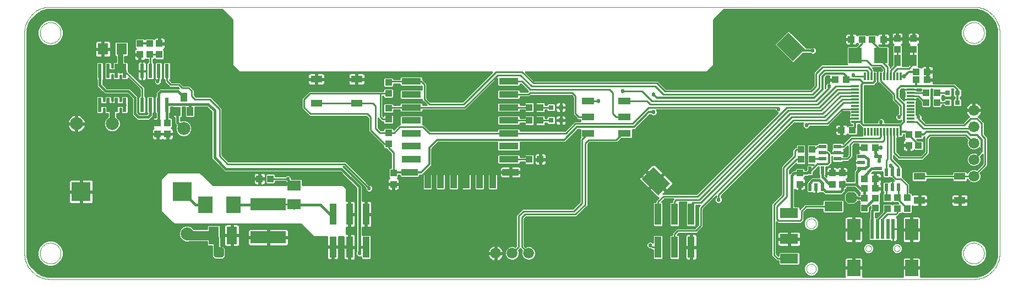
<source format=gtl>
G75*
G70*
%OFA0B0*%
%FSLAX24Y24*%
%IPPOS*%
%LPD*%
%AMOC8*
5,1,8,0,0,1.08239X$1,22.5*
%
%ADD10C,0.0000*%
%ADD11R,0.0433X0.0394*%
%ADD12R,0.0394X0.0433*%
%ADD13R,0.0315X0.0315*%
%ADD14R,0.0787X0.0984*%
%ADD15R,0.0787X0.1299*%
%ADD16R,0.0197X0.1220*%
%ADD17R,0.0472X0.0217*%
%ADD18R,0.1181X0.1181*%
%ADD19R,0.0236X0.0866*%
%ADD20R,0.0394X0.0551*%
%ADD21R,0.0630X0.0710*%
%ADD22C,0.0787*%
%ADD23R,0.0906X0.0984*%
%ADD24R,0.2165X0.0728*%
%ADD25R,0.0630X0.1063*%
%ADD26R,0.0787X0.0630*%
%ADD27R,0.0709X0.0433*%
%ADD28R,0.0118X0.0472*%
%ADD29R,0.0472X0.0118*%
%ADD30C,0.0660*%
%ADD31R,0.0236X0.0472*%
%ADD32R,0.0472X0.0236*%
%ADD33R,0.1102X0.0591*%
%ADD34R,0.0787X0.0945*%
%ADD35R,0.0217X0.0472*%
%ADD36R,0.0394X0.0709*%
%ADD37R,0.0400X0.1300*%
%ADD38R,0.0394X0.0787*%
%ADD39R,0.0984X0.0394*%
%ADD40R,0.1181X0.0394*%
%ADD41R,0.1417X0.1024*%
%ADD42R,0.0768X0.0433*%
%ADD43C,0.0100*%
%ADD44C,0.0246*%
%ADD45C,0.0120*%
%ADD46C,0.0160*%
%ADD47C,0.0320*%
%ADD48C,0.0560*%
%ADD49C,0.0240*%
D10*
X001725Y000937D02*
X057630Y000937D01*
X057000Y002512D02*
X057002Y002562D01*
X057008Y002612D01*
X057018Y002661D01*
X057032Y002709D01*
X057049Y002756D01*
X057070Y002801D01*
X057095Y002845D01*
X057123Y002886D01*
X057155Y002925D01*
X057189Y002962D01*
X057226Y002996D01*
X057266Y003026D01*
X057308Y003053D01*
X057352Y003077D01*
X057398Y003098D01*
X057445Y003114D01*
X057493Y003127D01*
X057543Y003136D01*
X057592Y003141D01*
X057643Y003142D01*
X057693Y003139D01*
X057742Y003132D01*
X057791Y003121D01*
X057839Y003106D01*
X057885Y003088D01*
X057930Y003066D01*
X057973Y003040D01*
X058014Y003011D01*
X058053Y002979D01*
X058089Y002944D01*
X058121Y002906D01*
X058151Y002866D01*
X058178Y002823D01*
X058201Y002779D01*
X058220Y002733D01*
X058236Y002685D01*
X058248Y002636D01*
X058256Y002587D01*
X058260Y002537D01*
X058260Y002487D01*
X058256Y002437D01*
X058248Y002388D01*
X058236Y002339D01*
X058220Y002291D01*
X058201Y002245D01*
X058178Y002201D01*
X058151Y002158D01*
X058121Y002118D01*
X058089Y002080D01*
X058053Y002045D01*
X058014Y002013D01*
X057973Y001984D01*
X057930Y001958D01*
X057885Y001936D01*
X057839Y001918D01*
X057791Y001903D01*
X057742Y001892D01*
X057693Y001885D01*
X057643Y001882D01*
X057592Y001883D01*
X057543Y001888D01*
X057493Y001897D01*
X057445Y001910D01*
X057398Y001926D01*
X057352Y001947D01*
X057308Y001971D01*
X057266Y001998D01*
X057226Y002028D01*
X057189Y002062D01*
X057155Y002099D01*
X057123Y002138D01*
X057095Y002179D01*
X057070Y002223D01*
X057049Y002268D01*
X057032Y002315D01*
X057018Y002363D01*
X057008Y002412D01*
X057002Y002462D01*
X057000Y002512D01*
X057630Y000937D02*
X057707Y000939D01*
X057784Y000945D01*
X057861Y000954D01*
X057937Y000967D01*
X058013Y000984D01*
X058087Y001005D01*
X058161Y001029D01*
X058233Y001057D01*
X058303Y001088D01*
X058372Y001123D01*
X058440Y001161D01*
X058505Y001202D01*
X058568Y001247D01*
X058629Y001295D01*
X058688Y001345D01*
X058744Y001398D01*
X058797Y001454D01*
X058847Y001513D01*
X058895Y001574D01*
X058940Y001637D01*
X058981Y001702D01*
X059019Y001770D01*
X059054Y001839D01*
X059085Y001909D01*
X059113Y001981D01*
X059137Y002055D01*
X059158Y002129D01*
X059175Y002205D01*
X059188Y002281D01*
X059197Y002358D01*
X059203Y002435D01*
X059205Y002512D01*
X059205Y015898D01*
X057000Y015898D02*
X057002Y015948D01*
X057008Y015998D01*
X057018Y016047D01*
X057032Y016095D01*
X057049Y016142D01*
X057070Y016187D01*
X057095Y016231D01*
X057123Y016272D01*
X057155Y016311D01*
X057189Y016348D01*
X057226Y016382D01*
X057266Y016412D01*
X057308Y016439D01*
X057352Y016463D01*
X057398Y016484D01*
X057445Y016500D01*
X057493Y016513D01*
X057543Y016522D01*
X057592Y016527D01*
X057643Y016528D01*
X057693Y016525D01*
X057742Y016518D01*
X057791Y016507D01*
X057839Y016492D01*
X057885Y016474D01*
X057930Y016452D01*
X057973Y016426D01*
X058014Y016397D01*
X058053Y016365D01*
X058089Y016330D01*
X058121Y016292D01*
X058151Y016252D01*
X058178Y016209D01*
X058201Y016165D01*
X058220Y016119D01*
X058236Y016071D01*
X058248Y016022D01*
X058256Y015973D01*
X058260Y015923D01*
X058260Y015873D01*
X058256Y015823D01*
X058248Y015774D01*
X058236Y015725D01*
X058220Y015677D01*
X058201Y015631D01*
X058178Y015587D01*
X058151Y015544D01*
X058121Y015504D01*
X058089Y015466D01*
X058053Y015431D01*
X058014Y015399D01*
X057973Y015370D01*
X057930Y015344D01*
X057885Y015322D01*
X057839Y015304D01*
X057791Y015289D01*
X057742Y015278D01*
X057693Y015271D01*
X057643Y015268D01*
X057592Y015269D01*
X057543Y015274D01*
X057493Y015283D01*
X057445Y015296D01*
X057398Y015312D01*
X057352Y015333D01*
X057308Y015357D01*
X057266Y015384D01*
X057226Y015414D01*
X057189Y015448D01*
X057155Y015485D01*
X057123Y015524D01*
X057095Y015565D01*
X057070Y015609D01*
X057049Y015654D01*
X057032Y015701D01*
X057018Y015749D01*
X057008Y015798D01*
X057002Y015848D01*
X057000Y015898D01*
X057630Y017473D02*
X057707Y017471D01*
X057784Y017465D01*
X057861Y017456D01*
X057937Y017443D01*
X058013Y017426D01*
X058087Y017405D01*
X058161Y017381D01*
X058233Y017353D01*
X058303Y017322D01*
X058372Y017287D01*
X058440Y017249D01*
X058505Y017208D01*
X058568Y017163D01*
X058629Y017115D01*
X058688Y017065D01*
X058744Y017012D01*
X058797Y016956D01*
X058847Y016897D01*
X058895Y016836D01*
X058940Y016773D01*
X058981Y016708D01*
X059019Y016640D01*
X059054Y016571D01*
X059085Y016501D01*
X059113Y016429D01*
X059137Y016355D01*
X059158Y016281D01*
X059175Y016205D01*
X059188Y016129D01*
X059197Y016052D01*
X059203Y015975D01*
X059205Y015898D01*
X057630Y017473D02*
X001725Y017473D01*
X001095Y015898D02*
X001097Y015948D01*
X001103Y015998D01*
X001113Y016047D01*
X001127Y016095D01*
X001144Y016142D01*
X001165Y016187D01*
X001190Y016231D01*
X001218Y016272D01*
X001250Y016311D01*
X001284Y016348D01*
X001321Y016382D01*
X001361Y016412D01*
X001403Y016439D01*
X001447Y016463D01*
X001493Y016484D01*
X001540Y016500D01*
X001588Y016513D01*
X001638Y016522D01*
X001687Y016527D01*
X001738Y016528D01*
X001788Y016525D01*
X001837Y016518D01*
X001886Y016507D01*
X001934Y016492D01*
X001980Y016474D01*
X002025Y016452D01*
X002068Y016426D01*
X002109Y016397D01*
X002148Y016365D01*
X002184Y016330D01*
X002216Y016292D01*
X002246Y016252D01*
X002273Y016209D01*
X002296Y016165D01*
X002315Y016119D01*
X002331Y016071D01*
X002343Y016022D01*
X002351Y015973D01*
X002355Y015923D01*
X002355Y015873D01*
X002351Y015823D01*
X002343Y015774D01*
X002331Y015725D01*
X002315Y015677D01*
X002296Y015631D01*
X002273Y015587D01*
X002246Y015544D01*
X002216Y015504D01*
X002184Y015466D01*
X002148Y015431D01*
X002109Y015399D01*
X002068Y015370D01*
X002025Y015344D01*
X001980Y015322D01*
X001934Y015304D01*
X001886Y015289D01*
X001837Y015278D01*
X001788Y015271D01*
X001738Y015268D01*
X001687Y015269D01*
X001638Y015274D01*
X001588Y015283D01*
X001540Y015296D01*
X001493Y015312D01*
X001447Y015333D01*
X001403Y015357D01*
X001361Y015384D01*
X001321Y015414D01*
X001284Y015448D01*
X001250Y015485D01*
X001218Y015524D01*
X001190Y015565D01*
X001165Y015609D01*
X001144Y015654D01*
X001127Y015701D01*
X001113Y015749D01*
X001103Y015798D01*
X001097Y015848D01*
X001095Y015898D01*
X000150Y015898D02*
X000152Y015975D01*
X000158Y016052D01*
X000167Y016129D01*
X000180Y016205D01*
X000197Y016281D01*
X000218Y016355D01*
X000242Y016429D01*
X000270Y016501D01*
X000301Y016571D01*
X000336Y016640D01*
X000374Y016708D01*
X000415Y016773D01*
X000460Y016836D01*
X000508Y016897D01*
X000558Y016956D01*
X000611Y017012D01*
X000667Y017065D01*
X000726Y017115D01*
X000787Y017163D01*
X000850Y017208D01*
X000915Y017249D01*
X000983Y017287D01*
X001052Y017322D01*
X001122Y017353D01*
X001194Y017381D01*
X001268Y017405D01*
X001342Y017426D01*
X001418Y017443D01*
X001494Y017456D01*
X001571Y017465D01*
X001648Y017471D01*
X001725Y017473D01*
X000150Y015898D02*
X000150Y002512D01*
X001095Y002512D02*
X001097Y002562D01*
X001103Y002612D01*
X001113Y002661D01*
X001127Y002709D01*
X001144Y002756D01*
X001165Y002801D01*
X001190Y002845D01*
X001218Y002886D01*
X001250Y002925D01*
X001284Y002962D01*
X001321Y002996D01*
X001361Y003026D01*
X001403Y003053D01*
X001447Y003077D01*
X001493Y003098D01*
X001540Y003114D01*
X001588Y003127D01*
X001638Y003136D01*
X001687Y003141D01*
X001738Y003142D01*
X001788Y003139D01*
X001837Y003132D01*
X001886Y003121D01*
X001934Y003106D01*
X001980Y003088D01*
X002025Y003066D01*
X002068Y003040D01*
X002109Y003011D01*
X002148Y002979D01*
X002184Y002944D01*
X002216Y002906D01*
X002246Y002866D01*
X002273Y002823D01*
X002296Y002779D01*
X002315Y002733D01*
X002331Y002685D01*
X002343Y002636D01*
X002351Y002587D01*
X002355Y002537D01*
X002355Y002487D01*
X002351Y002437D01*
X002343Y002388D01*
X002331Y002339D01*
X002315Y002291D01*
X002296Y002245D01*
X002273Y002201D01*
X002246Y002158D01*
X002216Y002118D01*
X002184Y002080D01*
X002148Y002045D01*
X002109Y002013D01*
X002068Y001984D01*
X002025Y001958D01*
X001980Y001936D01*
X001934Y001918D01*
X001886Y001903D01*
X001837Y001892D01*
X001788Y001885D01*
X001738Y001882D01*
X001687Y001883D01*
X001638Y001888D01*
X001588Y001897D01*
X001540Y001910D01*
X001493Y001926D01*
X001447Y001947D01*
X001403Y001971D01*
X001361Y001998D01*
X001321Y002028D01*
X001284Y002062D01*
X001250Y002099D01*
X001218Y002138D01*
X001190Y002179D01*
X001165Y002223D01*
X001144Y002268D01*
X001127Y002315D01*
X001113Y002363D01*
X001103Y002412D01*
X001097Y002462D01*
X001095Y002512D01*
X000150Y002512D02*
X000152Y002435D01*
X000158Y002358D01*
X000167Y002281D01*
X000180Y002205D01*
X000197Y002129D01*
X000218Y002055D01*
X000242Y001981D01*
X000270Y001909D01*
X000301Y001839D01*
X000336Y001770D01*
X000374Y001702D01*
X000415Y001637D01*
X000460Y001574D01*
X000508Y001513D01*
X000558Y001454D01*
X000611Y001398D01*
X000667Y001345D01*
X000726Y001295D01*
X000787Y001247D01*
X000850Y001202D01*
X000915Y001161D01*
X000983Y001123D01*
X001052Y001088D01*
X001122Y001057D01*
X001194Y001029D01*
X001268Y001005D01*
X001342Y000984D01*
X001418Y000967D01*
X001494Y000954D01*
X001571Y000945D01*
X001648Y000939D01*
X001725Y000937D01*
X047493Y001567D02*
X047495Y001601D01*
X047501Y001635D01*
X047511Y001668D01*
X047524Y001699D01*
X047542Y001729D01*
X047562Y001757D01*
X047586Y001782D01*
X047612Y001804D01*
X047640Y001822D01*
X047671Y001838D01*
X047703Y001850D01*
X047737Y001858D01*
X047771Y001862D01*
X047805Y001862D01*
X047839Y001858D01*
X047873Y001850D01*
X047905Y001838D01*
X047935Y001822D01*
X047964Y001804D01*
X047990Y001782D01*
X048014Y001757D01*
X048034Y001729D01*
X048052Y001699D01*
X048065Y001668D01*
X048075Y001635D01*
X048081Y001601D01*
X048083Y001567D01*
X048081Y001533D01*
X048075Y001499D01*
X048065Y001466D01*
X048052Y001435D01*
X048034Y001405D01*
X048014Y001377D01*
X047990Y001352D01*
X047964Y001330D01*
X047936Y001312D01*
X047905Y001296D01*
X047873Y001284D01*
X047839Y001276D01*
X047805Y001272D01*
X047771Y001272D01*
X047737Y001276D01*
X047703Y001284D01*
X047671Y001296D01*
X047640Y001312D01*
X047612Y001330D01*
X047586Y001352D01*
X047562Y001377D01*
X047542Y001405D01*
X047524Y001435D01*
X047511Y001466D01*
X047501Y001499D01*
X047495Y001533D01*
X047493Y001567D01*
X051075Y002807D02*
X051077Y002833D01*
X051083Y002859D01*
X051093Y002884D01*
X051106Y002907D01*
X051122Y002927D01*
X051142Y002945D01*
X051164Y002960D01*
X051187Y002972D01*
X051213Y002980D01*
X051239Y002984D01*
X051265Y002984D01*
X051291Y002980D01*
X051317Y002972D01*
X051341Y002960D01*
X051362Y002945D01*
X051382Y002927D01*
X051398Y002907D01*
X051411Y002884D01*
X051421Y002859D01*
X051427Y002833D01*
X051429Y002807D01*
X051427Y002781D01*
X051421Y002755D01*
X051411Y002730D01*
X051398Y002707D01*
X051382Y002687D01*
X051362Y002669D01*
X051340Y002654D01*
X051317Y002642D01*
X051291Y002634D01*
X051265Y002630D01*
X051239Y002630D01*
X051213Y002634D01*
X051187Y002642D01*
X051163Y002654D01*
X051142Y002669D01*
X051122Y002687D01*
X051106Y002707D01*
X051093Y002730D01*
X051083Y002755D01*
X051077Y002781D01*
X051075Y002807D01*
X052808Y002807D02*
X052810Y002833D01*
X052816Y002859D01*
X052826Y002884D01*
X052839Y002907D01*
X052855Y002927D01*
X052875Y002945D01*
X052897Y002960D01*
X052920Y002972D01*
X052946Y002980D01*
X052972Y002984D01*
X052998Y002984D01*
X053024Y002980D01*
X053050Y002972D01*
X053074Y002960D01*
X053095Y002945D01*
X053115Y002927D01*
X053131Y002907D01*
X053144Y002884D01*
X053154Y002859D01*
X053160Y002833D01*
X053162Y002807D01*
X053160Y002781D01*
X053154Y002755D01*
X053144Y002730D01*
X053131Y002707D01*
X053115Y002687D01*
X053095Y002669D01*
X053073Y002654D01*
X053050Y002642D01*
X053024Y002634D01*
X052998Y002630D01*
X052972Y002630D01*
X052946Y002634D01*
X052920Y002642D01*
X052896Y002654D01*
X052875Y002669D01*
X052855Y002687D01*
X052839Y002707D01*
X052826Y002730D01*
X052816Y002755D01*
X052810Y002781D01*
X052808Y002807D01*
X047493Y004323D02*
X047495Y004357D01*
X047501Y004391D01*
X047511Y004424D01*
X047524Y004455D01*
X047542Y004485D01*
X047562Y004513D01*
X047586Y004538D01*
X047612Y004560D01*
X047640Y004578D01*
X047671Y004594D01*
X047703Y004606D01*
X047737Y004614D01*
X047771Y004618D01*
X047805Y004618D01*
X047839Y004614D01*
X047873Y004606D01*
X047905Y004594D01*
X047935Y004578D01*
X047964Y004560D01*
X047990Y004538D01*
X048014Y004513D01*
X048034Y004485D01*
X048052Y004455D01*
X048065Y004424D01*
X048075Y004391D01*
X048081Y004357D01*
X048083Y004323D01*
X048081Y004289D01*
X048075Y004255D01*
X048065Y004222D01*
X048052Y004191D01*
X048034Y004161D01*
X048014Y004133D01*
X047990Y004108D01*
X047964Y004086D01*
X047936Y004068D01*
X047905Y004052D01*
X047873Y004040D01*
X047839Y004032D01*
X047805Y004028D01*
X047771Y004028D01*
X047737Y004032D01*
X047703Y004040D01*
X047671Y004052D01*
X047640Y004068D01*
X047612Y004086D01*
X047586Y004108D01*
X047562Y004133D01*
X047542Y004161D01*
X047524Y004191D01*
X047511Y004222D01*
X047501Y004255D01*
X047495Y004289D01*
X047493Y004323D01*
D11*
X052414Y005229D03*
X053004Y005229D03*
X053595Y005229D03*
X053595Y005898D03*
X053004Y005898D03*
X052414Y005898D03*
X051666Y006449D03*
X050996Y006449D03*
X050996Y007040D03*
X051666Y007040D03*
X051666Y008910D03*
X050996Y008910D03*
X050288Y009993D03*
X049619Y009993D03*
X054284Y009737D03*
X054284Y009067D03*
X054146Y013044D03*
X054815Y013044D03*
X054815Y013536D03*
X054146Y013536D03*
X049894Y013044D03*
X049225Y013044D03*
X050209Y015504D03*
X050878Y015504D03*
X051489Y015504D03*
X052158Y015504D03*
X022197Y012886D03*
X022197Y012217D03*
X022197Y011311D03*
X022197Y010642D03*
X022197Y009835D03*
X022197Y009166D03*
X007729Y014579D03*
X007729Y015248D03*
D12*
X008319Y015248D03*
X007138Y015248D03*
X007138Y014579D03*
X008319Y014579D03*
X008221Y010426D03*
X008811Y010426D03*
X008811Y009756D03*
X008221Y009756D03*
X014382Y007040D03*
X015052Y007040D03*
X022493Y007374D03*
X022493Y006705D03*
X030721Y008221D03*
X031390Y008221D03*
X031390Y010583D03*
X030721Y010583D03*
X030721Y011370D03*
X031390Y011370D03*
X047158Y008811D03*
X047827Y008811D03*
X047827Y008221D03*
X047158Y008221D03*
X047099Y007374D03*
X049067Y007374D03*
X049658Y007374D03*
X049658Y006705D03*
X049067Y006705D03*
X047099Y006705D03*
X050996Y005859D03*
X051666Y005859D03*
X051666Y005268D03*
X050996Y005268D03*
X053693Y009067D03*
X053693Y009737D03*
X054737Y011666D03*
X055406Y011666D03*
X055406Y012256D03*
X054737Y012256D03*
X053989Y014874D03*
X053004Y014874D03*
X053004Y015544D03*
X053989Y015544D03*
D13*
X056056Y012256D03*
X056646Y012256D03*
X056646Y011666D03*
X056056Y011666D03*
X032630Y011370D03*
X032040Y011370D03*
X032040Y010583D03*
X032630Y010583D03*
D14*
X050367Y001626D03*
X053870Y001626D03*
D15*
X053870Y003949D03*
X050367Y003949D03*
D16*
X051489Y003989D03*
X051804Y003989D03*
X052119Y003989D03*
X052433Y003989D03*
X052748Y003989D03*
D17*
X051843Y007650D03*
X050819Y007650D03*
X050819Y008024D03*
X050819Y008398D03*
X051843Y008398D03*
D18*
X009717Y006252D03*
X003575Y006252D03*
D19*
X004715Y011528D03*
X005215Y011528D03*
X005715Y011528D03*
X006215Y011528D03*
X007274Y011528D03*
X007774Y011528D03*
X008274Y011528D03*
X008774Y011528D03*
X008774Y013575D03*
X008274Y013575D03*
X007774Y013575D03*
X007274Y013575D03*
X006215Y013575D03*
X005715Y013575D03*
X005215Y013575D03*
X004715Y013575D03*
D20*
X009796Y012000D03*
X010170Y011134D03*
X009422Y011134D03*
D21*
X006025Y014914D03*
X004905Y014914D03*
D22*
X005465Y010386D03*
X003300Y010386D03*
X009796Y010091D03*
X009993Y003693D03*
D23*
X011115Y005465D03*
X012807Y005465D03*
D24*
X014914Y005485D03*
X014914Y003477D03*
D25*
X012709Y003595D03*
X011607Y003595D03*
D26*
X016489Y005504D03*
X016489Y006607D03*
D27*
X017827Y011626D03*
X020268Y011626D03*
X020268Y013083D03*
X017827Y013083D03*
X054343Y007178D03*
X056784Y007178D03*
X056784Y005721D03*
X054343Y005721D03*
D28*
X053201Y009894D03*
X053004Y009894D03*
X052807Y009894D03*
X052611Y009894D03*
X052414Y009894D03*
X052217Y009894D03*
X052020Y009894D03*
X051823Y009894D03*
X051626Y009894D03*
X051430Y009894D03*
X051233Y009894D03*
X051036Y009894D03*
X051036Y013241D03*
X051233Y013241D03*
X051430Y013241D03*
X051626Y013241D03*
X051823Y013241D03*
X052020Y013241D03*
X052217Y013241D03*
X052414Y013241D03*
X052611Y013241D03*
X052807Y013241D03*
X053004Y013241D03*
X053201Y013241D03*
D29*
X053792Y012650D03*
X053792Y012453D03*
X053792Y012256D03*
X053792Y012059D03*
X053792Y011863D03*
X053792Y011666D03*
X053792Y011469D03*
X053792Y011272D03*
X053792Y011075D03*
X053792Y010878D03*
X053792Y010681D03*
X053792Y010485D03*
X050445Y010485D03*
X050445Y010681D03*
X050445Y010878D03*
X050445Y011075D03*
X050445Y011272D03*
X050445Y011469D03*
X050445Y011666D03*
X050445Y011863D03*
X050445Y012059D03*
X050445Y012256D03*
X050445Y012453D03*
X050445Y012650D03*
D30*
X057630Y011205D03*
X057630Y010205D03*
X057630Y009205D03*
X057630Y008205D03*
X057630Y007205D03*
X030678Y002512D03*
X029678Y002512D03*
X028678Y002512D03*
D31*
X052335Y006528D03*
X052709Y006528D03*
X053083Y006528D03*
X053083Y007433D03*
X052709Y007433D03*
X052335Y007433D03*
D32*
X049382Y008241D03*
X049382Y008615D03*
X048477Y008615D03*
X048477Y008241D03*
X048477Y008989D03*
X049382Y008989D03*
D33*
X049126Y005347D03*
X046449Y004953D03*
X046449Y003378D03*
X046449Y002197D03*
D34*
X050445Y014520D03*
X052020Y014520D03*
D35*
X048457Y007552D03*
X047709Y007552D03*
X047709Y006528D03*
X048083Y006528D03*
X048457Y006528D03*
D36*
X053004Y014225D03*
X053989Y014225D03*
D37*
X040520Y004890D03*
X039520Y004890D03*
X038520Y004890D03*
X038520Y002890D03*
X039520Y002890D03*
X040520Y002890D03*
X020835Y002890D03*
X019835Y002890D03*
X018835Y002890D03*
X018835Y004890D03*
X019835Y004890D03*
X020835Y004890D03*
D38*
X024559Y006843D03*
X025347Y006843D03*
X026134Y006843D03*
X026922Y006843D03*
X027709Y006843D03*
X028496Y006843D03*
D39*
X029579Y007433D03*
X023477Y007433D03*
D40*
X023575Y008221D03*
X023575Y009008D03*
X023575Y009796D03*
X023575Y010583D03*
X023575Y011370D03*
X023575Y012158D03*
X023575Y012945D03*
X029481Y012945D03*
X029481Y012158D03*
X029481Y011370D03*
X029481Y010583D03*
X029481Y009796D03*
X029481Y009008D03*
X029481Y008221D03*
D41*
G36*
X038532Y006036D02*
X037532Y007036D01*
X038256Y007760D01*
X039256Y006760D01*
X038532Y006036D01*
G37*
G36*
X046689Y014193D02*
X045689Y015193D01*
X046413Y015917D01*
X047413Y014917D01*
X046689Y014193D01*
G37*
D42*
X036489Y011764D03*
X034284Y011764D03*
X034284Y010780D03*
X036489Y010780D03*
X036489Y009796D03*
X034284Y009796D03*
D43*
X001539Y001100D02*
X001180Y001196D01*
X000927Y001342D01*
X000554Y001714D01*
X000408Y001967D01*
X000312Y002326D01*
X000300Y002512D01*
X000300Y015898D01*
X000312Y016084D01*
X000408Y016443D01*
X000554Y016696D01*
X000927Y017068D01*
X001180Y017214D01*
X001539Y017311D01*
X001725Y017323D01*
X012111Y017323D01*
X012748Y016685D01*
X012748Y013930D01*
X013142Y013536D01*
X028481Y013536D01*
X026663Y011717D01*
X024720Y011717D01*
X024513Y011925D01*
X024513Y012811D01*
X024266Y013057D01*
X024266Y013184D01*
X024207Y013242D01*
X022943Y013242D01*
X022885Y013184D01*
X022885Y013095D01*
X022514Y013095D01*
X022514Y013124D01*
X022455Y013183D01*
X021939Y013183D01*
X021881Y013124D01*
X021881Y012648D01*
X021939Y012589D01*
X022455Y012589D01*
X022514Y012648D01*
X022514Y012795D01*
X022885Y012795D01*
X022885Y012707D01*
X022943Y012648D01*
X024207Y012648D01*
X024213Y012654D01*
X024213Y012449D01*
X024207Y012455D01*
X022943Y012455D01*
X022885Y012396D01*
X022885Y011920D01*
X022943Y011861D01*
X024207Y011861D01*
X024213Y011866D01*
X024213Y011800D01*
X024300Y011713D01*
X024493Y011520D01*
X024266Y011520D01*
X024266Y011609D01*
X024207Y011667D01*
X022943Y011667D01*
X022885Y011609D01*
X022885Y011520D01*
X022514Y011520D01*
X022514Y011550D01*
X022455Y011608D01*
X021939Y011608D01*
X021881Y011550D01*
X021881Y011073D01*
X021939Y011015D01*
X022455Y011015D01*
X022514Y011073D01*
X022514Y011220D01*
X022885Y011220D01*
X022885Y011132D01*
X022943Y011074D01*
X024207Y011074D01*
X024266Y011132D01*
X024266Y011220D01*
X026885Y011220D01*
X028790Y013125D01*
X028790Y012707D01*
X028849Y012648D01*
X030113Y012648D01*
X030171Y012707D01*
X030171Y012795D01*
X030206Y012795D01*
X030610Y012391D01*
X030647Y012355D01*
X030610Y012318D01*
X030600Y012308D01*
X030171Y012308D01*
X030171Y012396D01*
X030113Y012455D01*
X028849Y012455D01*
X028790Y012396D01*
X028790Y011920D01*
X028849Y011861D01*
X030113Y011861D01*
X030171Y011920D01*
X030171Y012008D01*
X030724Y012008D01*
X030822Y012106D01*
X033257Y012106D01*
X033366Y011997D01*
X033366Y010915D01*
X033563Y010718D01*
X033651Y010630D01*
X033800Y010630D01*
X033800Y010536D01*
X033454Y010536D01*
X032863Y009946D01*
X030171Y009946D01*
X030171Y010034D01*
X030113Y010093D01*
X028849Y010093D01*
X028790Y010034D01*
X028790Y009946D01*
X024720Y009946D01*
X024326Y010339D01*
X024260Y010339D01*
X024266Y010345D01*
X024266Y010821D01*
X024207Y010880D01*
X022943Y010880D01*
X022885Y010821D01*
X022885Y010345D01*
X022890Y010339D01*
X022824Y010339D01*
X022736Y010252D01*
X022736Y010252D01*
X022514Y010029D01*
X022514Y010073D01*
X022455Y010132D01*
X021939Y010132D01*
X021881Y010073D01*
X021881Y009985D01*
X021728Y009985D01*
X021560Y010153D01*
X021560Y010713D01*
X021781Y010492D01*
X021881Y010492D01*
X021560Y010492D01*
X021560Y010590D02*
X021682Y010590D01*
X021584Y010689D02*
X021560Y010689D01*
X021705Y010780D02*
X021705Y012217D01*
X017433Y012217D01*
X017079Y011863D01*
X017079Y011370D01*
X017473Y010977D01*
X020918Y010977D01*
X021115Y010780D01*
X021115Y009993D01*
X021941Y009166D01*
X022197Y009166D01*
X022197Y008910D01*
X022493Y008615D01*
X022493Y007374D01*
X022552Y007433D01*
X022789Y007273D02*
X022885Y007273D01*
X022885Y007195D01*
X022943Y007137D01*
X024010Y007137D01*
X024069Y007195D01*
X024069Y007273D01*
X024232Y007273D01*
X024724Y007766D01*
X024818Y007859D01*
X024818Y008844D01*
X025216Y009242D01*
X028790Y009242D01*
X028790Y008770D01*
X028849Y008711D01*
X030113Y008711D01*
X030171Y008770D01*
X030171Y009242D01*
X032893Y009242D01*
X032987Y009336D01*
X033681Y010029D01*
X033800Y010029D01*
X033800Y009538D01*
X033807Y009531D01*
X033760Y009484D01*
X033760Y005626D01*
X033356Y005221D01*
X030304Y005221D01*
X030009Y004926D01*
X029921Y004838D01*
X029921Y002968D01*
X029857Y002903D01*
X029763Y002942D01*
X029592Y002942D01*
X029434Y002877D01*
X029313Y002756D01*
X029248Y002598D01*
X029248Y002427D01*
X029313Y002269D01*
X029434Y002148D01*
X029592Y002082D01*
X029763Y002082D01*
X029921Y002148D01*
X030042Y002269D01*
X030108Y002427D01*
X030108Y002598D01*
X030069Y002691D01*
X030170Y002792D01*
X030282Y002680D01*
X030248Y002598D01*
X030248Y002427D01*
X030313Y002269D01*
X030434Y002148D01*
X030592Y002082D01*
X030763Y002082D01*
X030921Y002148D01*
X031042Y002269D01*
X031108Y002427D01*
X031108Y002598D01*
X031042Y002756D01*
X030921Y002877D01*
X030763Y002942D01*
X030592Y002942D01*
X030487Y002899D01*
X030418Y002968D01*
X030418Y004615D01*
X030527Y004724D01*
X033578Y004724D01*
X033666Y004812D01*
X034169Y005315D01*
X034257Y005403D01*
X034257Y009143D01*
X034366Y009252D01*
X036039Y009252D01*
X036127Y009340D01*
X036266Y009479D01*
X036914Y009479D01*
X036972Y009538D01*
X036972Y010029D01*
X037126Y010029D01*
X037219Y010123D01*
X038012Y010915D01*
X038085Y010915D01*
X038148Y010852D01*
X038333Y010852D01*
X038464Y010983D01*
X038464Y011168D01*
X038411Y011220D01*
X045596Y011220D01*
X045596Y011180D01*
X045727Y011049D01*
X045778Y011049D01*
X040836Y006107D01*
X038817Y006107D01*
X038966Y006256D01*
X038394Y006828D01*
X037962Y006395D01*
X038442Y005915D01*
X038476Y005896D01*
X038514Y005885D01*
X038547Y005885D01*
X038458Y005796D01*
X038458Y005796D01*
X038370Y005708D01*
X038370Y005640D01*
X038279Y005640D01*
X038220Y005582D01*
X038220Y004199D01*
X038279Y004140D01*
X038761Y004140D01*
X038820Y004199D01*
X038820Y005582D01*
X038761Y005640D01*
X038726Y005640D01*
X038893Y005807D01*
X039453Y005807D01*
X039370Y005724D01*
X039370Y005640D01*
X039279Y005640D01*
X039220Y005582D01*
X039220Y004199D01*
X039279Y004140D01*
X039761Y004140D01*
X039820Y004199D01*
X039820Y005582D01*
X039791Y005610D01*
X040249Y005610D01*
X040220Y005582D01*
X040220Y004199D01*
X040279Y004140D01*
X040761Y004140D01*
X040820Y004199D01*
X040820Y005429D01*
X041044Y005429D01*
X041033Y005418D01*
X040945Y005330D01*
X040945Y004248D01*
X040737Y004040D01*
X039655Y004040D01*
X039458Y003843D01*
X039370Y003755D01*
X039370Y003640D01*
X039279Y003640D01*
X039220Y003582D01*
X039220Y002199D01*
X039279Y002140D01*
X039761Y002140D01*
X039820Y002199D01*
X039820Y003582D01*
X039761Y003640D01*
X039679Y003640D01*
X039779Y003740D01*
X040862Y003740D01*
X040950Y003828D01*
X041245Y004123D01*
X041245Y005206D01*
X042028Y005989D01*
X042028Y005926D01*
X041955Y005853D01*
X041955Y005668D01*
X042085Y005537D01*
X042270Y005537D01*
X042401Y005668D01*
X042401Y005853D01*
X042328Y005926D01*
X042328Y005993D01*
X046767Y010433D01*
X047322Y010433D01*
X047270Y010380D01*
X047270Y010195D01*
X047400Y010065D01*
X047585Y010065D01*
X047716Y010195D01*
X047716Y010236D01*
X048834Y010236D01*
X048922Y010324D01*
X049720Y011122D01*
X050109Y011122D01*
X050109Y010853D01*
X050089Y010833D01*
X050069Y010798D01*
X050059Y010760D01*
X050059Y010682D01*
X050445Y010682D01*
X050445Y010681D01*
X050059Y010681D01*
X050059Y010603D01*
X050069Y010565D01*
X050089Y010530D01*
X050109Y010510D01*
X050109Y010384D01*
X050168Y010326D01*
X050285Y010326D01*
X050285Y010289D01*
X050030Y010289D01*
X049978Y010237D01*
X049975Y010247D01*
X049955Y010281D01*
X049927Y010309D01*
X049893Y010329D01*
X049855Y010339D01*
X049667Y010339D01*
X049667Y010041D01*
X049570Y010041D01*
X049570Y009944D01*
X049667Y009944D01*
X049667Y009646D01*
X049855Y009646D01*
X049893Y009656D01*
X049927Y009676D01*
X049955Y009704D01*
X050022Y009704D01*
X050030Y009696D02*
X050546Y009696D01*
X050604Y009754D01*
X050604Y010083D01*
X050605Y010084D01*
X050605Y010325D01*
X050679Y010325D01*
X050679Y010320D01*
X050871Y010128D01*
X050877Y010128D01*
X050877Y009650D01*
X050186Y009650D01*
X049701Y009165D01*
X049660Y009207D01*
X049105Y009207D01*
X049046Y009148D01*
X049046Y008845D01*
X049026Y008825D01*
X049006Y008791D01*
X048996Y008752D01*
X048996Y008624D01*
X049373Y008624D01*
X049373Y008606D01*
X049007Y008606D01*
X048932Y008681D01*
X048838Y008775D01*
X048813Y008775D01*
X048786Y008802D01*
X048813Y008829D01*
X048813Y009148D01*
X048754Y009207D01*
X048199Y009207D01*
X048141Y009148D01*
X048141Y009139D01*
X048100Y009139D01*
X048077Y009116D01*
X048065Y009128D01*
X047589Y009128D01*
X047530Y009069D01*
X047530Y008553D01*
X047568Y008516D01*
X047530Y008479D01*
X047530Y007963D01*
X047589Y007904D01*
X047934Y007904D01*
X047888Y007858D01*
X047859Y007888D01*
X047559Y007888D01*
X047501Y007829D01*
X047501Y007598D01*
X047457Y007554D01*
X047396Y007554D01*
X047396Y007632D01*
X047337Y007691D01*
X046861Y007691D01*
X046802Y007632D01*
X046802Y007554D01*
X046670Y007554D01*
X046532Y007417D01*
X046461Y007346D01*
X046461Y007568D01*
X046861Y007968D01*
X046861Y007963D01*
X046920Y007904D01*
X047396Y007904D01*
X047455Y007963D01*
X047455Y008479D01*
X047417Y008516D01*
X047455Y008553D01*
X047455Y009069D01*
X047396Y009128D01*
X046920Y009128D01*
X046861Y009069D01*
X046861Y008961D01*
X046840Y008961D01*
X046752Y008874D01*
X046654Y008775D01*
X046654Y008480D01*
X045965Y007791D01*
X045965Y006118D01*
X045374Y005527D01*
X045374Y002352D01*
X045591Y002135D01*
X045678Y002047D01*
X045798Y002047D01*
X045798Y001861D01*
X045857Y001802D01*
X047042Y001802D01*
X047100Y001861D01*
X047100Y002534D01*
X047042Y002593D01*
X045857Y002593D01*
X045798Y002534D01*
X045798Y002352D01*
X045674Y002476D01*
X045674Y004414D01*
X045757Y004331D01*
X047161Y004331D01*
X047259Y004429D01*
X047347Y004517D01*
X047347Y005009D01*
X047535Y005197D01*
X048475Y005197D01*
X048475Y005010D01*
X048534Y004952D01*
X049719Y004952D01*
X049778Y005010D01*
X049778Y005681D01*
X049872Y005587D01*
X049977Y005482D01*
X050421Y005482D01*
X050520Y005580D01*
X050612Y005672D01*
X050628Y005664D01*
X050671Y005679D01*
X050700Y005679D01*
X050700Y005601D01*
X050737Y005563D01*
X050700Y005526D01*
X050700Y005010D01*
X050758Y004952D01*
X051235Y004952D01*
X051293Y005010D01*
X051293Y005271D01*
X051369Y005347D01*
X051369Y005226D01*
X051309Y005166D01*
X051309Y004659D01*
X051290Y004640D01*
X051290Y003337D01*
X051349Y003278D01*
X051628Y003278D01*
X051646Y003296D01*
X051664Y003278D01*
X051943Y003278D01*
X051961Y003296D01*
X051979Y003278D01*
X052258Y003278D01*
X052276Y003296D01*
X052294Y003278D01*
X052538Y003278D01*
X052558Y003258D01*
X052592Y003239D01*
X052630Y003228D01*
X052748Y003228D01*
X052748Y003989D01*
X052748Y003989D01*
X052997Y003989D01*
X052997Y004619D01*
X052987Y004657D01*
X052967Y004691D01*
X052939Y004719D01*
X052929Y004724D01*
X052968Y004724D01*
X053066Y004823D01*
X053154Y004911D01*
X053154Y004932D01*
X053262Y004932D01*
X053300Y004969D01*
X053337Y004932D01*
X053853Y004932D01*
X053911Y004990D01*
X053911Y005376D01*
X053931Y005365D01*
X053969Y005354D01*
X054293Y005354D01*
X054293Y005671D01*
X054393Y005671D01*
X054393Y005771D01*
X054293Y005771D01*
X054293Y006087D01*
X053969Y006087D01*
X053931Y006077D01*
X053911Y006066D01*
X053911Y006136D01*
X053853Y006195D01*
X053745Y006195D01*
X053745Y006708D01*
X053351Y007102D01*
X053299Y007154D01*
X053301Y007156D01*
X053301Y007711D01*
X053243Y007770D01*
X053233Y007770D01*
X053233Y007811D01*
X052761Y008283D01*
X052761Y008449D01*
X052953Y008257D01*
X053041Y008169D01*
X054543Y008169D01*
X054838Y008465D01*
X054926Y008552D01*
X054926Y009438D01*
X055035Y009547D01*
X057076Y009547D01*
X057239Y009384D01*
X057200Y009291D01*
X057200Y009120D01*
X057266Y008962D01*
X057387Y008841D01*
X057545Y008775D01*
X057716Y008775D01*
X057874Y008841D01*
X057962Y008929D01*
X057962Y008764D01*
X057799Y008600D01*
X057716Y008635D01*
X057545Y008635D01*
X057387Y008570D01*
X057266Y008449D01*
X057200Y008291D01*
X057200Y008120D01*
X057266Y007962D01*
X057387Y007841D01*
X057545Y007775D01*
X057716Y007775D01*
X057874Y007841D01*
X057995Y007962D01*
X058060Y008120D01*
X058060Y008291D01*
X058026Y008374D01*
X058169Y008518D01*
X058169Y007956D01*
X057809Y007596D01*
X057716Y007635D01*
X057545Y007635D01*
X057387Y007570D01*
X057266Y007449D01*
X057238Y007382D01*
X057238Y007436D01*
X057180Y007494D01*
X056388Y007494D01*
X056330Y007436D01*
X056330Y007328D01*
X054797Y007328D01*
X054797Y007436D01*
X054739Y007494D01*
X053947Y007494D01*
X053889Y007436D01*
X053889Y006920D01*
X053947Y006861D01*
X054739Y006861D01*
X054797Y006920D01*
X054797Y007028D01*
X056330Y007028D01*
X056330Y006920D01*
X056388Y006861D01*
X057180Y006861D01*
X057238Y006920D01*
X057238Y007028D01*
X057238Y007028D01*
X057266Y006962D01*
X057387Y006841D01*
X057545Y006775D01*
X057716Y006775D01*
X057874Y006841D01*
X057995Y006962D01*
X058060Y007120D01*
X058060Y007291D01*
X058022Y007384D01*
X058469Y007832D01*
X058469Y009563D01*
X058381Y009650D01*
X058272Y009759D01*
X058272Y010448D01*
X058185Y010536D01*
X057908Y010813D01*
X057943Y010839D01*
X057996Y010892D01*
X058041Y010954D01*
X058075Y011021D01*
X058098Y011093D01*
X058109Y011157D01*
X057679Y011157D01*
X057679Y011254D01*
X057582Y011254D01*
X057582Y011683D01*
X057518Y011673D01*
X057446Y011650D01*
X057379Y011616D01*
X057318Y011571D01*
X057264Y011518D01*
X057220Y011457D01*
X057185Y011389D01*
X057162Y011318D01*
X057152Y011254D01*
X057582Y011254D01*
X057582Y011157D01*
X057152Y011157D01*
X057162Y011093D01*
X057185Y011021D01*
X057220Y010954D01*
X057264Y010892D01*
X057318Y010839D01*
X057353Y010813D01*
X057283Y010744D01*
X056978Y010438D01*
X054740Y010438D01*
X054498Y010679D01*
X054507Y010688D01*
X054507Y010872D01*
X054376Y011003D01*
X054191Y011003D01*
X054128Y010939D01*
X054128Y011691D01*
X054148Y011711D01*
X054168Y011746D01*
X054178Y011784D01*
X054178Y011863D01*
X054178Y011909D01*
X054222Y011909D01*
X054440Y011691D01*
X054440Y011408D01*
X054498Y011349D01*
X054975Y011349D01*
X055033Y011408D01*
X055033Y011924D01*
X054996Y011961D01*
X055033Y011998D01*
X055033Y012490D01*
X055109Y012490D01*
X055109Y011998D01*
X055146Y011961D01*
X055109Y011924D01*
X055109Y011408D01*
X055168Y011349D01*
X055644Y011349D01*
X055703Y011408D01*
X055703Y011516D01*
X055798Y011516D01*
X055798Y011467D01*
X055857Y011408D01*
X056254Y011408D01*
X056313Y011467D01*
X056313Y011865D01*
X056254Y011923D01*
X055857Y011923D01*
X055798Y011865D01*
X055798Y011816D01*
X055703Y011816D01*
X055703Y011924D01*
X055665Y011961D01*
X055703Y011998D01*
X055703Y012106D01*
X055798Y012106D01*
X055798Y012057D01*
X055857Y011999D01*
X056254Y011999D01*
X056313Y012057D01*
X056313Y012455D01*
X056278Y012490D01*
X056383Y012490D01*
X056403Y012470D01*
X056389Y012455D01*
X056389Y012057D01*
X056447Y011999D01*
X056486Y011999D01*
X056486Y011923D01*
X056447Y011923D01*
X056389Y011865D01*
X056389Y011467D01*
X056447Y011408D01*
X056845Y011408D01*
X056904Y011467D01*
X056904Y011865D01*
X056845Y011923D01*
X056806Y011923D01*
X056806Y011999D01*
X056845Y011999D01*
X056904Y012057D01*
X056904Y012455D01*
X056845Y012514D01*
X056806Y012514D01*
X056806Y012519D01*
X056609Y012716D01*
X056515Y012810D01*
X055177Y012810D01*
X055182Y012827D01*
X055182Y012995D01*
X054864Y012995D01*
X054864Y013092D01*
X055182Y013092D01*
X055182Y013260D01*
X055174Y013290D01*
X055182Y013319D01*
X055182Y013487D01*
X054864Y013487D01*
X054864Y013092D01*
X054767Y013092D01*
X054767Y013189D01*
X054767Y013487D01*
X054864Y013487D01*
X054864Y013584D01*
X055182Y013584D01*
X055182Y013752D01*
X055172Y013791D01*
X055152Y013825D01*
X055124Y013853D01*
X055090Y013872D01*
X055052Y013883D01*
X054864Y013883D01*
X054864Y013584D01*
X054767Y013584D01*
X054767Y013883D01*
X054579Y013883D01*
X054541Y013872D01*
X054507Y013853D01*
X054479Y013825D01*
X054459Y013791D01*
X054456Y013780D01*
X054404Y013833D01*
X054285Y013833D01*
X054285Y015132D01*
X054233Y015185D01*
X054243Y015187D01*
X054278Y015207D01*
X054305Y015235D01*
X054325Y015269D01*
X054335Y015307D01*
X054335Y015495D01*
X054037Y015495D01*
X054037Y015592D01*
X054335Y015592D01*
X054335Y015780D01*
X054325Y015818D01*
X054305Y015852D01*
X054278Y015880D01*
X054243Y015900D01*
X054205Y015910D01*
X054037Y015910D01*
X054037Y015592D01*
X053940Y015592D01*
X053940Y015495D01*
X053642Y015495D01*
X053642Y015307D01*
X053652Y015269D01*
X053672Y015235D01*
X053700Y015207D01*
X053734Y015187D01*
X053744Y015185D01*
X053692Y015132D01*
X053692Y013943D01*
X053631Y013883D01*
X053301Y013883D01*
X053301Y015132D01*
X053249Y015185D01*
X053259Y015187D01*
X053293Y015207D01*
X053321Y015235D01*
X053341Y015269D01*
X053351Y015307D01*
X053351Y015495D01*
X053053Y015495D01*
X053053Y015592D01*
X053351Y015592D01*
X053351Y015780D01*
X053341Y015818D01*
X053321Y015852D01*
X053293Y015880D01*
X053259Y015900D01*
X053221Y015910D01*
X053053Y015910D01*
X053053Y015592D01*
X052956Y015592D01*
X052956Y015495D01*
X052657Y015495D01*
X052657Y015307D01*
X052668Y015269D01*
X052687Y015235D01*
X052715Y015207D01*
X052750Y015187D01*
X052760Y015185D01*
X052707Y015132D01*
X052707Y013943D01*
X052564Y013800D01*
X052564Y013893D01*
X052482Y013975D01*
X052514Y014006D01*
X052514Y015034D01*
X052455Y015093D01*
X051955Y015093D01*
X051875Y015173D01*
X051883Y015168D01*
X051922Y015157D01*
X052109Y015157D01*
X052109Y015456D01*
X052206Y015456D01*
X052206Y015157D01*
X052394Y015157D01*
X052432Y015168D01*
X052467Y015187D01*
X052494Y015215D01*
X052514Y015250D01*
X052524Y015288D01*
X052524Y015456D01*
X052206Y015456D01*
X052206Y015553D01*
X052109Y015553D01*
X052109Y015851D01*
X051922Y015851D01*
X051883Y015841D01*
X051849Y015821D01*
X051821Y015793D01*
X051802Y015759D01*
X051799Y015749D01*
X051747Y015801D01*
X051231Y015801D01*
X051183Y015754D01*
X051136Y015801D01*
X050620Y015801D01*
X050568Y015749D01*
X050565Y015759D01*
X050546Y015793D01*
X050518Y015821D01*
X050483Y015841D01*
X050445Y015851D01*
X050257Y015851D01*
X050257Y015553D01*
X050161Y015553D01*
X050161Y015851D01*
X049973Y015851D01*
X049935Y015841D01*
X049900Y015821D01*
X049872Y015793D01*
X049853Y015759D01*
X049843Y015721D01*
X049843Y015553D01*
X050161Y015553D01*
X050161Y015456D01*
X050257Y015456D01*
X050257Y015157D01*
X050445Y015157D01*
X050483Y015168D01*
X050518Y015187D01*
X050546Y015215D01*
X050565Y015250D01*
X050568Y015260D01*
X050620Y015207D01*
X050625Y015207D01*
X050510Y015093D01*
X050010Y015093D01*
X049952Y015034D01*
X049952Y014006D01*
X049977Y013981D01*
X048415Y013981D01*
X048021Y013587D01*
X047933Y013500D01*
X047933Y012712D01*
X047726Y012505D01*
X038992Y012505D01*
X038587Y012909D01*
X038500Y012997D01*
X031019Y012997D01*
X030480Y013536D01*
X041489Y013536D01*
X041882Y013930D01*
X041882Y016685D01*
X042520Y017323D01*
X057630Y017323D01*
X057816Y017311D01*
X058176Y017214D01*
X058429Y017068D01*
X058801Y016696D01*
X058947Y016443D01*
X059043Y016084D01*
X059055Y015898D01*
X059055Y002512D01*
X059043Y002326D01*
X058947Y001967D01*
X058947Y001967D01*
X058801Y001714D01*
X058429Y001342D01*
X058176Y001196D01*
X057816Y001100D01*
X057630Y001087D01*
X054407Y001087D01*
X054414Y001115D01*
X054414Y001576D01*
X053920Y001576D01*
X053920Y001676D01*
X053820Y001676D01*
X053820Y001576D01*
X053327Y001576D01*
X053327Y001115D01*
X053334Y001087D01*
X050903Y001087D01*
X050910Y001115D01*
X050910Y001576D01*
X050417Y001576D01*
X050417Y001676D01*
X050910Y001676D01*
X050910Y002138D01*
X050900Y002176D01*
X050880Y002211D01*
X050852Y002239D01*
X050818Y002258D01*
X050780Y002269D01*
X050417Y002269D01*
X050417Y001676D01*
X050317Y001676D01*
X050317Y001576D01*
X049823Y001576D01*
X049823Y001115D01*
X049830Y001087D01*
X019638Y001087D01*
X019638Y002090D01*
X019785Y002090D01*
X019785Y002840D01*
X019885Y002840D01*
X019885Y002090D01*
X020055Y002090D01*
X020093Y002100D01*
X020127Y002120D01*
X020155Y002148D01*
X020175Y002182D01*
X020185Y002220D01*
X020185Y002840D01*
X019885Y002840D01*
X019885Y002940D01*
X020185Y002940D01*
X020185Y003560D01*
X020175Y003598D01*
X020155Y003632D01*
X020127Y003660D01*
X020093Y003680D01*
X020055Y003690D01*
X019885Y003690D01*
X019885Y002940D01*
X019785Y002940D01*
X019785Y003690D01*
X019638Y003690D01*
X019638Y004090D01*
X019785Y004090D01*
X019785Y004840D01*
X019885Y004840D01*
X019885Y004090D01*
X020055Y004090D01*
X020093Y004100D01*
X020127Y004120D01*
X020155Y004148D01*
X020175Y004182D01*
X020185Y004220D01*
X020185Y004840D01*
X019885Y004840D01*
X019885Y004940D01*
X020185Y004940D01*
X020185Y005560D01*
X020175Y005598D01*
X020155Y005632D01*
X020127Y005660D01*
X020093Y005680D01*
X020055Y005690D01*
X019885Y005690D01*
X019885Y004940D01*
X019785Y004940D01*
X019785Y005690D01*
X019638Y005690D01*
X019638Y006449D01*
X019441Y006646D01*
X016982Y006646D01*
X016982Y006963D01*
X016924Y007022D01*
X016318Y007022D01*
X016318Y007132D01*
X016187Y007263D01*
X016003Y007263D01*
X015930Y007190D01*
X015348Y007190D01*
X015348Y007298D01*
X015290Y007356D01*
X014813Y007356D01*
X014755Y007298D01*
X014755Y006782D01*
X014813Y006723D01*
X015290Y006723D01*
X015348Y006782D01*
X015348Y006890D01*
X015930Y006890D01*
X015995Y006824D01*
X015995Y006646D01*
X011567Y006646D01*
X010780Y007433D01*
X008811Y007433D01*
X008418Y007040D01*
X008418Y005071D01*
X009205Y004284D01*
X016882Y004284D01*
X017670Y003496D01*
X017670Y001087D01*
X001725Y001087D01*
X001539Y001100D01*
X001409Y001134D02*
X017670Y001134D01*
X017670Y001233D02*
X001115Y001233D01*
X000945Y001331D02*
X017670Y001331D01*
X017670Y001430D02*
X000839Y001430D01*
X000740Y001528D02*
X017670Y001528D01*
X017670Y001627D02*
X000642Y001627D01*
X000548Y001725D02*
X017670Y001725D01*
X017670Y001824D02*
X002101Y001824D01*
X002167Y001851D02*
X001880Y001732D01*
X001570Y001732D01*
X001283Y001851D01*
X001064Y002070D01*
X000945Y002357D01*
X000945Y002667D01*
X001064Y002954D01*
X001283Y003173D01*
X001570Y003292D01*
X001880Y003292D01*
X002167Y003173D01*
X002386Y002954D01*
X002505Y002667D01*
X002505Y002357D01*
X002386Y002070D01*
X002167Y001851D01*
X002238Y001922D02*
X017670Y001922D01*
X017670Y002021D02*
X002336Y002021D01*
X002406Y002119D02*
X017670Y002119D01*
X017670Y002218D02*
X012231Y002218D01*
X012207Y002193D02*
X012280Y002267D01*
X012319Y002362D01*
X012319Y002761D01*
X012280Y002856D01*
X012207Y002929D01*
X012111Y002969D01*
X012024Y002969D01*
X012024Y003489D01*
X012022Y003495D01*
X012022Y004168D01*
X011963Y004226D01*
X011250Y004226D01*
X011192Y004168D01*
X011192Y003975D01*
X010409Y003975D01*
X010272Y004112D01*
X010091Y004187D01*
X009894Y004187D01*
X009713Y004112D01*
X009574Y003973D01*
X009499Y003792D01*
X009499Y003595D01*
X009574Y003414D01*
X009713Y003275D01*
X009894Y003200D01*
X010091Y003200D01*
X010128Y003215D01*
X011192Y003215D01*
X011192Y003022D01*
X011250Y002963D01*
X011504Y002963D01*
X011504Y002362D01*
X011544Y002267D01*
X011617Y002193D01*
X011712Y002154D01*
X012111Y002154D01*
X012207Y002193D01*
X012301Y002316D02*
X017670Y002316D01*
X017670Y002415D02*
X012319Y002415D01*
X012319Y002513D02*
X017670Y002513D01*
X017670Y002612D02*
X012319Y002612D01*
X012319Y002710D02*
X017670Y002710D01*
X017670Y002809D02*
X012300Y002809D01*
X012336Y002924D02*
X012374Y002913D01*
X012659Y002913D01*
X012659Y003545D01*
X012244Y003545D01*
X012244Y003044D01*
X012254Y003005D01*
X012274Y002971D01*
X012302Y002943D01*
X012336Y002924D01*
X012229Y002907D02*
X017670Y002907D01*
X017670Y003006D02*
X016102Y003006D01*
X016089Y002993D02*
X016116Y003020D01*
X016136Y003055D01*
X016146Y003093D01*
X016146Y003427D01*
X014964Y003427D01*
X014964Y003527D01*
X014864Y003527D01*
X014864Y003991D01*
X013811Y003991D01*
X013174Y003991D01*
X013174Y004089D02*
X017077Y004089D01*
X017175Y003991D02*
X016016Y003991D01*
X014964Y003991D01*
X014964Y003527D01*
X016146Y003527D01*
X016146Y003861D01*
X016136Y003899D01*
X016116Y003933D01*
X016089Y003961D01*
X016054Y003981D01*
X016016Y003991D01*
X016138Y003892D02*
X017274Y003892D01*
X017372Y003794D02*
X016146Y003794D01*
X016146Y003695D02*
X017471Y003695D01*
X017569Y003597D02*
X016146Y003597D01*
X016146Y003400D02*
X017670Y003400D01*
X017668Y003498D02*
X014964Y003498D01*
X014964Y003427D02*
X014964Y002963D01*
X016016Y002963D01*
X016054Y002973D01*
X016089Y002993D01*
X016146Y003104D02*
X017670Y003104D01*
X017670Y003203D02*
X016146Y003203D01*
X016146Y003301D02*
X017670Y003301D01*
X016978Y004188D02*
X013162Y004188D01*
X013164Y004184D02*
X013144Y004218D01*
X013116Y004246D01*
X013082Y004266D01*
X013044Y004276D01*
X012759Y004276D01*
X012759Y003645D01*
X012659Y003645D01*
X012659Y004276D01*
X012374Y004276D01*
X012336Y004266D01*
X012302Y004246D01*
X012274Y004218D01*
X012254Y004184D01*
X012244Y004146D01*
X012244Y003645D01*
X012659Y003645D01*
X012659Y003545D01*
X012759Y003545D01*
X012759Y003645D01*
X013174Y003645D01*
X013174Y004146D01*
X013164Y004184D01*
X013174Y003892D02*
X013690Y003892D01*
X013691Y003899D02*
X013681Y003861D01*
X013681Y003527D01*
X014864Y003527D01*
X014864Y003427D01*
X014964Y003427D01*
X014964Y003400D02*
X014864Y003400D01*
X014864Y003427D02*
X014864Y002963D01*
X013811Y002963D01*
X013773Y002973D01*
X013739Y002993D01*
X013711Y003020D01*
X013691Y003055D01*
X013681Y003093D01*
X013681Y003427D01*
X014864Y003427D01*
X014864Y003498D02*
X013174Y003498D01*
X013174Y003545D02*
X012759Y003545D01*
X012759Y002913D01*
X013044Y002913D01*
X013082Y002924D01*
X013116Y002943D01*
X013144Y002971D01*
X013164Y003005D01*
X013174Y003044D01*
X013174Y003545D01*
X013174Y003400D02*
X013681Y003400D01*
X013681Y003301D02*
X013174Y003301D01*
X013174Y003203D02*
X013681Y003203D01*
X013681Y003104D02*
X013174Y003104D01*
X013164Y003006D02*
X013726Y003006D01*
X012759Y003006D02*
X012659Y003006D01*
X012659Y003104D02*
X012759Y003104D01*
X012759Y003203D02*
X012659Y003203D01*
X012659Y003301D02*
X012759Y003301D01*
X012759Y003400D02*
X012659Y003400D01*
X012659Y003498D02*
X012759Y003498D01*
X012759Y003597D02*
X013681Y003597D01*
X013681Y003695D02*
X013174Y003695D01*
X013174Y003794D02*
X013681Y003794D01*
X013691Y003899D02*
X013711Y003933D01*
X013739Y003961D01*
X013773Y003981D01*
X013811Y003991D01*
X012759Y003991D02*
X012659Y003991D01*
X012659Y004089D02*
X012759Y004089D01*
X012759Y004188D02*
X012659Y004188D01*
X012659Y003892D02*
X012759Y003892D01*
X012759Y003794D02*
X012659Y003794D01*
X012659Y003695D02*
X012759Y003695D01*
X012659Y003597D02*
X012022Y003597D01*
X012022Y003695D02*
X012244Y003695D01*
X012244Y003794D02*
X012022Y003794D01*
X012022Y003892D02*
X012244Y003892D01*
X012244Y003991D02*
X012022Y003991D01*
X012022Y004089D02*
X012244Y004089D01*
X012256Y004188D02*
X012002Y004188D01*
X011212Y004188D02*
X000300Y004188D01*
X000300Y004286D02*
X009203Y004286D01*
X009104Y004385D02*
X000300Y004385D01*
X000300Y004483D02*
X009006Y004483D01*
X008907Y004582D02*
X000300Y004582D01*
X000300Y004680D02*
X008809Y004680D01*
X008710Y004779D02*
X000300Y004779D01*
X000300Y004877D02*
X008612Y004877D01*
X008513Y004976D02*
X000300Y004976D01*
X000300Y005074D02*
X008418Y005074D01*
X008418Y005173D02*
X000300Y005173D01*
X000300Y005271D02*
X008418Y005271D01*
X008418Y005370D02*
X000300Y005370D01*
X000300Y005468D02*
X008418Y005468D01*
X008418Y005567D02*
X004283Y005567D01*
X004286Y005570D02*
X004306Y005604D01*
X004316Y005642D01*
X004316Y006202D01*
X003625Y006202D01*
X003625Y005512D01*
X004185Y005512D01*
X004224Y005522D01*
X004258Y005542D01*
X004286Y005570D01*
X004316Y005665D02*
X008418Y005665D01*
X008418Y005764D02*
X004316Y005764D01*
X004316Y005862D02*
X008418Y005862D01*
X008418Y005961D02*
X004316Y005961D01*
X004316Y006059D02*
X008418Y006059D01*
X008418Y006158D02*
X004316Y006158D01*
X004316Y006302D02*
X003625Y006302D01*
X003625Y006202D01*
X003525Y006202D01*
X003525Y005512D01*
X002965Y005512D01*
X002927Y005522D01*
X002893Y005542D01*
X002865Y005570D01*
X002845Y005604D01*
X002835Y005642D01*
X002835Y006202D01*
X003525Y006202D01*
X003525Y006302D01*
X002835Y006302D01*
X002835Y006863D01*
X002845Y006901D01*
X002865Y006935D01*
X002893Y006963D01*
X002927Y006983D01*
X002965Y006993D01*
X003525Y006993D01*
X003525Y006302D01*
X003625Y006302D01*
X003625Y006993D01*
X004185Y006993D01*
X004224Y006983D01*
X004258Y006963D01*
X004286Y006935D01*
X004306Y006901D01*
X004316Y006863D01*
X004316Y006302D01*
X004316Y006355D02*
X008418Y006355D01*
X008418Y006453D02*
X004316Y006453D01*
X004316Y006552D02*
X008418Y006552D01*
X008418Y006650D02*
X004316Y006650D01*
X004316Y006749D02*
X008418Y006749D01*
X008418Y006847D02*
X004316Y006847D01*
X004275Y006946D02*
X008418Y006946D01*
X008422Y007044D02*
X000300Y007044D01*
X000300Y006946D02*
X002876Y006946D01*
X002835Y006847D02*
X000300Y006847D01*
X000300Y006749D02*
X002835Y006749D01*
X002835Y006650D02*
X000300Y006650D01*
X000300Y006552D02*
X002835Y006552D01*
X002835Y006453D02*
X000300Y006453D01*
X000300Y006355D02*
X002835Y006355D01*
X002835Y006158D02*
X000300Y006158D01*
X000300Y006256D02*
X003525Y006256D01*
X003525Y006158D02*
X003625Y006158D01*
X003625Y006256D02*
X008418Y006256D01*
X008521Y007143D02*
X000300Y007143D01*
X000300Y007241D02*
X008619Y007241D01*
X008718Y007340D02*
X000300Y007340D01*
X000300Y007438D02*
X019280Y007438D01*
X019268Y007450D02*
X020246Y006473D01*
X020246Y002648D01*
X020203Y002605D01*
X020203Y002420D01*
X020333Y002289D01*
X020518Y002289D01*
X020535Y002306D01*
X020535Y002199D01*
X020594Y002140D01*
X021076Y002140D01*
X021135Y002199D01*
X021135Y003582D01*
X021076Y003640D01*
X020606Y003640D01*
X020606Y004093D01*
X020615Y004090D01*
X020785Y004090D01*
X020785Y004840D01*
X020885Y004840D01*
X020885Y004090D01*
X021055Y004090D01*
X021093Y004100D01*
X021127Y004120D01*
X021155Y004148D01*
X021175Y004182D01*
X021185Y004220D01*
X021185Y004840D01*
X020885Y004840D01*
X020885Y004940D01*
X021185Y004940D01*
X021185Y005560D01*
X021175Y005598D01*
X021155Y005632D01*
X021127Y005660D01*
X021093Y005680D01*
X021055Y005690D01*
X020885Y005690D01*
X020885Y004940D01*
X020785Y004940D01*
X020785Y005690D01*
X020615Y005690D01*
X020606Y005688D01*
X020606Y006622D01*
X019452Y007776D01*
X019478Y007776D01*
X020793Y006460D01*
X020793Y006357D01*
X020924Y006226D01*
X021109Y006226D01*
X021239Y006357D01*
X021239Y006542D01*
X021109Y006672D01*
X021005Y006672D01*
X019602Y008076D01*
X012515Y008076D01*
X012111Y008480D01*
X012111Y011334D01*
X012023Y011422D01*
X011433Y012013D01*
X010547Y012013D01*
X010438Y012122D01*
X010438Y012417D01*
X010350Y012505D01*
X010241Y012614D01*
X010153Y012702D01*
X009759Y012702D01*
X009563Y012898D01*
X009070Y012898D01*
X008927Y013042D01*
X008934Y013042D01*
X008992Y013101D01*
X008992Y014050D01*
X008934Y014108D01*
X008614Y014108D01*
X008556Y014050D01*
X008556Y013101D01*
X008614Y013042D01*
X008624Y013042D01*
X008624Y012921D01*
X008712Y012833D01*
X008858Y012686D01*
X008946Y012598D01*
X009438Y012598D01*
X009502Y012535D01*
X008343Y012535D01*
X008238Y012429D01*
X008094Y012286D01*
X008094Y012041D01*
X008056Y012002D01*
X008056Y011053D01*
X008094Y011015D01*
X008094Y010742D01*
X007983Y010742D01*
X007924Y010684D01*
X007924Y010168D01*
X007976Y010115D01*
X007966Y010113D01*
X007932Y010093D01*
X007904Y010065D01*
X007884Y010031D01*
X007874Y009993D01*
X007874Y009805D01*
X008172Y009805D01*
X008172Y009708D01*
X007874Y009708D01*
X007874Y009520D01*
X007884Y009482D01*
X007904Y009448D01*
X007932Y009420D01*
X007966Y009400D01*
X008004Y009390D01*
X008172Y009390D01*
X008172Y009708D01*
X008269Y009708D01*
X008269Y009390D01*
X008437Y009390D01*
X008476Y009400D01*
X008510Y009420D01*
X008516Y009426D01*
X008522Y009420D01*
X008557Y009400D01*
X008595Y009390D01*
X008763Y009390D01*
X008763Y009708D01*
X008269Y009708D01*
X008269Y009805D01*
X008465Y009805D01*
X008763Y009805D01*
X008763Y009708D01*
X008860Y009708D01*
X008860Y009805D01*
X009158Y009805D01*
X009158Y009993D01*
X009148Y010031D01*
X009128Y010065D01*
X009100Y010093D01*
X009066Y010113D01*
X009056Y010115D01*
X009108Y010168D01*
X009108Y010684D01*
X009050Y010742D01*
X008954Y010742D01*
X008954Y011015D01*
X008992Y011053D01*
X008992Y011387D01*
X009125Y011387D01*
X009125Y010817D01*
X009183Y010759D01*
X009242Y010759D01*
X009242Y010390D01*
X009343Y010289D01*
X009302Y010189D01*
X009302Y009993D01*
X009377Y009811D01*
X009516Y009672D01*
X009697Y009597D01*
X009894Y009597D01*
X010075Y009672D01*
X010214Y009811D01*
X010289Y009993D01*
X010289Y010189D01*
X010214Y010371D01*
X010075Y010509D01*
X009894Y010585D01*
X009697Y010585D01*
X009602Y010545D01*
X009602Y010759D01*
X009660Y010759D01*
X009719Y010817D01*
X009719Y011387D01*
X009873Y011387D01*
X009873Y010817D01*
X009931Y010759D01*
X010408Y010759D01*
X010467Y010817D01*
X010467Y011387D01*
X011197Y011387D01*
X011486Y011099D01*
X011486Y008245D01*
X011591Y008139D01*
X012280Y007450D01*
X019268Y007450D01*
X019379Y007340D02*
X015306Y007340D01*
X015348Y007241D02*
X015981Y007241D01*
X016209Y007241D02*
X019477Y007241D01*
X019576Y007143D02*
X016307Y007143D01*
X016318Y007044D02*
X019674Y007044D01*
X019773Y006946D02*
X016982Y006946D01*
X016982Y006847D02*
X019871Y006847D01*
X019970Y006749D02*
X016982Y006749D01*
X016982Y006650D02*
X020068Y006650D01*
X020167Y006552D02*
X019535Y006552D01*
X019634Y006453D02*
X020246Y006453D01*
X020246Y006355D02*
X019638Y006355D01*
X019638Y006256D02*
X020246Y006256D01*
X020246Y006158D02*
X019638Y006158D01*
X019638Y006059D02*
X020246Y006059D01*
X020246Y005961D02*
X019638Y005961D01*
X019638Y005862D02*
X020246Y005862D01*
X020246Y005764D02*
X019638Y005764D01*
X019785Y005665D02*
X019885Y005665D01*
X019885Y005567D02*
X019785Y005567D01*
X019785Y005468D02*
X019885Y005468D01*
X019885Y005370D02*
X019785Y005370D01*
X019785Y005271D02*
X019885Y005271D01*
X019885Y005173D02*
X019785Y005173D01*
X019785Y005074D02*
X019885Y005074D01*
X019885Y004976D02*
X019785Y004976D01*
X019885Y004877D02*
X020246Y004877D01*
X020246Y004779D02*
X020185Y004779D01*
X020185Y004680D02*
X020246Y004680D01*
X020246Y004582D02*
X020185Y004582D01*
X020185Y004483D02*
X020246Y004483D01*
X020246Y004385D02*
X020185Y004385D01*
X020185Y004286D02*
X020246Y004286D01*
X020246Y004188D02*
X020176Y004188D01*
X020246Y004089D02*
X019638Y004089D01*
X019638Y003991D02*
X020246Y003991D01*
X020246Y003892D02*
X019638Y003892D01*
X019638Y003794D02*
X020246Y003794D01*
X020246Y003695D02*
X019638Y003695D01*
X019785Y003597D02*
X019885Y003597D01*
X019885Y003498D02*
X019785Y003498D01*
X019785Y003400D02*
X019885Y003400D01*
X019885Y003301D02*
X019785Y003301D01*
X019785Y003203D02*
X019885Y003203D01*
X019885Y003104D02*
X019785Y003104D01*
X019785Y003006D02*
X019885Y003006D01*
X019885Y002907D02*
X020246Y002907D01*
X020246Y002809D02*
X020185Y002809D01*
X020185Y002710D02*
X020246Y002710D01*
X020210Y002612D02*
X020185Y002612D01*
X020185Y002513D02*
X020203Y002513D01*
X020208Y002415D02*
X020185Y002415D01*
X020185Y002316D02*
X020306Y002316D01*
X020184Y002218D02*
X020535Y002218D01*
X020126Y002119D02*
X028402Y002119D01*
X028426Y002102D02*
X028493Y002067D01*
X028565Y002044D01*
X028629Y002034D01*
X028629Y002464D01*
X028199Y002464D01*
X028209Y002400D01*
X028233Y002328D01*
X028267Y002261D01*
X028311Y002200D01*
X028365Y002146D01*
X028426Y002102D01*
X028298Y002218D02*
X021135Y002218D01*
X021135Y002316D02*
X028239Y002316D01*
X028207Y002415D02*
X021135Y002415D01*
X021135Y002513D02*
X028629Y002513D01*
X028629Y002561D02*
X028629Y002464D01*
X028726Y002464D01*
X028726Y002561D01*
X028629Y002561D01*
X028629Y002991D01*
X028565Y002980D01*
X028493Y002957D01*
X028426Y002923D01*
X028365Y002878D01*
X028311Y002825D01*
X028267Y002764D01*
X028233Y002696D01*
X028209Y002625D01*
X028199Y002561D01*
X028629Y002561D01*
X028629Y002612D02*
X028726Y002612D01*
X028726Y002561D02*
X028726Y002991D01*
X028790Y002980D01*
X028862Y002957D01*
X028929Y002923D01*
X028990Y002878D01*
X029044Y002825D01*
X029088Y002764D01*
X029122Y002696D01*
X029146Y002625D01*
X029156Y002561D01*
X028726Y002561D01*
X028726Y002513D02*
X029248Y002513D01*
X029252Y002415D02*
X029148Y002415D01*
X029146Y002400D02*
X029156Y002464D01*
X028726Y002464D01*
X028726Y002034D01*
X028790Y002044D01*
X028862Y002067D01*
X028929Y002102D01*
X028990Y002146D01*
X029044Y002200D01*
X029088Y002261D01*
X029122Y002328D01*
X029146Y002400D01*
X029117Y002316D02*
X029293Y002316D01*
X029364Y002218D02*
X029057Y002218D01*
X028954Y002119D02*
X029502Y002119D01*
X029853Y002119D02*
X030502Y002119D01*
X030364Y002218D02*
X029991Y002218D01*
X030062Y002316D02*
X030293Y002316D01*
X030252Y002415D02*
X030103Y002415D01*
X030108Y002513D02*
X030248Y002513D01*
X030253Y002612D02*
X030102Y002612D01*
X030088Y002710D02*
X030251Y002710D01*
X030268Y002906D02*
X030465Y002709D01*
X030481Y002709D01*
X030678Y002512D01*
X031108Y002513D02*
X038220Y002513D01*
X038220Y002415D02*
X031103Y002415D01*
X031062Y002316D02*
X038220Y002316D01*
X038220Y002218D02*
X030991Y002218D01*
X030853Y002119D02*
X040229Y002119D01*
X040228Y002120D02*
X040262Y002100D01*
X040300Y002090D01*
X040470Y002090D01*
X040470Y002840D01*
X040570Y002840D01*
X040570Y002090D01*
X040740Y002090D01*
X040778Y002100D01*
X040812Y002120D01*
X040840Y002148D01*
X040860Y002182D01*
X040870Y002220D01*
X040870Y002840D01*
X040570Y002840D01*
X040570Y002940D01*
X040870Y002940D01*
X040870Y003560D01*
X040860Y003598D01*
X040840Y003632D01*
X040812Y003660D01*
X040778Y003680D01*
X040740Y003690D01*
X040570Y003690D01*
X040570Y002940D01*
X040470Y002940D01*
X040470Y002840D01*
X040170Y002840D01*
X040170Y002220D01*
X040180Y002182D01*
X040200Y002148D01*
X040228Y002120D01*
X040171Y002218D02*
X039820Y002218D01*
X039820Y002316D02*
X040170Y002316D01*
X040170Y002415D02*
X039820Y002415D01*
X039820Y002513D02*
X040170Y002513D01*
X040170Y002612D02*
X039820Y002612D01*
X039820Y002710D02*
X040170Y002710D01*
X040170Y002809D02*
X039820Y002809D01*
X039820Y002907D02*
X040470Y002907D01*
X040470Y002940D02*
X040170Y002940D01*
X040170Y003560D01*
X040180Y003598D01*
X040200Y003632D01*
X040228Y003660D01*
X040262Y003680D01*
X040300Y003690D01*
X040470Y003690D01*
X040470Y002940D01*
X040470Y003006D02*
X040570Y003006D01*
X040570Y003104D02*
X040470Y003104D01*
X040470Y003203D02*
X040570Y003203D01*
X040570Y003301D02*
X040470Y003301D01*
X040470Y003400D02*
X040570Y003400D01*
X040570Y003498D02*
X040470Y003498D01*
X040470Y003597D02*
X040570Y003597D01*
X040860Y003597D02*
X045374Y003597D01*
X045374Y003695D02*
X039734Y003695D01*
X039805Y003597D02*
X040180Y003597D01*
X040170Y003498D02*
X039820Y003498D01*
X039820Y003400D02*
X040170Y003400D01*
X040170Y003301D02*
X039820Y003301D01*
X039820Y003203D02*
X040170Y003203D01*
X040170Y003104D02*
X039820Y003104D01*
X039820Y003006D02*
X040170Y003006D01*
X040470Y002809D02*
X040570Y002809D01*
X040570Y002907D02*
X045374Y002907D01*
X045374Y002809D02*
X040870Y002809D01*
X040870Y002710D02*
X045374Y002710D01*
X045374Y002612D02*
X040870Y002612D01*
X040870Y002513D02*
X045374Y002513D01*
X045374Y002415D02*
X040870Y002415D01*
X040870Y002316D02*
X045409Y002316D01*
X045508Y002218D02*
X040869Y002218D01*
X040811Y002119D02*
X045606Y002119D01*
X045741Y002197D02*
X046449Y002197D01*
X047100Y002218D02*
X049860Y002218D01*
X049853Y002211D02*
X049881Y002239D01*
X049915Y002258D01*
X049953Y002269D01*
X050317Y002269D01*
X050317Y001676D01*
X049823Y001676D01*
X049823Y002138D01*
X049833Y002176D01*
X049853Y002211D01*
X049823Y002119D02*
X047100Y002119D01*
X047100Y002021D02*
X049823Y002021D01*
X049823Y001922D02*
X048062Y001922D01*
X048040Y001945D02*
X047876Y002013D01*
X047699Y002013D01*
X047536Y001945D01*
X047410Y001820D01*
X047343Y001656D01*
X047343Y001479D01*
X047410Y001315D01*
X047536Y001190D01*
X047699Y001122D01*
X047876Y001122D01*
X048040Y001190D01*
X048165Y001315D01*
X048233Y001479D01*
X048233Y001656D01*
X048165Y001820D01*
X048040Y001945D01*
X048161Y001824D02*
X049823Y001824D01*
X049823Y001725D02*
X048204Y001725D01*
X048233Y001627D02*
X050317Y001627D01*
X050317Y001725D02*
X050417Y001725D01*
X050417Y001627D02*
X053820Y001627D01*
X053820Y001676D02*
X053327Y001676D01*
X053327Y002138D01*
X053337Y002176D01*
X053357Y002211D01*
X053385Y002239D01*
X053419Y002258D01*
X053457Y002269D01*
X053820Y002269D01*
X053820Y001676D01*
X053820Y001725D02*
X053920Y001725D01*
X053920Y001676D02*
X053920Y002269D01*
X054284Y002269D01*
X054322Y002258D01*
X054356Y002239D01*
X054384Y002211D01*
X054404Y002176D01*
X054414Y002138D01*
X054414Y001676D01*
X053920Y001676D01*
X053920Y001627D02*
X058714Y001627D01*
X058807Y001725D02*
X054414Y001725D01*
X054414Y001824D02*
X057254Y001824D01*
X057189Y001851D02*
X057475Y001732D01*
X057785Y001732D01*
X058072Y001851D01*
X058291Y002070D01*
X058410Y002357D01*
X058410Y002667D01*
X058291Y002954D01*
X058072Y003173D01*
X057785Y003292D01*
X057475Y003292D01*
X057189Y003173D01*
X056969Y002954D01*
X056850Y002667D01*
X056850Y002357D01*
X056969Y002070D01*
X057189Y001851D01*
X057117Y001922D02*
X054414Y001922D01*
X054414Y002021D02*
X057019Y002021D01*
X056949Y002119D02*
X054414Y002119D01*
X054377Y002218D02*
X056908Y002218D01*
X056867Y002316D02*
X047100Y002316D01*
X047100Y002415D02*
X056850Y002415D01*
X056850Y002513D02*
X053130Y002513D01*
X053170Y002530D02*
X053262Y002622D01*
X053312Y002742D01*
X053312Y002873D01*
X053262Y002993D01*
X053170Y003085D01*
X053050Y003135D01*
X052920Y003135D01*
X052799Y003085D01*
X052707Y002993D01*
X052657Y002873D01*
X052657Y002742D01*
X052707Y002622D01*
X052799Y002530D01*
X052920Y002480D01*
X053050Y002480D01*
X053170Y002530D01*
X053252Y002612D02*
X056850Y002612D01*
X056868Y002710D02*
X053299Y002710D01*
X053312Y002809D02*
X056909Y002809D01*
X056950Y002907D02*
X053297Y002907D01*
X053249Y003006D02*
X057021Y003006D01*
X057120Y003104D02*
X053123Y003104D01*
X052967Y003286D02*
X052987Y003320D01*
X052997Y003359D01*
X052997Y003989D01*
X052748Y003989D01*
X052748Y003989D01*
X052748Y003228D01*
X052867Y003228D01*
X052905Y003239D01*
X052939Y003258D01*
X052967Y003286D01*
X052976Y003301D02*
X053327Y003301D01*
X053327Y003280D02*
X053337Y003242D01*
X053357Y003208D01*
X053385Y003180D01*
X053419Y003160D01*
X053457Y003150D01*
X053820Y003150D01*
X053820Y003899D01*
X053327Y003899D01*
X053327Y003280D01*
X053361Y003203D02*
X050876Y003203D01*
X050880Y003208D02*
X050900Y003242D01*
X050910Y003280D01*
X050910Y003899D01*
X050417Y003899D01*
X050417Y003999D01*
X050910Y003999D01*
X050910Y004619D01*
X050900Y004657D01*
X050880Y004691D01*
X050852Y004719D01*
X050818Y004739D01*
X050780Y004749D01*
X050417Y004749D01*
X050417Y003999D01*
X050317Y003999D01*
X050317Y004749D01*
X049953Y004749D01*
X049915Y004739D01*
X049881Y004719D01*
X049853Y004691D01*
X049833Y004657D01*
X049823Y004619D01*
X049823Y003999D01*
X050317Y003999D01*
X050317Y003899D01*
X050417Y003899D01*
X050417Y003150D01*
X050780Y003150D01*
X050818Y003160D01*
X050852Y003180D01*
X050880Y003208D01*
X050910Y003301D02*
X051326Y003301D01*
X051290Y003400D02*
X050910Y003400D01*
X050910Y003498D02*
X051290Y003498D01*
X051290Y003597D02*
X050910Y003597D01*
X050910Y003695D02*
X051290Y003695D01*
X051290Y003794D02*
X050910Y003794D01*
X050910Y003892D02*
X051290Y003892D01*
X051290Y003991D02*
X050417Y003991D01*
X050417Y004089D02*
X050317Y004089D01*
X050317Y003991D02*
X048085Y003991D01*
X048040Y003946D02*
X048165Y004071D01*
X048233Y004235D01*
X048233Y004412D01*
X048165Y004575D01*
X048040Y004701D01*
X047876Y004769D01*
X047699Y004769D01*
X047536Y004701D01*
X047410Y004575D01*
X047343Y004412D01*
X047343Y004235D01*
X047410Y004071D01*
X047536Y003946D01*
X047699Y003878D01*
X047876Y003878D01*
X048040Y003946D01*
X047911Y003892D02*
X049823Y003892D01*
X049823Y003899D02*
X049823Y003280D01*
X049833Y003242D01*
X049853Y003208D01*
X049881Y003180D01*
X049915Y003160D01*
X049953Y003150D01*
X050317Y003150D01*
X050317Y003899D01*
X049823Y003899D01*
X049823Y003794D02*
X047092Y003794D01*
X047058Y003813D01*
X047020Y003824D01*
X046499Y003824D01*
X046499Y003428D01*
X047150Y003428D01*
X047150Y003693D01*
X047140Y003732D01*
X047120Y003766D01*
X047092Y003794D01*
X047150Y003695D02*
X049823Y003695D01*
X049823Y003597D02*
X047150Y003597D01*
X047150Y003498D02*
X049823Y003498D01*
X049823Y003400D02*
X046499Y003400D01*
X046499Y003428D02*
X046499Y003328D01*
X046499Y002933D01*
X047020Y002933D01*
X047058Y002943D01*
X047092Y002963D01*
X047120Y002991D01*
X047140Y003025D01*
X047150Y003063D01*
X047150Y003328D01*
X046499Y003328D01*
X046399Y003328D01*
X046399Y002933D01*
X045878Y002933D01*
X045840Y002943D01*
X045806Y002963D01*
X045778Y002991D01*
X045758Y003025D01*
X045748Y003063D01*
X045748Y003328D01*
X046399Y003328D01*
X046399Y003428D01*
X045748Y003428D01*
X045748Y003693D01*
X045758Y003732D01*
X045778Y003766D01*
X045806Y003794D01*
X045840Y003813D01*
X045878Y003824D01*
X046399Y003824D01*
X046399Y003428D01*
X046499Y003428D01*
X046499Y003498D02*
X046399Y003498D01*
X046399Y003400D02*
X045674Y003400D01*
X045674Y003498D02*
X045748Y003498D01*
X045748Y003597D02*
X045674Y003597D01*
X045674Y003695D02*
X045749Y003695D01*
X045806Y003794D02*
X045674Y003794D01*
X045674Y003892D02*
X047664Y003892D01*
X047490Y003991D02*
X045674Y003991D01*
X045674Y004089D02*
X047403Y004089D01*
X047362Y004188D02*
X045674Y004188D01*
X045674Y004286D02*
X047343Y004286D01*
X047343Y004385D02*
X047215Y004385D01*
X047314Y004483D02*
X047372Y004483D01*
X047347Y004582D02*
X047417Y004582D01*
X047347Y004680D02*
X047515Y004680D01*
X047347Y004779D02*
X051309Y004779D01*
X051309Y004877D02*
X047347Y004877D01*
X047347Y004976D02*
X048509Y004976D01*
X048475Y005074D02*
X047413Y005074D01*
X047511Y005173D02*
X048475Y005173D01*
X048475Y005497D02*
X047411Y005497D01*
X047323Y005409D01*
X047100Y005187D01*
X047100Y005290D01*
X047042Y005348D01*
X046787Y005348D01*
X046787Y006392D01*
X046810Y006369D01*
X046844Y006349D01*
X046882Y006339D01*
X047050Y006339D01*
X047050Y006657D01*
X047147Y006657D01*
X047147Y006754D01*
X047446Y006754D01*
X047446Y006941D01*
X047435Y006980D01*
X047416Y007014D01*
X047388Y007042D01*
X047354Y007061D01*
X047343Y007064D01*
X047396Y007116D01*
X047396Y007194D01*
X047606Y007194D01*
X047627Y007215D01*
X047859Y007215D01*
X047917Y007274D01*
X047917Y007435D01*
X048248Y007766D01*
X048249Y007766D01*
X048249Y007274D01*
X048277Y007246D01*
X048277Y007121D01*
X047812Y007121D01*
X047706Y007016D01*
X047529Y006839D01*
X047529Y006834D01*
X047501Y006806D01*
X047501Y006250D01*
X047559Y006192D01*
X047859Y006192D01*
X047861Y006194D01*
X047883Y006172D01*
X047917Y006152D01*
X047955Y006142D01*
X048079Y006142D01*
X048079Y006524D01*
X048087Y006524D01*
X048087Y006142D01*
X048211Y006142D01*
X048249Y006152D01*
X048283Y006172D01*
X048305Y006194D01*
X048307Y006192D01*
X048480Y006192D01*
X048599Y006072D01*
X049634Y006072D01*
X049732Y006171D01*
X049838Y006276D01*
X049838Y006389D01*
X049896Y006389D01*
X049955Y006447D01*
X049955Y006525D01*
X050410Y006525D01*
X050469Y006466D01*
X050666Y006269D01*
X050680Y006269D01*
X050680Y006211D01*
X050737Y006154D01*
X050700Y006117D01*
X050700Y006039D01*
X050685Y006039D01*
X050625Y006068D01*
X050625Y006130D01*
X050527Y006228D01*
X050421Y006334D01*
X049977Y006334D01*
X049773Y006130D01*
X049773Y005688D01*
X049719Y005742D01*
X048534Y005742D01*
X048475Y005684D01*
X048475Y005497D01*
X048475Y005567D02*
X046787Y005567D01*
X046787Y005665D02*
X048475Y005665D01*
X049126Y005347D02*
X047473Y005347D01*
X047197Y005071D01*
X047197Y004579D01*
X047099Y004481D01*
X045819Y004481D01*
X045721Y004579D01*
X045721Y005367D01*
X046311Y005957D01*
X046311Y007630D01*
X046902Y008221D01*
X047158Y008221D01*
X047455Y008226D02*
X047530Y008226D01*
X047530Y008128D02*
X047455Y008128D01*
X047455Y008029D02*
X047530Y008029D01*
X047562Y007931D02*
X047423Y007931D01*
X047504Y007832D02*
X046726Y007832D01*
X046627Y007734D02*
X047501Y007734D01*
X047501Y007635D02*
X047393Y007635D01*
X047921Y007438D02*
X048249Y007438D01*
X048249Y007340D02*
X047917Y007340D01*
X047885Y007241D02*
X048277Y007241D01*
X048277Y007143D02*
X047396Y007143D01*
X047383Y007044D02*
X047735Y007044D01*
X047636Y006946D02*
X047444Y006946D01*
X047446Y006847D02*
X047538Y006847D01*
X047501Y006749D02*
X047147Y006749D01*
X047147Y006657D02*
X047446Y006657D01*
X047446Y006469D01*
X047435Y006431D01*
X047416Y006396D01*
X047388Y006369D01*
X047354Y006349D01*
X047315Y006339D01*
X047147Y006339D01*
X047147Y006657D01*
X047147Y006650D02*
X047050Y006650D01*
X047050Y006552D02*
X047147Y006552D01*
X047147Y006453D02*
X047050Y006453D01*
X047050Y006355D02*
X047147Y006355D01*
X047364Y006355D02*
X047501Y006355D01*
X047501Y006453D02*
X047442Y006453D01*
X047446Y006552D02*
X047501Y006552D01*
X047501Y006650D02*
X047446Y006650D01*
X047501Y006256D02*
X046787Y006256D01*
X046787Y006158D02*
X047907Y006158D01*
X048079Y006158D02*
X048087Y006158D01*
X048079Y006256D02*
X048087Y006256D01*
X048079Y006355D02*
X048087Y006355D01*
X048079Y006453D02*
X048087Y006453D01*
X048260Y006158D02*
X048514Y006158D01*
X049720Y006158D02*
X049801Y006158D01*
X049818Y006256D02*
X049899Y006256D01*
X049838Y006355D02*
X050580Y006355D01*
X050499Y006256D02*
X050680Y006256D01*
X050733Y006158D02*
X050597Y006158D01*
X050643Y006059D02*
X050700Y006059D01*
X050482Y006453D02*
X049955Y006453D01*
X049955Y006885D02*
X049955Y006963D01*
X049902Y007015D01*
X049913Y007018D01*
X049947Y007038D01*
X049975Y007066D01*
X049995Y007100D01*
X050005Y007138D01*
X050005Y007326D01*
X049706Y007326D01*
X049706Y007423D01*
X049609Y007423D01*
X049609Y007326D01*
X049116Y007326D01*
X049116Y007423D01*
X049414Y007423D01*
X049609Y007423D01*
X049609Y007741D01*
X049441Y007741D01*
X049403Y007731D01*
X049369Y007711D01*
X049363Y007705D01*
X049356Y007711D01*
X049322Y007731D01*
X049284Y007741D01*
X049116Y007741D01*
X049116Y007423D01*
X049019Y007423D01*
X049019Y007741D01*
X048851Y007741D01*
X048813Y007731D01*
X048778Y007711D01*
X048750Y007683D01*
X048731Y007649D01*
X048720Y007611D01*
X048720Y007423D01*
X049019Y007423D01*
X049019Y007326D01*
X048720Y007326D01*
X048720Y007149D01*
X048637Y007232D01*
X048637Y007246D01*
X048665Y007274D01*
X048665Y007766D01*
X048838Y007766D01*
X048937Y007864D01*
X049030Y007958D01*
X049030Y008400D01*
X049046Y008384D01*
X049046Y008081D01*
X049105Y008022D01*
X049660Y008022D01*
X049719Y008081D01*
X049719Y008091D01*
X050035Y008091D01*
X050123Y008178D01*
X050300Y008356D01*
X050300Y009045D01*
X050409Y009154D01*
X050637Y009154D01*
X050630Y009126D01*
X050630Y008958D01*
X050948Y008958D01*
X050948Y008861D01*
X050630Y008861D01*
X050630Y008693D01*
X050640Y008655D01*
X050660Y008621D01*
X050674Y008606D01*
X050542Y008606D01*
X050483Y008548D01*
X050483Y008248D01*
X050485Y008246D01*
X050463Y008224D01*
X050443Y008190D01*
X050433Y008152D01*
X050433Y008028D01*
X050815Y008028D01*
X050815Y008020D01*
X050433Y008020D01*
X050433Y007896D01*
X050443Y007858D01*
X050463Y007824D01*
X050485Y007802D01*
X050483Y007800D01*
X050483Y007627D01*
X050364Y007508D01*
X050364Y006885D01*
X049955Y006885D01*
X049955Y006946D02*
X050364Y006946D01*
X050364Y007044D02*
X049953Y007044D01*
X050005Y007143D02*
X050364Y007143D01*
X050364Y007241D02*
X050005Y007241D01*
X050005Y007423D02*
X049706Y007423D01*
X049706Y007741D01*
X049874Y007741D01*
X049913Y007731D01*
X049947Y007711D01*
X049975Y007683D01*
X049995Y007649D01*
X050005Y007611D01*
X050005Y007423D01*
X050005Y007438D02*
X050364Y007438D01*
X050364Y007340D02*
X049706Y007340D01*
X049609Y007340D02*
X049116Y007340D01*
X049019Y007340D02*
X048665Y007340D01*
X048665Y007438D02*
X048720Y007438D01*
X048720Y007537D02*
X048665Y007537D01*
X048665Y007635D02*
X048727Y007635D01*
X048665Y007734D02*
X048825Y007734D01*
X048905Y007832D02*
X050458Y007832D01*
X050483Y007734D02*
X049901Y007734D01*
X049998Y007635D02*
X050483Y007635D01*
X050393Y007537D02*
X050005Y007537D01*
X049706Y007537D02*
X049609Y007537D01*
X049609Y007635D02*
X049706Y007635D01*
X049706Y007734D02*
X049609Y007734D01*
X049415Y007734D02*
X049310Y007734D01*
X049116Y007734D02*
X049019Y007734D01*
X049019Y007635D02*
X049116Y007635D01*
X049116Y007537D02*
X049019Y007537D01*
X049019Y007438D02*
X049116Y007438D01*
X048720Y007241D02*
X048637Y007241D01*
X048249Y007537D02*
X048019Y007537D01*
X048118Y007635D02*
X048249Y007635D01*
X048249Y007734D02*
X048216Y007734D01*
X049004Y007931D02*
X050433Y007931D01*
X050433Y008029D02*
X049667Y008029D01*
X049382Y008241D02*
X049973Y008241D01*
X050150Y008418D01*
X050150Y009107D01*
X050347Y009304D01*
X052119Y009304D01*
X052217Y009402D01*
X052217Y009894D01*
X052414Y009894D02*
X052414Y008221D01*
X052335Y008142D01*
X052335Y007433D01*
X052117Y007438D02*
X051492Y007438D01*
X051524Y007470D02*
X051537Y007470D01*
X051565Y007442D01*
X052117Y007442D01*
X052117Y007156D01*
X052176Y007097D01*
X052495Y007097D01*
X052522Y007125D01*
X052550Y007097D01*
X052636Y007097D01*
X052819Y006914D01*
X052718Y006914D01*
X052718Y006537D01*
X052700Y006537D01*
X052700Y006914D01*
X052571Y006914D01*
X052533Y006904D01*
X052499Y006884D01*
X052479Y006864D01*
X052176Y006864D01*
X052117Y006806D01*
X052117Y006250D01*
X052172Y006195D01*
X052156Y006195D01*
X052097Y006136D01*
X052097Y005660D01*
X052156Y005601D01*
X052672Y005601D01*
X052709Y005639D01*
X052746Y005601D01*
X053010Y005601D01*
X053086Y005526D01*
X052746Y005526D01*
X052709Y005488D01*
X052672Y005526D01*
X052156Y005526D01*
X052097Y005467D01*
X052097Y005065D01*
X051731Y004699D01*
X051669Y004699D01*
X051669Y004952D01*
X051904Y004952D01*
X051963Y005010D01*
X051963Y005526D01*
X051925Y005563D01*
X051963Y005601D01*
X051963Y006117D01*
X051957Y006122D01*
X051974Y006132D01*
X052002Y006160D01*
X052022Y006194D01*
X052032Y006233D01*
X052032Y006401D01*
X051714Y006401D01*
X051714Y006498D01*
X051617Y006498D01*
X051617Y006796D01*
X051617Y006991D01*
X051714Y006991D01*
X051714Y006498D01*
X052032Y006498D01*
X052032Y006666D01*
X052022Y006704D01*
X052002Y006738D01*
X051996Y006744D01*
X052002Y006751D01*
X052022Y006785D01*
X052032Y006823D01*
X052032Y006991D01*
X051714Y006991D01*
X051714Y007088D01*
X052032Y007088D01*
X052032Y007256D01*
X052022Y007295D01*
X052002Y007329D01*
X051974Y007357D01*
X051940Y007376D01*
X051902Y007387D01*
X051714Y007387D01*
X051714Y007088D01*
X051617Y007088D01*
X051617Y007387D01*
X051440Y007387D01*
X051524Y007470D01*
X051617Y007340D02*
X051714Y007340D01*
X051714Y007241D02*
X051617Y007241D01*
X051617Y007143D02*
X051714Y007143D01*
X051714Y007044D02*
X052689Y007044D01*
X052788Y006946D02*
X052032Y006946D01*
X052032Y006847D02*
X052159Y006847D01*
X052117Y006749D02*
X052000Y006749D01*
X052032Y006650D02*
X052117Y006650D01*
X052117Y006552D02*
X052032Y006552D01*
X052117Y006453D02*
X051714Y006453D01*
X051714Y006552D02*
X051617Y006552D01*
X051617Y006650D02*
X051714Y006650D01*
X051714Y006749D02*
X051617Y006749D01*
X051617Y006847D02*
X051714Y006847D01*
X051714Y006946D02*
X051617Y006946D01*
X052032Y007143D02*
X052130Y007143D01*
X052117Y007241D02*
X052032Y007241D01*
X051991Y007340D02*
X052117Y007340D01*
X052709Y007433D02*
X052709Y007237D01*
X052906Y007040D01*
X053201Y007040D01*
X053595Y006646D01*
X053595Y005898D01*
X053890Y006158D02*
X059055Y006158D01*
X059055Y006256D02*
X053745Y006256D01*
X053745Y006355D02*
X059055Y006355D01*
X059055Y006453D02*
X053745Y006453D01*
X053745Y006552D02*
X059055Y006552D01*
X059055Y006650D02*
X053745Y006650D01*
X053704Y006749D02*
X059055Y006749D01*
X059055Y006847D02*
X057881Y006847D01*
X057979Y006946D02*
X059055Y006946D01*
X059055Y007044D02*
X058029Y007044D01*
X058060Y007143D02*
X059055Y007143D01*
X059055Y007241D02*
X058060Y007241D01*
X058040Y007340D02*
X059055Y007340D01*
X059055Y007438D02*
X058076Y007438D01*
X058174Y007537D02*
X059055Y007537D01*
X059055Y007635D02*
X058273Y007635D01*
X058371Y007734D02*
X059055Y007734D01*
X059055Y007832D02*
X058469Y007832D01*
X058469Y007931D02*
X059055Y007931D01*
X059055Y008029D02*
X058469Y008029D01*
X058469Y008128D02*
X059055Y008128D01*
X059055Y008226D02*
X058469Y008226D01*
X058469Y008325D02*
X059055Y008325D01*
X059055Y008423D02*
X058469Y008423D01*
X058469Y008522D02*
X059055Y008522D01*
X059055Y008620D02*
X058469Y008620D01*
X058469Y008719D02*
X059055Y008719D01*
X059055Y008817D02*
X058469Y008817D01*
X058469Y008916D02*
X059055Y008916D01*
X059055Y009014D02*
X058469Y009014D01*
X058469Y009113D02*
X059055Y009113D01*
X059055Y009211D02*
X058469Y009211D01*
X058469Y009310D02*
X059055Y009310D01*
X059055Y009408D02*
X058469Y009408D01*
X058469Y009507D02*
X059055Y009507D01*
X059055Y009605D02*
X058426Y009605D01*
X058328Y009704D02*
X059055Y009704D01*
X059055Y009802D02*
X058272Y009802D01*
X058272Y009901D02*
X059055Y009901D01*
X059055Y009999D02*
X058272Y009999D01*
X058272Y010098D02*
X059055Y010098D01*
X059055Y010196D02*
X058272Y010196D01*
X058272Y010295D02*
X059055Y010295D01*
X059055Y010393D02*
X058272Y010393D01*
X058229Y010492D02*
X059055Y010492D01*
X059055Y010590D02*
X058130Y010590D01*
X058032Y010689D02*
X059055Y010689D01*
X059055Y010787D02*
X057933Y010787D01*
X057990Y010886D02*
X059055Y010886D01*
X059055Y010984D02*
X058057Y010984D01*
X058095Y011083D02*
X059055Y011083D01*
X059055Y011181D02*
X057679Y011181D01*
X057679Y011254D02*
X058109Y011254D01*
X058098Y011318D01*
X058075Y011389D01*
X058041Y011457D01*
X057996Y011518D01*
X057943Y011571D01*
X057882Y011616D01*
X057815Y011650D01*
X057743Y011673D01*
X057679Y011683D01*
X057679Y011254D01*
X057679Y011280D02*
X057582Y011280D01*
X057582Y011378D02*
X057679Y011378D01*
X057679Y011477D02*
X057582Y011477D01*
X057582Y011575D02*
X057679Y011575D01*
X057679Y011674D02*
X057582Y011674D01*
X057522Y011674D02*
X056904Y011674D01*
X056904Y011772D02*
X059055Y011772D01*
X059055Y011674D02*
X057739Y011674D01*
X057937Y011575D02*
X059055Y011575D01*
X059055Y011477D02*
X058026Y011477D01*
X058079Y011378D02*
X059055Y011378D01*
X059055Y011280D02*
X058104Y011280D01*
X057582Y011181D02*
X054128Y011181D01*
X054128Y011083D02*
X057165Y011083D01*
X057204Y010984D02*
X054395Y010984D01*
X054493Y010886D02*
X057271Y010886D01*
X057327Y010787D02*
X054507Y010787D01*
X054507Y010689D02*
X057229Y010689D01*
X057130Y010590D02*
X054587Y010590D01*
X054686Y010492D02*
X057032Y010492D01*
X057040Y010288D02*
X057433Y010681D01*
X057827Y010681D01*
X058122Y010386D01*
X058122Y009697D01*
X058319Y009500D01*
X058319Y007894D01*
X057630Y007205D01*
X057603Y007178D01*
X056784Y007178D01*
X054343Y007178D01*
X053889Y007143D02*
X053310Y007143D01*
X053301Y007241D02*
X053889Y007241D01*
X053889Y007340D02*
X053301Y007340D01*
X053301Y007438D02*
X053891Y007438D01*
X053301Y007537D02*
X057354Y007537D01*
X057262Y007438D02*
X057235Y007438D01*
X057848Y007635D02*
X053301Y007635D01*
X053278Y007734D02*
X057947Y007734D01*
X057854Y007832D02*
X058045Y007832D01*
X057964Y007931D02*
X058144Y007931D01*
X058169Y008029D02*
X058023Y008029D01*
X058060Y008128D02*
X058169Y008128D01*
X058169Y008226D02*
X058060Y008226D01*
X058046Y008325D02*
X058169Y008325D01*
X058169Y008423D02*
X058075Y008423D01*
X057339Y008522D02*
X054895Y008522D01*
X054926Y008620D02*
X057509Y008620D01*
X057443Y008817D02*
X054926Y008817D01*
X054926Y008719D02*
X057918Y008719D01*
X057962Y008817D02*
X057818Y008817D01*
X057949Y008916D02*
X057962Y008916D01*
X057819Y008620D02*
X057751Y008620D01*
X057311Y008916D02*
X054926Y008916D01*
X054926Y009014D02*
X057244Y009014D01*
X057203Y009113D02*
X054926Y009113D01*
X054926Y009211D02*
X057200Y009211D01*
X057208Y009310D02*
X054926Y009310D01*
X054926Y009408D02*
X057215Y009408D01*
X057116Y009507D02*
X054995Y009507D01*
X054973Y009697D02*
X054776Y009500D01*
X054776Y008615D01*
X054481Y008319D01*
X053103Y008319D01*
X052807Y008615D01*
X052807Y009894D01*
X052611Y009894D02*
X052611Y008221D01*
X053083Y007748D01*
X053083Y007433D01*
X053211Y007832D02*
X057406Y007832D01*
X057296Y007931D02*
X053113Y007931D01*
X053014Y008029D02*
X057238Y008029D01*
X057200Y008128D02*
X052916Y008128D01*
X052983Y008226D02*
X052817Y008226D01*
X052761Y008325D02*
X052885Y008325D01*
X052786Y008423D02*
X052761Y008423D01*
X052957Y008677D02*
X053165Y008469D01*
X054419Y008469D01*
X054626Y008677D01*
X054626Y009563D01*
X054640Y009577D01*
X054600Y009577D01*
X054600Y009498D01*
X054542Y009440D01*
X054177Y009440D01*
X054253Y009364D01*
X054542Y009364D01*
X054600Y009306D01*
X054600Y008829D01*
X054542Y008770D01*
X054026Y008770D01*
X054020Y008776D01*
X054010Y008759D01*
X053982Y008731D01*
X053948Y008711D01*
X053910Y008701D01*
X053742Y008701D01*
X053742Y009019D01*
X053645Y009019D01*
X053645Y008701D01*
X053477Y008701D01*
X053439Y008711D01*
X053404Y008731D01*
X053376Y008759D01*
X053357Y008793D01*
X053346Y008831D01*
X053346Y009019D01*
X053645Y009019D01*
X053645Y009116D01*
X053346Y009116D01*
X053346Y009304D01*
X053357Y009342D01*
X053376Y009376D01*
X053404Y009404D01*
X053439Y009424D01*
X053449Y009426D01*
X053396Y009479D01*
X053396Y009734D01*
X053360Y009734D01*
X053360Y009616D01*
X053302Y009558D01*
X053176Y009558D01*
X053155Y009538D01*
X053121Y009518D01*
X053083Y009508D01*
X053004Y009508D01*
X053004Y009894D01*
X053004Y009894D01*
X053004Y009508D01*
X052957Y009508D01*
X052957Y008677D01*
X052957Y008719D02*
X053425Y008719D01*
X053350Y008817D02*
X052957Y008817D01*
X052957Y008916D02*
X053346Y008916D01*
X053346Y009014D02*
X052957Y009014D01*
X052957Y009113D02*
X053645Y009113D01*
X053645Y009014D02*
X053742Y009014D01*
X053742Y008916D02*
X053645Y008916D01*
X053645Y008817D02*
X053742Y008817D01*
X053742Y008719D02*
X053645Y008719D01*
X053962Y008719D02*
X054626Y008719D01*
X054626Y008817D02*
X054589Y008817D01*
X054600Y008916D02*
X054626Y008916D01*
X054626Y009014D02*
X054600Y009014D01*
X054600Y009113D02*
X054626Y009113D01*
X054626Y009211D02*
X054600Y009211D01*
X054596Y009310D02*
X054626Y009310D01*
X054626Y009408D02*
X054208Y009408D01*
X054600Y009507D02*
X054626Y009507D01*
X054973Y009697D02*
X057138Y009697D01*
X057630Y009205D01*
X057255Y008423D02*
X054797Y008423D01*
X054698Y008325D02*
X057215Y008325D01*
X057200Y008226D02*
X054600Y008226D01*
X054471Y008522D02*
X053112Y008522D01*
X053014Y008620D02*
X054570Y008620D01*
X053346Y009211D02*
X052957Y009211D01*
X052957Y009310D02*
X053348Y009310D01*
X053412Y009408D02*
X052957Y009408D01*
X052957Y009507D02*
X053396Y009507D01*
X053396Y009605D02*
X053349Y009605D01*
X053360Y009704D02*
X053396Y009704D01*
X053004Y009704D02*
X053004Y009704D01*
X053004Y009802D02*
X053004Y009802D01*
X053004Y009605D02*
X053004Y009605D01*
X052020Y009599D02*
X051922Y009500D01*
X050248Y009500D01*
X049737Y008989D01*
X049382Y008989D01*
X049046Y009014D02*
X048813Y009014D01*
X048813Y008916D02*
X049046Y008916D01*
X049022Y008817D02*
X048801Y008817D01*
X048894Y008719D02*
X048996Y008719D01*
X048992Y008620D02*
X049373Y008620D01*
X049391Y008620D02*
X050000Y008620D01*
X050000Y008522D02*
X049769Y008522D01*
X049769Y008477D02*
X049769Y008606D01*
X049391Y008606D01*
X049391Y008624D01*
X049769Y008624D01*
X049769Y008752D01*
X049758Y008791D01*
X049739Y008825D01*
X049725Y008839D01*
X049799Y008839D01*
X049887Y008926D01*
X050000Y009040D01*
X050000Y008480D01*
X049911Y008391D01*
X049725Y008391D01*
X049739Y008404D01*
X049758Y008439D01*
X049769Y008477D01*
X049750Y008423D02*
X049944Y008423D01*
X050171Y008226D02*
X050465Y008226D01*
X050483Y008325D02*
X050269Y008325D01*
X050300Y008423D02*
X050483Y008423D01*
X050483Y008522D02*
X050300Y008522D01*
X050300Y008620D02*
X050660Y008620D01*
X050630Y008719D02*
X050300Y008719D01*
X050300Y008817D02*
X050630Y008817D01*
X050630Y009014D02*
X050300Y009014D01*
X050300Y008916D02*
X050948Y008916D01*
X050630Y009113D02*
X050368Y009113D01*
X050000Y009014D02*
X049975Y009014D01*
X050000Y008916D02*
X049876Y008916D01*
X050000Y008817D02*
X049743Y008817D01*
X049769Y008719D02*
X050000Y008719D01*
X049046Y009113D02*
X048813Y009113D01*
X048477Y008989D02*
X048162Y008989D01*
X047985Y008811D01*
X047827Y008811D01*
X047530Y008817D02*
X047455Y008817D01*
X047455Y008719D02*
X047530Y008719D01*
X047530Y008620D02*
X047455Y008620D01*
X047423Y008522D02*
X047562Y008522D01*
X047530Y008423D02*
X047455Y008423D01*
X047455Y008325D02*
X047530Y008325D01*
X047827Y008221D02*
X047847Y008241D01*
X048477Y008241D01*
X049030Y008226D02*
X049046Y008226D01*
X049046Y008128D02*
X049030Y008128D01*
X049030Y008029D02*
X049098Y008029D01*
X049046Y008325D02*
X049030Y008325D01*
X050072Y008128D02*
X050433Y008128D01*
X049706Y007438D02*
X049609Y007438D01*
X046893Y007931D02*
X046824Y007931D01*
X046804Y008418D02*
X046115Y007729D01*
X046115Y006056D01*
X045524Y005465D01*
X045524Y002414D01*
X045741Y002197D01*
X045798Y002021D02*
X019638Y002021D01*
X019638Y001922D02*
X045798Y001922D01*
X045835Y001824D02*
X019638Y001824D01*
X019638Y001725D02*
X047371Y001725D01*
X047343Y001627D02*
X019638Y001627D01*
X019638Y001528D02*
X047343Y001528D01*
X047363Y001430D02*
X019638Y001430D01*
X019638Y001331D02*
X047404Y001331D01*
X047493Y001233D02*
X019638Y001233D01*
X019638Y001134D02*
X047669Y001134D01*
X047906Y001134D02*
X049823Y001134D01*
X049823Y001233D02*
X048083Y001233D01*
X048172Y001331D02*
X049823Y001331D01*
X049823Y001430D02*
X048213Y001430D01*
X048233Y001528D02*
X049823Y001528D01*
X050317Y001824D02*
X050417Y001824D01*
X050417Y001922D02*
X050317Y001922D01*
X050317Y002021D02*
X050417Y002021D01*
X050417Y002119D02*
X050317Y002119D01*
X050317Y002218D02*
X050417Y002218D01*
X050873Y002218D02*
X053364Y002218D01*
X053327Y002119D02*
X050910Y002119D01*
X050910Y002021D02*
X053327Y002021D01*
X053327Y001922D02*
X050910Y001922D01*
X050910Y001824D02*
X053327Y001824D01*
X053327Y001725D02*
X050910Y001725D01*
X050910Y001528D02*
X053327Y001528D01*
X053327Y001430D02*
X050910Y001430D01*
X050910Y001331D02*
X053327Y001331D01*
X053327Y001233D02*
X050910Y001233D01*
X050910Y001134D02*
X053327Y001134D01*
X054414Y001134D02*
X057946Y001134D01*
X058240Y001233D02*
X054414Y001233D01*
X054414Y001331D02*
X058410Y001331D01*
X058517Y001430D02*
X054414Y001430D01*
X054414Y001528D02*
X058615Y001528D01*
X058864Y001824D02*
X058007Y001824D01*
X058143Y001922D02*
X058921Y001922D01*
X058961Y002021D02*
X058242Y002021D01*
X058312Y002119D02*
X058988Y002119D01*
X059014Y002218D02*
X058353Y002218D01*
X058393Y002316D02*
X059040Y002316D01*
X059049Y002415D02*
X058410Y002415D01*
X058410Y002513D02*
X059055Y002513D01*
X059055Y002612D02*
X058410Y002612D01*
X058392Y002710D02*
X059055Y002710D01*
X059055Y002809D02*
X058352Y002809D01*
X058311Y002907D02*
X059055Y002907D01*
X059055Y003006D02*
X058240Y003006D01*
X058141Y003104D02*
X059055Y003104D01*
X059055Y003203D02*
X058001Y003203D01*
X057260Y003203D02*
X054380Y003203D01*
X054384Y003208D02*
X054404Y003242D01*
X054414Y003280D01*
X054414Y003899D01*
X053920Y003899D01*
X053920Y003150D01*
X054284Y003150D01*
X054322Y003160D01*
X054356Y003180D01*
X054384Y003208D01*
X054414Y003301D02*
X059055Y003301D01*
X059055Y003400D02*
X054414Y003400D01*
X054414Y003498D02*
X059055Y003498D01*
X059055Y003597D02*
X054414Y003597D01*
X054414Y003695D02*
X059055Y003695D01*
X059055Y003794D02*
X054414Y003794D01*
X054414Y003892D02*
X059055Y003892D01*
X059055Y003991D02*
X053920Y003991D01*
X053920Y003999D02*
X054414Y003999D01*
X054414Y004619D01*
X054404Y004657D01*
X054384Y004691D01*
X054356Y004719D01*
X054322Y004739D01*
X054284Y004749D01*
X053920Y004749D01*
X053920Y003999D01*
X053820Y003999D01*
X053820Y003899D01*
X053920Y003899D01*
X053920Y003999D01*
X053920Y004089D02*
X053820Y004089D01*
X053820Y003999D02*
X053820Y004749D01*
X053457Y004749D01*
X053419Y004739D01*
X053385Y004719D01*
X053357Y004691D01*
X053337Y004657D01*
X053327Y004619D01*
X053327Y003999D01*
X053820Y003999D01*
X053820Y003991D02*
X052997Y003991D01*
X052997Y004089D02*
X053327Y004089D01*
X053327Y004188D02*
X052997Y004188D01*
X052997Y004286D02*
X053327Y004286D01*
X053327Y004385D02*
X052997Y004385D01*
X052997Y004483D02*
X053327Y004483D01*
X053327Y004582D02*
X052997Y004582D01*
X052973Y004680D02*
X053351Y004680D01*
X053121Y004877D02*
X059055Y004877D01*
X059055Y004779D02*
X053023Y004779D01*
X052906Y004874D02*
X053004Y004973D01*
X053004Y005229D01*
X052414Y005229D02*
X052414Y005170D01*
X051804Y004559D01*
X051804Y003989D01*
X052119Y003989D02*
X052119Y004579D01*
X052414Y004874D01*
X052906Y004874D01*
X053820Y004680D02*
X053920Y004680D01*
X053920Y004582D02*
X053820Y004582D01*
X053820Y004483D02*
X053920Y004483D01*
X053920Y004385D02*
X053820Y004385D01*
X053820Y004286D02*
X053920Y004286D01*
X053920Y004188D02*
X053820Y004188D01*
X053820Y003892D02*
X053920Y003892D01*
X053920Y003794D02*
X053820Y003794D01*
X053820Y003695D02*
X053920Y003695D01*
X053920Y003597D02*
X053820Y003597D01*
X053820Y003498D02*
X053920Y003498D01*
X053920Y003400D02*
X053820Y003400D01*
X053820Y003301D02*
X053920Y003301D01*
X053920Y003203D02*
X053820Y003203D01*
X053327Y003400D02*
X052997Y003400D01*
X052997Y003498D02*
X053327Y003498D01*
X053327Y003597D02*
X052997Y003597D01*
X052997Y003695D02*
X053327Y003695D01*
X053327Y003794D02*
X052997Y003794D01*
X052997Y003892D02*
X053327Y003892D01*
X052748Y003892D02*
X052748Y003892D01*
X052748Y003794D02*
X052748Y003794D01*
X052748Y003695D02*
X052748Y003695D01*
X052748Y003597D02*
X052748Y003597D01*
X052748Y003498D02*
X052748Y003498D01*
X052748Y003400D02*
X052748Y003400D01*
X052748Y003301D02*
X052748Y003301D01*
X052847Y003104D02*
X051390Y003104D01*
X051438Y003085D02*
X051317Y003135D01*
X051187Y003135D01*
X051067Y003085D01*
X050975Y002993D01*
X050925Y002873D01*
X050925Y002742D01*
X050975Y002622D01*
X051067Y002530D01*
X051187Y002480D01*
X051317Y002480D01*
X051438Y002530D01*
X051530Y002622D01*
X051580Y002742D01*
X051580Y002873D01*
X051530Y002993D01*
X051438Y003085D01*
X051517Y003006D02*
X052720Y003006D01*
X052672Y002907D02*
X051565Y002907D01*
X051580Y002809D02*
X052657Y002809D01*
X052671Y002710D02*
X051566Y002710D01*
X051519Y002612D02*
X052718Y002612D01*
X052840Y002513D02*
X051397Y002513D01*
X051107Y002513D02*
X047100Y002513D01*
X045798Y002513D02*
X045674Y002513D01*
X045674Y002612D02*
X050985Y002612D01*
X050938Y002710D02*
X045674Y002710D01*
X045674Y002809D02*
X050925Y002809D01*
X050940Y002907D02*
X045674Y002907D01*
X045674Y003006D02*
X045769Y003006D01*
X045748Y003104D02*
X045674Y003104D01*
X045674Y003203D02*
X045748Y003203D01*
X045748Y003301D02*
X045674Y003301D01*
X045374Y003301D02*
X040870Y003301D01*
X040870Y003203D02*
X045374Y003203D01*
X045374Y003104D02*
X040870Y003104D01*
X040870Y003006D02*
X045374Y003006D01*
X045374Y003400D02*
X040870Y003400D01*
X040870Y003498D02*
X045374Y003498D01*
X045374Y003794D02*
X040915Y003794D01*
X041014Y003892D02*
X045374Y003892D01*
X045374Y003991D02*
X041112Y003991D01*
X041211Y004089D02*
X045374Y004089D01*
X045374Y004188D02*
X041245Y004188D01*
X041245Y004286D02*
X045374Y004286D01*
X045374Y004385D02*
X041245Y004385D01*
X041245Y004483D02*
X045374Y004483D01*
X045374Y004582D02*
X041245Y004582D01*
X041245Y004680D02*
X045374Y004680D01*
X045374Y004779D02*
X041245Y004779D01*
X041245Y004877D02*
X045374Y004877D01*
X045374Y004976D02*
X041245Y004976D01*
X041245Y005074D02*
X045374Y005074D01*
X045374Y005173D02*
X041245Y005173D01*
X041310Y005271D02*
X045374Y005271D01*
X045374Y005370D02*
X041409Y005370D01*
X041507Y005468D02*
X045374Y005468D01*
X045414Y005567D02*
X042300Y005567D01*
X042398Y005665D02*
X045512Y005665D01*
X045611Y005764D02*
X042401Y005764D01*
X042391Y005862D02*
X045709Y005862D01*
X045808Y005961D02*
X042328Y005961D01*
X042394Y006059D02*
X045906Y006059D01*
X045965Y006158D02*
X042492Y006158D01*
X042591Y006256D02*
X045965Y006256D01*
X045965Y006355D02*
X042689Y006355D01*
X042788Y006453D02*
X045965Y006453D01*
X045965Y006552D02*
X042886Y006552D01*
X042985Y006650D02*
X045965Y006650D01*
X045965Y006749D02*
X043083Y006749D01*
X043182Y006847D02*
X045965Y006847D01*
X045965Y006946D02*
X043280Y006946D01*
X043379Y007044D02*
X045965Y007044D01*
X045965Y007143D02*
X043477Y007143D01*
X043576Y007241D02*
X045965Y007241D01*
X045965Y007340D02*
X043674Y007340D01*
X043773Y007438D02*
X045965Y007438D01*
X045965Y007537D02*
X043871Y007537D01*
X043970Y007635D02*
X045965Y007635D01*
X045965Y007734D02*
X044068Y007734D01*
X044167Y007832D02*
X046006Y007832D01*
X046105Y007931D02*
X044265Y007931D01*
X044364Y008029D02*
X046203Y008029D01*
X046302Y008128D02*
X044462Y008128D01*
X044561Y008226D02*
X046400Y008226D01*
X046499Y008325D02*
X044659Y008325D01*
X044758Y008423D02*
X046597Y008423D01*
X046654Y008522D02*
X044856Y008522D01*
X044955Y008620D02*
X046654Y008620D01*
X046654Y008719D02*
X045053Y008719D01*
X045152Y008817D02*
X046696Y008817D01*
X046794Y008916D02*
X045250Y008916D01*
X045349Y009014D02*
X046861Y009014D01*
X046905Y009113D02*
X045447Y009113D01*
X045546Y009211D02*
X049747Y009211D01*
X049846Y009310D02*
X045644Y009310D01*
X045743Y009408D02*
X049944Y009408D01*
X050043Y009507D02*
X045841Y009507D01*
X045940Y009605D02*
X050141Y009605D01*
X050030Y009696D02*
X049978Y009748D01*
X049975Y009738D01*
X049955Y009704D01*
X049667Y009704D02*
X049570Y009704D01*
X049570Y009646D02*
X049570Y009944D01*
X049252Y009944D01*
X049252Y009776D01*
X049262Y009738D01*
X049282Y009704D01*
X046038Y009704D01*
X046137Y009802D02*
X049252Y009802D01*
X049252Y009901D02*
X046235Y009901D01*
X046334Y009999D02*
X049570Y009999D01*
X049570Y010041D02*
X049252Y010041D01*
X049252Y010209D01*
X049262Y010247D01*
X049282Y010281D01*
X049310Y010309D01*
X049344Y010329D01*
X049382Y010339D01*
X049570Y010339D01*
X049570Y010041D01*
X049570Y010098D02*
X049667Y010098D01*
X049667Y010196D02*
X049570Y010196D01*
X049570Y010295D02*
X049667Y010295D01*
X049942Y010295D02*
X050285Y010295D01*
X050109Y010393D02*
X048991Y010393D01*
X048893Y010295D02*
X049295Y010295D01*
X049252Y010196D02*
X047716Y010196D01*
X047618Y010098D02*
X049252Y010098D01*
X049570Y009901D02*
X049667Y009901D01*
X049667Y009802D02*
X049570Y009802D01*
X049570Y009646D02*
X049382Y009646D01*
X049344Y009656D01*
X049310Y009676D01*
X049282Y009704D01*
X050554Y009704D02*
X050877Y009704D01*
X050877Y009802D02*
X050604Y009802D01*
X050604Y009901D02*
X050877Y009901D01*
X050877Y009999D02*
X050604Y009999D01*
X050605Y010098D02*
X050877Y010098D01*
X050802Y010196D02*
X050605Y010196D01*
X050605Y010295D02*
X050704Y010295D01*
X050999Y010452D02*
X051004Y010448D01*
X051797Y010448D01*
X051797Y010577D01*
X051928Y010708D01*
X052112Y010708D01*
X052243Y010577D01*
X052243Y010448D01*
X053135Y010448D01*
X053238Y010551D01*
X053238Y010600D01*
X053195Y010557D01*
X053010Y010557D01*
X052880Y010688D01*
X052880Y010872D01*
X053010Y011003D01*
X053051Y011003D01*
X053051Y011407D01*
X052657Y011800D01*
X052657Y012096D01*
X051899Y012854D01*
X051823Y012854D01*
X051823Y013241D01*
X051823Y013627D01*
X051744Y013627D01*
X051706Y013617D01*
X051672Y013597D01*
X051652Y013577D01*
X051580Y013577D01*
X051580Y013696D01*
X051496Y013780D01*
X051958Y013780D01*
X052067Y013671D01*
X052067Y013577D01*
X051994Y013577D01*
X051974Y013597D01*
X051940Y013617D01*
X051902Y013627D01*
X051823Y013627D01*
X051823Y013241D01*
X051823Y013241D01*
X051823Y013241D01*
X051823Y012854D01*
X051762Y012854D01*
X051688Y012781D01*
X051594Y012687D01*
X051004Y012687D01*
X050999Y012682D01*
X050999Y010452D01*
X050999Y010492D02*
X051797Y010492D01*
X051811Y010590D02*
X050999Y010590D01*
X050999Y010689D02*
X051909Y010689D01*
X052131Y010689D02*
X052880Y010689D01*
X052880Y010787D02*
X050999Y010787D01*
X050999Y010886D02*
X052893Y010886D01*
X052992Y010984D02*
X050999Y010984D01*
X050999Y011083D02*
X053051Y011083D01*
X053051Y011181D02*
X050999Y011181D01*
X050999Y011280D02*
X053051Y011280D01*
X053051Y011378D02*
X050999Y011378D01*
X050999Y011477D02*
X052981Y011477D01*
X052883Y011575D02*
X050999Y011575D01*
X050999Y011674D02*
X052784Y011674D01*
X052686Y011772D02*
X050999Y011772D01*
X050999Y011871D02*
X052657Y011871D01*
X052657Y011969D02*
X050999Y011969D01*
X050999Y012068D02*
X052657Y012068D01*
X052587Y012166D02*
X050999Y012166D01*
X050999Y012265D02*
X052488Y012265D01*
X052390Y012363D02*
X050999Y012363D01*
X050999Y012462D02*
X052291Y012462D01*
X052193Y012560D02*
X050999Y012560D01*
X050999Y012659D02*
X052094Y012659D01*
X051996Y012757D02*
X051665Y012757D01*
X051823Y012856D02*
X051823Y012856D01*
X051823Y012954D02*
X051823Y012954D01*
X051823Y013053D02*
X051823Y013053D01*
X051823Y013151D02*
X051823Y013151D01*
X051823Y013250D02*
X051823Y013250D01*
X051823Y013348D02*
X051823Y013348D01*
X051823Y013447D02*
X051823Y013447D01*
X051823Y013545D02*
X051823Y013545D01*
X051995Y013742D02*
X051533Y013742D01*
X051580Y013644D02*
X052067Y013644D01*
X052217Y013733D02*
X052020Y013930D01*
X051430Y013930D01*
X051134Y014225D01*
X050741Y014225D01*
X050642Y014323D01*
X050642Y014422D01*
X050445Y014520D01*
X050544Y014914D01*
X050878Y015248D01*
X050878Y015504D01*
X050608Y015220D02*
X050548Y015220D01*
X050539Y015121D02*
X047350Y015121D01*
X047449Y015023D02*
X047778Y015023D01*
X047794Y015038D02*
X047731Y014975D01*
X047496Y014975D01*
X046453Y016018D01*
X046371Y016018D01*
X045588Y015236D01*
X045588Y015153D01*
X046649Y014092D01*
X046732Y014092D01*
X047295Y014655D01*
X047731Y014655D01*
X047794Y014592D01*
X047979Y014592D01*
X048109Y014723D01*
X048109Y014908D01*
X047979Y015038D01*
X047794Y015038D01*
X047994Y015023D02*
X049952Y015023D01*
X049952Y014924D02*
X048092Y014924D01*
X048109Y014826D02*
X049952Y014826D01*
X049952Y014727D02*
X048109Y014727D01*
X048015Y014629D02*
X049952Y014629D01*
X049952Y014530D02*
X047170Y014530D01*
X047072Y014432D02*
X049952Y014432D01*
X049952Y014333D02*
X046973Y014333D01*
X046875Y014235D02*
X049952Y014235D01*
X049952Y014136D02*
X046776Y014136D01*
X046605Y014136D02*
X041882Y014136D01*
X041882Y014038D02*
X049952Y014038D01*
X051134Y013634D02*
X048575Y013634D01*
X048280Y013339D01*
X048280Y012552D01*
X047886Y012158D01*
X038831Y012158D01*
X038339Y012650D01*
X030859Y012650D01*
X030170Y013339D01*
X028792Y013339D01*
X026823Y011370D01*
X023575Y011370D01*
X022256Y011370D01*
X022197Y011311D01*
X021881Y011280D02*
X021855Y011280D01*
X021855Y011378D02*
X021881Y011378D01*
X021881Y011477D02*
X021855Y011477D01*
X021855Y011575D02*
X021906Y011575D01*
X021855Y011674D02*
X024339Y011674D01*
X024266Y011575D02*
X024438Y011575D01*
X024658Y011567D02*
X024363Y011863D01*
X024363Y012748D01*
X024166Y012945D01*
X023575Y012945D01*
X022256Y012945D01*
X022197Y012886D01*
X021881Y012856D02*
X020772Y012856D01*
X020772Y012847D02*
X020772Y013033D01*
X020318Y013033D01*
X020318Y012717D01*
X020642Y012717D01*
X020680Y012727D01*
X020715Y012747D01*
X020742Y012774D01*
X020762Y012809D01*
X020772Y012847D01*
X020725Y012757D02*
X021881Y012757D01*
X021881Y012659D02*
X010196Y012659D01*
X010241Y012614D02*
X010241Y012614D01*
X010294Y012560D02*
X024213Y012560D01*
X024213Y012462D02*
X022507Y012462D01*
X022514Y012455D02*
X022455Y012514D01*
X021939Y012514D01*
X021881Y012455D01*
X021881Y012367D01*
X017371Y012367D01*
X016929Y011925D01*
X016929Y011308D01*
X017323Y010915D01*
X017323Y010915D01*
X017411Y010827D01*
X020856Y010827D01*
X020965Y010718D01*
X020965Y009930D01*
X021791Y009104D01*
X021879Y009016D01*
X021881Y009016D01*
X021881Y008927D01*
X021939Y008869D01*
X022047Y008869D01*
X022047Y008848D01*
X022343Y008552D01*
X022343Y007691D01*
X022254Y007691D01*
X022196Y007632D01*
X022196Y007116D01*
X022248Y007064D01*
X022238Y007061D01*
X022204Y007042D01*
X022176Y007014D01*
X022156Y006980D01*
X022146Y006941D01*
X022146Y006754D01*
X022444Y006754D01*
X022444Y006657D01*
X022146Y006657D01*
X022146Y006469D01*
X022156Y006431D01*
X022176Y006396D01*
X022204Y006369D01*
X022238Y006349D01*
X022276Y006339D01*
X022444Y006339D01*
X022444Y006657D01*
X022541Y006657D01*
X022541Y006754D01*
X022839Y006754D01*
X022839Y006941D01*
X022829Y006980D01*
X022809Y007014D01*
X022781Y007042D01*
X022747Y007061D01*
X022737Y007064D01*
X022789Y007116D01*
X022789Y007273D01*
X022789Y007241D02*
X022885Y007241D01*
X022937Y007143D02*
X022789Y007143D01*
X022777Y007044D02*
X024263Y007044D01*
X024263Y006946D02*
X022838Y006946D01*
X022839Y006847D02*
X024263Y006847D01*
X024263Y006749D02*
X022541Y006749D01*
X022541Y006657D02*
X022839Y006657D01*
X022839Y006469D01*
X022829Y006431D01*
X022809Y006396D01*
X022781Y006369D01*
X022747Y006349D01*
X022709Y006339D01*
X022541Y006339D01*
X022541Y006657D01*
X022541Y006650D02*
X022444Y006650D01*
X022444Y006552D02*
X022541Y006552D01*
X022541Y006453D02*
X022444Y006453D01*
X022444Y006355D02*
X022541Y006355D01*
X022758Y006355D02*
X024315Y006355D01*
X024321Y006349D02*
X024798Y006349D01*
X024856Y006408D01*
X024856Y007278D01*
X024798Y007337D01*
X024321Y007337D01*
X024263Y007278D01*
X024263Y006408D01*
X024321Y006349D01*
X024263Y006453D02*
X022835Y006453D01*
X022839Y006552D02*
X024263Y006552D01*
X024263Y006650D02*
X022839Y006650D01*
X022444Y006749D02*
X020929Y006749D01*
X020830Y006847D02*
X022146Y006847D01*
X022147Y006946D02*
X020732Y006946D01*
X020633Y007044D02*
X022208Y007044D01*
X022196Y007143D02*
X020535Y007143D01*
X020436Y007241D02*
X022196Y007241D01*
X022196Y007340D02*
X020338Y007340D01*
X020239Y007438D02*
X022196Y007438D01*
X022196Y007537D02*
X020141Y007537D01*
X020042Y007635D02*
X022199Y007635D01*
X022343Y007734D02*
X019944Y007734D01*
X019845Y007832D02*
X022343Y007832D01*
X022343Y007931D02*
X019747Y007931D01*
X019648Y008029D02*
X022343Y008029D01*
X022343Y008128D02*
X012463Y008128D01*
X012364Y008226D02*
X022343Y008226D01*
X022343Y008325D02*
X012266Y008325D01*
X012167Y008423D02*
X022343Y008423D01*
X022343Y008522D02*
X012111Y008522D01*
X012111Y008620D02*
X022275Y008620D01*
X022176Y008719D02*
X012111Y008719D01*
X012111Y008817D02*
X022078Y008817D01*
X021892Y008916D02*
X012111Y008916D01*
X012111Y009014D02*
X021881Y009014D01*
X021782Y009113D02*
X012111Y009113D01*
X012111Y009211D02*
X021684Y009211D01*
X021585Y009310D02*
X012111Y009310D01*
X012111Y009408D02*
X021487Y009408D01*
X021388Y009507D02*
X012111Y009507D01*
X012111Y009605D02*
X021290Y009605D01*
X021191Y009704D02*
X012111Y009704D01*
X012111Y009802D02*
X021093Y009802D01*
X020994Y009901D02*
X012111Y009901D01*
X012111Y009999D02*
X020965Y009999D01*
X020965Y010098D02*
X012111Y010098D01*
X012111Y010196D02*
X020965Y010196D01*
X020965Y010295D02*
X012111Y010295D01*
X012111Y010393D02*
X020965Y010393D01*
X020965Y010492D02*
X012111Y010492D01*
X012111Y010590D02*
X020965Y010590D01*
X020965Y010689D02*
X012111Y010689D01*
X012111Y010787D02*
X020895Y010787D01*
X021705Y010780D02*
X021843Y010642D01*
X022197Y010642D01*
X022514Y010689D02*
X022885Y010689D01*
X022885Y010787D02*
X022514Y010787D01*
X022514Y010880D02*
X022455Y010939D01*
X021939Y010939D01*
X021881Y010880D01*
X021881Y010816D01*
X021855Y010842D01*
X021855Y012067D01*
X021881Y012067D01*
X021881Y011979D01*
X021939Y011920D01*
X022455Y011920D01*
X022514Y011979D01*
X022514Y012455D01*
X022514Y012363D02*
X022885Y012363D01*
X022885Y012265D02*
X022514Y012265D01*
X022514Y012166D02*
X022885Y012166D01*
X022885Y012068D02*
X022514Y012068D01*
X022505Y011969D02*
X022885Y011969D01*
X022933Y011871D02*
X021855Y011871D01*
X021855Y011969D02*
X021890Y011969D01*
X021855Y011772D02*
X024241Y011772D01*
X024513Y011969D02*
X026915Y011969D01*
X026816Y011871D02*
X024566Y011871D01*
X024665Y011772D02*
X026718Y011772D01*
X026725Y011567D02*
X024658Y011567D01*
X024513Y012068D02*
X027013Y012068D01*
X027112Y012166D02*
X024513Y012166D01*
X024513Y012265D02*
X027210Y012265D01*
X027309Y012363D02*
X024513Y012363D01*
X024513Y012462D02*
X027407Y012462D01*
X027506Y012560D02*
X024513Y012560D01*
X024513Y012659D02*
X027604Y012659D01*
X027703Y012757D02*
X024513Y012757D01*
X024467Y012856D02*
X027801Y012856D01*
X027900Y012954D02*
X024369Y012954D01*
X024270Y013053D02*
X027998Y013053D01*
X028097Y013151D02*
X024266Y013151D01*
X022885Y013151D02*
X022487Y013151D01*
X021908Y013151D02*
X020772Y013151D01*
X020772Y013133D02*
X020772Y013319D01*
X020762Y013358D01*
X020742Y013392D01*
X020715Y013420D01*
X020680Y013439D01*
X020642Y013450D01*
X020318Y013450D01*
X020318Y013133D01*
X020218Y013133D01*
X020218Y013033D01*
X019764Y013033D01*
X019764Y012847D01*
X019774Y012809D01*
X019794Y012774D01*
X019822Y012747D01*
X019856Y012727D01*
X019894Y012717D01*
X020218Y012717D01*
X020218Y013033D01*
X020318Y013033D01*
X020318Y013133D01*
X020772Y013133D01*
X020772Y013250D02*
X028195Y013250D01*
X028294Y013348D02*
X020765Y013348D01*
X020652Y013447D02*
X028392Y013447D01*
X028693Y013536D02*
X026725Y011567D01*
X027043Y011378D02*
X028790Y011378D01*
X028790Y011280D02*
X026945Y011280D01*
X027142Y011477D02*
X028790Y011477D01*
X028790Y011575D02*
X027240Y011575D01*
X027339Y011674D02*
X030470Y011674D01*
X030483Y011687D02*
X030424Y011628D01*
X030424Y011520D01*
X030171Y011520D01*
X030171Y011609D01*
X030113Y011667D01*
X028849Y011667D01*
X028790Y011609D01*
X028790Y011132D01*
X028849Y011074D01*
X030113Y011074D01*
X030171Y011132D01*
X030171Y011220D01*
X030424Y011220D01*
X030424Y011113D01*
X030483Y011054D01*
X030959Y011054D01*
X031018Y011113D01*
X031018Y011628D01*
X030959Y011687D01*
X030483Y011687D01*
X030424Y011575D02*
X030171Y011575D01*
X030123Y011871D02*
X033366Y011871D01*
X033366Y011969D02*
X030171Y011969D01*
X030662Y012158D02*
X029481Y012158D01*
X028790Y012166D02*
X027831Y012166D01*
X027733Y012068D02*
X028790Y012068D01*
X028790Y011969D02*
X027634Y011969D01*
X027536Y011871D02*
X028839Y011871D01*
X028790Y012265D02*
X027930Y012265D01*
X028028Y012363D02*
X028790Y012363D01*
X028225Y012560D02*
X030441Y012560D01*
X030539Y012462D02*
X028127Y012462D01*
X028324Y012659D02*
X028838Y012659D01*
X028790Y012757D02*
X028422Y012757D01*
X028521Y012856D02*
X028790Y012856D01*
X028790Y012954D02*
X028619Y012954D01*
X028718Y013053D02*
X028790Y013053D01*
X029481Y012945D02*
X030268Y012945D01*
X030760Y012453D01*
X035583Y012453D01*
X035780Y012256D01*
X035780Y010977D01*
X035977Y010780D01*
X036489Y010780D01*
X036961Y010386D02*
X033516Y010386D01*
X032926Y009796D01*
X029481Y009796D01*
X024658Y009796D01*
X024264Y010189D01*
X022886Y010189D01*
X022532Y009835D01*
X022197Y009835D01*
X021666Y009835D01*
X021410Y010091D01*
X021410Y011469D01*
X021252Y011626D01*
X020268Y011626D01*
X017827Y011626D01*
X017072Y012068D02*
X010491Y012068D01*
X010438Y012166D02*
X017171Y012166D01*
X017269Y012265D02*
X010438Y012265D01*
X010438Y012363D02*
X017368Y012363D01*
X017453Y012717D02*
X017777Y012717D01*
X017777Y013033D01*
X017323Y013033D01*
X017323Y012847D01*
X017333Y012809D01*
X017353Y012774D01*
X017381Y012747D01*
X017415Y012727D01*
X017453Y012717D01*
X017370Y012757D02*
X009704Y012757D01*
X009605Y012856D02*
X017323Y012856D01*
X017323Y012954D02*
X009014Y012954D01*
X008944Y013053D02*
X017777Y013053D01*
X017777Y013033D02*
X017777Y013133D01*
X017323Y013133D01*
X017323Y013319D01*
X017333Y013358D01*
X017353Y013392D01*
X017381Y013420D01*
X017415Y013439D01*
X017453Y013450D01*
X017777Y013450D01*
X017777Y013133D01*
X017877Y013133D01*
X017877Y013450D01*
X018201Y013450D01*
X018239Y013439D01*
X018274Y013420D01*
X018302Y013392D01*
X018321Y013358D01*
X018331Y013319D01*
X018331Y013133D01*
X017877Y013133D01*
X017877Y013033D01*
X017877Y012717D01*
X018201Y012717D01*
X018239Y012727D01*
X018274Y012747D01*
X018302Y012774D01*
X018321Y012809D01*
X018331Y012847D01*
X018331Y013033D01*
X017877Y013033D01*
X017777Y013033D01*
X017777Y012954D02*
X017877Y012954D01*
X017877Y012856D02*
X017777Y012856D01*
X017777Y012757D02*
X017877Y012757D01*
X018285Y012757D02*
X019811Y012757D01*
X019764Y012856D02*
X018331Y012856D01*
X018331Y012954D02*
X019764Y012954D01*
X019764Y013133D02*
X020218Y013133D01*
X020218Y013450D01*
X019894Y013450D01*
X019856Y013439D01*
X019822Y013420D01*
X019794Y013392D01*
X019774Y013358D01*
X019764Y013319D01*
X019764Y013133D01*
X019764Y013151D02*
X018331Y013151D01*
X018331Y013250D02*
X019764Y013250D01*
X019772Y013348D02*
X018324Y013348D01*
X018211Y013447D02*
X019884Y013447D01*
X020218Y013447D02*
X020318Y013447D01*
X020318Y013348D02*
X020218Y013348D01*
X020218Y013250D02*
X020318Y013250D01*
X020318Y013151D02*
X020218Y013151D01*
X020218Y013053D02*
X017877Y013053D01*
X017877Y013151D02*
X017777Y013151D01*
X017777Y013250D02*
X017877Y013250D01*
X017877Y013348D02*
X017777Y013348D01*
X017777Y013447D02*
X017877Y013447D01*
X017443Y013447D02*
X008992Y013447D01*
X008992Y013545D02*
X013133Y013545D01*
X013034Y013644D02*
X008992Y013644D01*
X008992Y013742D02*
X012936Y013742D01*
X012837Y013841D02*
X008992Y013841D01*
X008992Y013939D02*
X012748Y013939D01*
X012748Y014038D02*
X008992Y014038D01*
X008556Y014038D02*
X008492Y014038D01*
X008492Y014050D02*
X008434Y014108D01*
X008114Y014108D01*
X008056Y014050D01*
X008056Y013101D01*
X008058Y013098D01*
X007998Y013038D01*
X007998Y012853D01*
X008128Y012722D01*
X008313Y012722D01*
X008444Y012853D01*
X008444Y013038D01*
X008436Y013045D01*
X008492Y013101D01*
X008492Y014050D01*
X008492Y013939D02*
X008556Y013939D01*
X008556Y013841D02*
X008492Y013841D01*
X008492Y013742D02*
X008556Y013742D01*
X008556Y013644D02*
X008492Y013644D01*
X008492Y013545D02*
X008556Y013545D01*
X008556Y013447D02*
X008492Y013447D01*
X008492Y013348D02*
X008556Y013348D01*
X008556Y013250D02*
X008492Y013250D01*
X008492Y013151D02*
X008556Y013151D01*
X008604Y013053D02*
X008444Y013053D01*
X008444Y012954D02*
X008624Y012954D01*
X008689Y012856D02*
X008444Y012856D01*
X008348Y012757D02*
X008787Y012757D01*
X008886Y012659D02*
X007341Y012659D01*
X007424Y012576D02*
X006435Y013565D01*
X006435Y013666D01*
X006433Y013668D01*
X006433Y014050D01*
X006374Y014108D01*
X006217Y014108D01*
X006217Y014459D01*
X006381Y014459D01*
X006440Y014517D01*
X006440Y015310D01*
X006381Y015369D01*
X005668Y015369D01*
X005610Y015310D01*
X005610Y014517D01*
X005668Y014459D01*
X005697Y014459D01*
X005697Y014108D01*
X005555Y014108D01*
X005497Y014050D01*
X005497Y013795D01*
X005433Y013795D01*
X005433Y014050D01*
X005374Y014108D01*
X005055Y014108D01*
X004997Y014050D01*
X004997Y013668D01*
X004995Y013666D01*
X004995Y013484D01*
X004997Y013482D01*
X004997Y013101D01*
X005055Y013042D01*
X005374Y013042D01*
X005433Y013101D01*
X005433Y013355D01*
X005497Y013355D01*
X005497Y013101D01*
X005555Y013042D01*
X005874Y013042D01*
X005933Y013101D01*
X005933Y013330D01*
X005997Y013330D01*
X005997Y013101D01*
X006055Y013042D01*
X006374Y013042D01*
X006433Y013101D01*
X006433Y013143D01*
X007124Y012452D01*
X007124Y012061D01*
X007114Y012061D01*
X007056Y012002D01*
X007056Y011053D01*
X007114Y010995D01*
X007434Y010995D01*
X007492Y011053D01*
X007492Y012002D01*
X007434Y012061D01*
X007424Y012061D01*
X007424Y012576D01*
X007424Y012560D02*
X009476Y012560D01*
X009500Y012748D02*
X009008Y012748D01*
X008774Y012983D01*
X008774Y013575D01*
X008274Y013575D02*
X008274Y012998D01*
X008221Y012945D01*
X007998Y012954D02*
X007046Y012954D01*
X007064Y013022D02*
X007098Y013002D01*
X007136Y012992D01*
X007265Y012992D01*
X007265Y013566D01*
X007283Y013566D01*
X007283Y012992D01*
X007412Y012992D01*
X007450Y013002D01*
X007484Y013022D01*
X007512Y013050D01*
X007532Y013084D01*
X007542Y013122D01*
X007542Y013566D01*
X007283Y013566D01*
X007283Y013584D01*
X007542Y013584D01*
X007542Y014028D01*
X007532Y014066D01*
X007512Y014100D01*
X007484Y014128D01*
X007450Y014148D01*
X007412Y014158D01*
X007283Y014158D01*
X007283Y013584D01*
X007265Y013584D01*
X007265Y013566D01*
X007006Y013566D01*
X007006Y013122D01*
X007016Y013084D01*
X007036Y013050D01*
X007064Y013022D01*
X007034Y013053D02*
X006947Y013053D01*
X007006Y013151D02*
X006849Y013151D01*
X006750Y013250D02*
X007006Y013250D01*
X007006Y013348D02*
X006652Y013348D01*
X006553Y013447D02*
X007006Y013447D01*
X007006Y013545D02*
X006455Y013545D01*
X006435Y013644D02*
X007006Y013644D01*
X007006Y013584D02*
X007265Y013584D01*
X007265Y014158D01*
X007136Y014158D01*
X007098Y014148D01*
X007064Y014128D01*
X007036Y014100D01*
X007016Y014066D01*
X007006Y014028D01*
X007006Y013584D01*
X007006Y013742D02*
X006433Y013742D01*
X006433Y013841D02*
X007006Y013841D01*
X007006Y013939D02*
X006433Y013939D01*
X006433Y014038D02*
X007009Y014038D01*
X007078Y014136D02*
X006217Y014136D01*
X006217Y014235D02*
X006862Y014235D01*
X006849Y014243D02*
X006883Y014223D01*
X006922Y014213D01*
X007090Y014213D01*
X007090Y014531D01*
X007187Y014531D01*
X007187Y014213D01*
X007355Y014213D01*
X007393Y014223D01*
X007427Y014243D01*
X007455Y014270D01*
X007465Y014288D01*
X007471Y014282D01*
X007624Y014282D01*
X007624Y014108D01*
X007614Y014108D01*
X007556Y014050D01*
X007556Y013101D01*
X007614Y013042D01*
X007934Y013042D01*
X007992Y013101D01*
X007992Y014050D01*
X007934Y014108D01*
X007924Y014108D01*
X007924Y014282D01*
X007987Y014282D01*
X008024Y014320D01*
X008081Y014263D01*
X008558Y014263D01*
X008616Y014321D01*
X008616Y014837D01*
X008564Y014889D01*
X008574Y014892D01*
X008608Y014912D01*
X008636Y014940D01*
X008656Y014974D01*
X008666Y015012D01*
X008666Y015200D01*
X008368Y015200D01*
X008368Y015297D01*
X008666Y015297D01*
X008666Y015485D01*
X008656Y015523D01*
X008636Y015557D01*
X008608Y015585D01*
X008574Y015605D01*
X008536Y015615D01*
X008368Y015615D01*
X008368Y015297D01*
X008271Y015297D01*
X008271Y015615D01*
X008103Y015615D01*
X008065Y015605D01*
X008030Y015585D01*
X008002Y015557D01*
X007992Y015540D01*
X007987Y015545D01*
X007471Y015545D01*
X007433Y015508D01*
X007376Y015565D01*
X006900Y015565D01*
X006841Y015506D01*
X006841Y014990D01*
X006894Y014938D01*
X006883Y014935D01*
X006849Y014916D01*
X006821Y014888D01*
X006802Y014854D01*
X006791Y014815D01*
X006791Y014628D01*
X007090Y014628D01*
X007090Y014531D01*
X006791Y014531D01*
X006791Y014343D01*
X006802Y014305D01*
X006821Y014270D01*
X006849Y014243D01*
X006794Y014333D02*
X006217Y014333D01*
X006217Y014432D02*
X006791Y014432D01*
X006791Y014530D02*
X006440Y014530D01*
X006440Y014629D02*
X006791Y014629D01*
X006791Y014727D02*
X006440Y014727D01*
X006440Y014826D02*
X006794Y014826D01*
X006864Y014924D02*
X006440Y014924D01*
X006440Y015023D02*
X006841Y015023D01*
X006841Y015121D02*
X006440Y015121D01*
X006440Y015220D02*
X006841Y015220D01*
X006841Y015318D02*
X006431Y015318D01*
X006841Y015417D02*
X005246Y015417D01*
X005240Y015419D02*
X004955Y015419D01*
X004955Y014964D01*
X004855Y014964D01*
X004855Y015419D01*
X004570Y015419D01*
X004532Y015408D01*
X004498Y015389D01*
X004470Y015361D01*
X004450Y015327D01*
X004440Y015288D01*
X004440Y014964D01*
X004855Y014964D01*
X004855Y014864D01*
X004440Y014864D01*
X004440Y014539D01*
X004450Y014501D01*
X004470Y014467D01*
X004498Y014439D01*
X004532Y014419D01*
X004570Y014409D01*
X004855Y014409D01*
X004855Y014864D01*
X004955Y014864D01*
X004955Y014964D01*
X005370Y014964D01*
X005370Y015288D01*
X005360Y015327D01*
X005340Y015361D01*
X005312Y015389D01*
X005278Y015408D01*
X005240Y015419D01*
X005362Y015318D02*
X005618Y015318D01*
X005610Y015220D02*
X005370Y015220D01*
X005370Y015121D02*
X005610Y015121D01*
X005610Y015023D02*
X005370Y015023D01*
X005370Y014864D02*
X004955Y014864D01*
X004955Y014409D01*
X005240Y014409D01*
X005278Y014419D01*
X005312Y014439D01*
X005340Y014467D01*
X005360Y014501D01*
X005370Y014539D01*
X005370Y014864D01*
X005370Y014826D02*
X005610Y014826D01*
X005610Y014924D02*
X004955Y014924D01*
X004955Y014826D02*
X004855Y014826D01*
X004855Y014924D02*
X000300Y014924D01*
X000300Y014826D02*
X004440Y014826D01*
X004440Y014727D02*
X000300Y014727D01*
X000300Y014629D02*
X004440Y014629D01*
X004442Y014530D02*
X000300Y014530D01*
X000300Y014432D02*
X004510Y014432D01*
X004855Y014432D02*
X004955Y014432D01*
X004955Y014530D02*
X004855Y014530D01*
X004855Y014629D02*
X004955Y014629D01*
X004955Y014727D02*
X004855Y014727D01*
X004855Y015023D02*
X004955Y015023D01*
X004955Y015121D02*
X004855Y015121D01*
X004855Y015220D02*
X004955Y015220D01*
X004955Y015318D02*
X004855Y015318D01*
X004855Y015417D02*
X004955Y015417D01*
X004564Y015417D02*
X002347Y015417D01*
X002386Y015456D02*
X002167Y015237D01*
X001880Y015118D01*
X001570Y015118D01*
X001283Y015237D01*
X001064Y015456D01*
X000945Y015743D01*
X000945Y016053D01*
X001064Y016340D01*
X001283Y016559D01*
X001570Y016678D01*
X001880Y016678D01*
X002167Y016559D01*
X002386Y016340D01*
X002505Y016053D01*
X002505Y015743D01*
X002386Y015456D01*
X002411Y015515D02*
X006850Y015515D01*
X007426Y015515D02*
X007441Y015515D01*
X008099Y015614D02*
X002451Y015614D01*
X002492Y015712D02*
X012748Y015712D01*
X012748Y015614D02*
X008540Y015614D01*
X008658Y015515D02*
X012748Y015515D01*
X012748Y015417D02*
X008666Y015417D01*
X008666Y015318D02*
X012748Y015318D01*
X012748Y015220D02*
X008368Y015220D01*
X008368Y015318D02*
X008271Y015318D01*
X008271Y015417D02*
X008368Y015417D01*
X008368Y015515D02*
X008271Y015515D01*
X008271Y015614D02*
X008368Y015614D01*
X008666Y015121D02*
X012748Y015121D01*
X012748Y015023D02*
X008666Y015023D01*
X008621Y014924D02*
X012748Y014924D01*
X012748Y014826D02*
X008616Y014826D01*
X008616Y014727D02*
X012748Y014727D01*
X012748Y014629D02*
X008616Y014629D01*
X008616Y014530D02*
X012748Y014530D01*
X012748Y014432D02*
X008616Y014432D01*
X008616Y014333D02*
X012748Y014333D01*
X012748Y014235D02*
X007924Y014235D01*
X007924Y014136D02*
X012748Y014136D01*
X008992Y013348D02*
X017331Y013348D01*
X017323Y013250D02*
X008992Y013250D01*
X008992Y013151D02*
X017323Y013151D01*
X020218Y012954D02*
X020318Y012954D01*
X020318Y012856D02*
X020218Y012856D01*
X020218Y012757D02*
X020318Y012757D01*
X020772Y012954D02*
X021881Y012954D01*
X021881Y013053D02*
X020318Y013053D01*
X022514Y012757D02*
X022885Y012757D01*
X022933Y012659D02*
X022514Y012659D01*
X021887Y012462D02*
X010393Y012462D01*
X010350Y012505D02*
X010350Y012505D01*
X010288Y012355D02*
X010091Y012552D01*
X009697Y012552D01*
X009500Y012748D01*
X010288Y012355D02*
X010288Y012059D01*
X010485Y011863D01*
X011370Y011863D01*
X011961Y011272D01*
X011961Y008418D01*
X012453Y007926D01*
X019540Y007926D01*
X021016Y006449D01*
X020793Y006453D02*
X020606Y006453D01*
X020606Y006355D02*
X020795Y006355D01*
X020894Y006256D02*
X020606Y006256D01*
X020606Y006158D02*
X033760Y006158D01*
X033760Y006256D02*
X021139Y006256D01*
X021237Y006355D02*
X022227Y006355D01*
X022150Y006453D02*
X021239Y006453D01*
X021229Y006552D02*
X022146Y006552D01*
X022146Y006650D02*
X021130Y006650D01*
X020701Y006552D02*
X020606Y006552D01*
X020603Y006650D02*
X020577Y006650D01*
X020504Y006749D02*
X020479Y006749D01*
X020406Y006847D02*
X020380Y006847D01*
X020307Y006946D02*
X020282Y006946D01*
X020209Y007044D02*
X020183Y007044D01*
X020110Y007143D02*
X020085Y007143D01*
X020012Y007241D02*
X019986Y007241D01*
X019913Y007340D02*
X019888Y007340D01*
X019815Y007438D02*
X019789Y007438D01*
X019716Y007537D02*
X019691Y007537D01*
X019618Y007635D02*
X019592Y007635D01*
X019519Y007734D02*
X019494Y007734D01*
X016489Y006607D02*
X016095Y007040D01*
X015052Y007040D01*
X014755Y007044D02*
X014431Y007044D01*
X014431Y007088D02*
X014729Y007088D01*
X014729Y007276D01*
X014719Y007314D01*
X014699Y007348D01*
X014671Y007376D01*
X014637Y007396D01*
X014599Y007406D01*
X014431Y007406D01*
X014431Y007088D01*
X014431Y006991D01*
X014729Y006991D01*
X014729Y006803D01*
X014719Y006765D01*
X014699Y006731D01*
X014671Y006703D01*
X014637Y006683D01*
X014599Y006673D01*
X014431Y006673D01*
X014431Y006991D01*
X014334Y006991D01*
X014334Y006673D01*
X014166Y006673D01*
X014128Y006683D01*
X014093Y006703D01*
X014065Y006731D01*
X014046Y006765D01*
X014035Y006803D01*
X014035Y006991D01*
X014334Y006991D01*
X014334Y007088D01*
X014035Y007088D01*
X014035Y007276D01*
X014046Y007314D01*
X014065Y007348D01*
X014093Y007376D01*
X014128Y007396D01*
X014166Y007406D01*
X014334Y007406D01*
X014334Y007088D01*
X014431Y007088D01*
X014431Y007143D02*
X014334Y007143D01*
X014334Y007241D02*
X014431Y007241D01*
X014431Y007340D02*
X014334Y007340D01*
X014061Y007340D02*
X010873Y007340D01*
X010972Y007241D02*
X014035Y007241D01*
X014035Y007143D02*
X011070Y007143D01*
X011169Y007044D02*
X014334Y007044D01*
X014334Y006946D02*
X014431Y006946D01*
X014431Y006847D02*
X014334Y006847D01*
X014334Y006749D02*
X014431Y006749D01*
X014709Y006749D02*
X014788Y006749D01*
X014755Y006847D02*
X014729Y006847D01*
X014729Y006946D02*
X014755Y006946D01*
X014755Y007143D02*
X014729Y007143D01*
X014729Y007241D02*
X014755Y007241D01*
X014797Y007340D02*
X014704Y007340D01*
X014035Y006946D02*
X011267Y006946D01*
X011366Y006847D02*
X014035Y006847D01*
X014055Y006749D02*
X011464Y006749D01*
X011563Y006650D02*
X015995Y006650D01*
X015995Y006749D02*
X015316Y006749D01*
X015348Y006847D02*
X015972Y006847D01*
X012194Y007537D02*
X000300Y007537D01*
X000300Y007635D02*
X012095Y007635D01*
X011997Y007734D02*
X000300Y007734D01*
X000300Y007832D02*
X011898Y007832D01*
X011800Y007931D02*
X000300Y007931D01*
X000300Y008029D02*
X011701Y008029D01*
X011603Y008128D02*
X000300Y008128D01*
X000300Y008226D02*
X011504Y008226D01*
X011486Y008325D02*
X000300Y008325D01*
X000300Y008423D02*
X011486Y008423D01*
X011486Y008522D02*
X000300Y008522D01*
X000300Y008620D02*
X011486Y008620D01*
X011486Y008719D02*
X000300Y008719D01*
X000300Y008817D02*
X011486Y008817D01*
X011486Y008916D02*
X000300Y008916D01*
X000300Y009014D02*
X011486Y009014D01*
X011486Y009113D02*
X000300Y009113D01*
X000300Y009211D02*
X011486Y009211D01*
X011486Y009310D02*
X000300Y009310D01*
X000300Y009408D02*
X007952Y009408D01*
X007878Y009507D02*
X000300Y009507D01*
X000300Y009605D02*
X007874Y009605D01*
X007874Y009704D02*
X000300Y009704D01*
X000300Y009802D02*
X008172Y009802D01*
X008269Y009802D02*
X008763Y009802D01*
X008860Y009802D02*
X009386Y009802D01*
X009340Y009901D02*
X009158Y009901D01*
X009156Y009999D02*
X009302Y009999D01*
X009302Y010098D02*
X009092Y010098D01*
X009108Y010196D02*
X009305Y010196D01*
X009337Y010295D02*
X009108Y010295D01*
X009108Y010393D02*
X009242Y010393D01*
X009242Y010492D02*
X009108Y010492D01*
X009108Y010590D02*
X009242Y010590D01*
X009242Y010689D02*
X009103Y010689D01*
X009155Y010787D02*
X008954Y010787D01*
X008954Y010886D02*
X009125Y010886D01*
X009125Y010984D02*
X008954Y010984D01*
X008992Y011083D02*
X009125Y011083D01*
X009125Y011181D02*
X008992Y011181D01*
X008992Y011280D02*
X009125Y011280D01*
X009125Y011378D02*
X008992Y011378D01*
X009719Y011378D02*
X009873Y011378D01*
X009873Y011280D02*
X009719Y011280D01*
X009719Y011181D02*
X009873Y011181D01*
X009873Y011083D02*
X009719Y011083D01*
X009719Y010984D02*
X009873Y010984D01*
X009873Y010886D02*
X009719Y010886D01*
X009689Y010787D02*
X009903Y010787D01*
X009602Y010689D02*
X011486Y010689D01*
X011486Y010787D02*
X010437Y010787D01*
X010467Y010886D02*
X011486Y010886D01*
X011486Y010984D02*
X010467Y010984D01*
X010467Y011083D02*
X011486Y011083D01*
X011403Y011181D02*
X010467Y011181D01*
X010467Y011280D02*
X011305Y011280D01*
X011206Y011378D02*
X010467Y011378D01*
X011574Y011871D02*
X016929Y011871D01*
X016929Y011772D02*
X011673Y011772D01*
X011771Y011674D02*
X016929Y011674D01*
X016929Y011575D02*
X011870Y011575D01*
X011968Y011477D02*
X016929Y011477D01*
X016929Y011378D02*
X012067Y011378D01*
X012111Y011280D02*
X016958Y011280D01*
X017056Y011181D02*
X012111Y011181D01*
X012111Y011083D02*
X017155Y011083D01*
X017253Y010984D02*
X012111Y010984D01*
X012111Y010886D02*
X017352Y010886D01*
X016974Y011969D02*
X011476Y011969D01*
X008270Y012462D02*
X007424Y012462D01*
X007424Y012363D02*
X008172Y012363D01*
X008094Y012265D02*
X007424Y012265D01*
X007424Y012166D02*
X008094Y012166D01*
X008094Y012068D02*
X007424Y012068D01*
X007492Y011969D02*
X007556Y011969D01*
X007556Y012002D02*
X007614Y012061D01*
X007934Y012061D01*
X007992Y012002D01*
X007992Y011053D01*
X007954Y011015D01*
X007954Y010849D01*
X007810Y010705D01*
X007705Y010600D01*
X006965Y010600D01*
X006860Y010705D01*
X006860Y010705D01*
X006663Y010902D01*
X006663Y011886D01*
X006375Y012175D01*
X004997Y012175D01*
X004891Y012280D01*
X004535Y012636D01*
X004535Y013063D01*
X004497Y013101D01*
X004497Y014050D01*
X004555Y014108D01*
X004874Y014108D01*
X004933Y014050D01*
X004933Y013101D01*
X004895Y013063D01*
X004895Y012786D01*
X005146Y012535D01*
X006524Y012535D01*
X006629Y012429D01*
X006629Y012429D01*
X006917Y012141D01*
X006917Y012141D01*
X007023Y012036D01*
X007023Y011051D01*
X007114Y010960D01*
X007556Y010960D01*
X007594Y010998D01*
X007594Y011015D01*
X007556Y011053D01*
X007556Y012002D01*
X007556Y011871D02*
X007492Y011871D01*
X007492Y011772D02*
X007556Y011772D01*
X007556Y011674D02*
X007492Y011674D01*
X007492Y011575D02*
X007556Y011575D01*
X007556Y011477D02*
X007492Y011477D01*
X007492Y011378D02*
X007556Y011378D01*
X007556Y011280D02*
X007492Y011280D01*
X007492Y011181D02*
X007556Y011181D01*
X007556Y011083D02*
X007492Y011083D01*
X007580Y010984D02*
X007090Y010984D01*
X007056Y011083D02*
X007023Y011083D01*
X007023Y011181D02*
X007056Y011181D01*
X007056Y011280D02*
X007023Y011280D01*
X007023Y011378D02*
X007056Y011378D01*
X007056Y011477D02*
X007023Y011477D01*
X007023Y011575D02*
X007056Y011575D01*
X007056Y011674D02*
X007023Y011674D01*
X007023Y011772D02*
X007056Y011772D01*
X007056Y011871D02*
X007023Y011871D01*
X007023Y011969D02*
X007056Y011969D01*
X006991Y012068D02*
X007124Y012068D01*
X007124Y012166D02*
X006892Y012166D01*
X006794Y012265D02*
X007124Y012265D01*
X007124Y012363D02*
X006695Y012363D01*
X006597Y012462D02*
X007114Y012462D01*
X007016Y012560D02*
X005120Y012560D01*
X005022Y012659D02*
X006917Y012659D01*
X006819Y012757D02*
X004923Y012757D01*
X004895Y012856D02*
X006720Y012856D01*
X006622Y012954D02*
X004895Y012954D01*
X004895Y013053D02*
X005045Y013053D01*
X004997Y013151D02*
X004933Y013151D01*
X004933Y013250D02*
X004997Y013250D01*
X004997Y013348D02*
X004933Y013348D01*
X004933Y013447D02*
X004997Y013447D01*
X004995Y013545D02*
X004933Y013545D01*
X004933Y013644D02*
X004995Y013644D01*
X004997Y013742D02*
X004933Y013742D01*
X004933Y013841D02*
X004997Y013841D01*
X004997Y013939D02*
X004933Y013939D01*
X004933Y014038D02*
X004997Y014038D01*
X005433Y014038D02*
X005497Y014038D01*
X005497Y013939D02*
X005433Y013939D01*
X005433Y013841D02*
X005497Y013841D01*
X006215Y013575D02*
X006215Y013573D01*
X007274Y012514D01*
X007274Y011528D01*
X006663Y011575D02*
X006435Y011575D01*
X006435Y011619D02*
X006433Y011621D01*
X006433Y012002D01*
X006374Y012061D01*
X006055Y012061D01*
X005997Y012002D01*
X005997Y011748D01*
X005933Y011748D01*
X005933Y012002D01*
X005874Y012061D01*
X005555Y012061D01*
X005497Y012002D01*
X005497Y011748D01*
X005433Y011748D01*
X005433Y012002D01*
X005374Y012061D01*
X005055Y012061D01*
X004997Y012002D01*
X004997Y011748D01*
X004933Y011748D01*
X004933Y012002D01*
X004874Y012061D01*
X004555Y012061D01*
X004497Y012002D01*
X004497Y011621D01*
X004495Y011619D01*
X004495Y011437D01*
X004497Y011435D01*
X004497Y011053D01*
X004555Y010995D01*
X004874Y010995D01*
X004933Y011053D01*
X004933Y011308D01*
X004997Y011308D01*
X004997Y011053D01*
X005055Y010995D01*
X005205Y010995D01*
X005205Y010813D01*
X005185Y010805D01*
X005046Y010666D01*
X004971Y010484D01*
X004971Y010288D01*
X005046Y010107D01*
X005185Y009968D01*
X005367Y009893D01*
X005563Y009893D01*
X005745Y009968D01*
X005883Y010107D01*
X005959Y010288D01*
X005959Y010484D01*
X005883Y010666D01*
X005745Y010805D01*
X005725Y010813D01*
X005725Y010995D01*
X005874Y010995D01*
X005933Y011053D01*
X005933Y011308D01*
X005997Y011308D01*
X005997Y011053D01*
X006055Y010995D01*
X006374Y010995D01*
X006433Y011053D01*
X006433Y011435D01*
X006435Y011437D01*
X006435Y011619D01*
X006433Y011674D02*
X006663Y011674D01*
X006663Y011772D02*
X006433Y011772D01*
X006433Y011871D02*
X006663Y011871D01*
X006580Y011969D02*
X006433Y011969D01*
X006481Y012068D02*
X000300Y012068D01*
X000300Y012166D02*
X006383Y012166D01*
X005997Y011969D02*
X005933Y011969D01*
X005933Y011871D02*
X005997Y011871D01*
X005997Y011772D02*
X005933Y011772D01*
X005497Y011772D02*
X005433Y011772D01*
X005433Y011871D02*
X005497Y011871D01*
X005497Y011969D02*
X005433Y011969D01*
X004997Y011969D02*
X004933Y011969D01*
X004933Y011871D02*
X004997Y011871D01*
X004997Y011772D02*
X004933Y011772D01*
X004497Y011772D02*
X000300Y011772D01*
X000300Y011674D02*
X004497Y011674D01*
X004495Y011575D02*
X000300Y011575D01*
X000300Y011477D02*
X004495Y011477D01*
X004497Y011378D02*
X000300Y011378D01*
X000300Y011280D02*
X004497Y011280D01*
X004497Y011181D02*
X000300Y011181D01*
X000300Y011083D02*
X004497Y011083D01*
X004933Y011083D02*
X004997Y011083D01*
X004997Y011181D02*
X004933Y011181D01*
X004933Y011280D02*
X004997Y011280D01*
X005933Y011280D02*
X005997Y011280D01*
X005997Y011181D02*
X005933Y011181D01*
X005933Y011083D02*
X005997Y011083D01*
X005725Y010984D02*
X006663Y010984D01*
X006663Y011083D02*
X006433Y011083D01*
X006433Y011181D02*
X006663Y011181D01*
X006663Y011280D02*
X006433Y011280D01*
X006433Y011378D02*
X006663Y011378D01*
X006663Y011477D02*
X006435Y011477D01*
X006679Y010886D02*
X005725Y010886D01*
X005762Y010787D02*
X006778Y010787D01*
X006876Y010689D02*
X005860Y010689D01*
X005915Y010590D02*
X007924Y010590D01*
X007924Y010492D02*
X005956Y010492D01*
X005959Y010393D02*
X007924Y010393D01*
X007924Y010295D02*
X005959Y010295D01*
X005921Y010196D02*
X007924Y010196D01*
X007941Y010098D02*
X005875Y010098D01*
X005776Y009999D02*
X007876Y009999D01*
X007874Y009901D02*
X005583Y009901D01*
X005346Y009901D02*
X003545Y009901D01*
X003508Y009882D02*
X003585Y009921D01*
X003654Y009972D01*
X003714Y010032D01*
X003765Y010101D01*
X003803Y010178D01*
X003830Y010259D01*
X003842Y010336D01*
X003350Y010336D01*
X003350Y010436D01*
X003842Y010436D01*
X003830Y010514D01*
X003803Y010595D01*
X003765Y010671D01*
X003714Y010740D01*
X003654Y010801D01*
X003585Y010851D01*
X003508Y010890D01*
X003427Y010917D01*
X003350Y010929D01*
X003350Y010436D01*
X003250Y010436D01*
X003250Y010929D01*
X003172Y010917D01*
X003091Y010890D01*
X003015Y010851D01*
X002945Y010801D01*
X002885Y010740D01*
X002835Y010671D01*
X002796Y010595D01*
X002769Y010514D01*
X002757Y010436D01*
X003250Y010436D01*
X003250Y010336D01*
X003350Y010336D01*
X003350Y009844D01*
X003427Y009856D01*
X003508Y009882D01*
X003350Y009901D02*
X003250Y009901D01*
X003250Y009844D02*
X003250Y010336D01*
X002757Y010336D01*
X002769Y010259D01*
X002796Y010178D01*
X002835Y010101D01*
X002885Y010032D01*
X002945Y009972D01*
X003015Y009921D01*
X003091Y009882D01*
X003172Y009856D01*
X003250Y009844D01*
X003250Y009999D02*
X003350Y009999D01*
X003350Y010098D02*
X003250Y010098D01*
X003250Y010196D02*
X003350Y010196D01*
X003350Y010295D02*
X003250Y010295D01*
X003250Y010393D02*
X000300Y010393D01*
X000300Y010295D02*
X002764Y010295D01*
X002790Y010196D02*
X000300Y010196D01*
X000300Y010098D02*
X002837Y010098D01*
X002917Y009999D02*
X000300Y009999D01*
X000300Y009901D02*
X003054Y009901D01*
X003682Y009999D02*
X005154Y009999D01*
X005055Y010098D02*
X003762Y010098D01*
X003810Y010196D02*
X005009Y010196D01*
X004971Y010295D02*
X003836Y010295D01*
X003833Y010492D02*
X004974Y010492D01*
X004971Y010393D02*
X003350Y010393D01*
X003350Y010492D02*
X003250Y010492D01*
X003250Y010590D02*
X003350Y010590D01*
X003350Y010689D02*
X003250Y010689D01*
X003250Y010787D02*
X003350Y010787D01*
X003350Y010886D02*
X003250Y010886D01*
X003083Y010886D02*
X000300Y010886D01*
X000300Y010984D02*
X005205Y010984D01*
X005205Y010886D02*
X003516Y010886D01*
X003667Y010787D02*
X005168Y010787D01*
X005069Y010689D02*
X003752Y010689D01*
X003805Y010590D02*
X005015Y010590D01*
X002932Y010787D02*
X000300Y010787D01*
X000300Y010689D02*
X002847Y010689D01*
X002794Y010590D02*
X000300Y010590D01*
X000300Y010492D02*
X002766Y010492D01*
X004497Y011871D02*
X000300Y011871D01*
X000300Y011969D02*
X004497Y011969D01*
X004906Y012265D02*
X000300Y012265D01*
X000300Y012363D02*
X004808Y012363D01*
X004709Y012462D02*
X000300Y012462D01*
X000300Y012560D02*
X004611Y012560D01*
X004535Y012659D02*
X000300Y012659D01*
X000300Y012757D02*
X004535Y012757D01*
X004535Y012856D02*
X000300Y012856D01*
X000300Y012954D02*
X004535Y012954D01*
X004535Y013053D02*
X000300Y013053D01*
X000300Y013151D02*
X004497Y013151D01*
X004497Y013250D02*
X000300Y013250D01*
X000300Y013348D02*
X004497Y013348D01*
X004497Y013447D02*
X000300Y013447D01*
X000300Y013545D02*
X004497Y013545D01*
X004497Y013644D02*
X000300Y013644D01*
X000300Y013742D02*
X004497Y013742D01*
X004497Y013841D02*
X000300Y013841D01*
X000300Y013939D02*
X004497Y013939D01*
X004497Y014038D02*
X000300Y014038D01*
X000300Y014136D02*
X005697Y014136D01*
X005697Y014235D02*
X000300Y014235D01*
X000300Y014333D02*
X005697Y014333D01*
X005697Y014432D02*
X005300Y014432D01*
X005368Y014530D02*
X005610Y014530D01*
X005610Y014629D02*
X005370Y014629D01*
X005370Y014727D02*
X005610Y014727D01*
X004440Y015023D02*
X000300Y015023D01*
X000300Y015121D02*
X001562Y015121D01*
X001324Y015220D02*
X000300Y015220D01*
X000300Y015318D02*
X001201Y015318D01*
X001103Y015417D02*
X000300Y015417D01*
X000300Y015515D02*
X001039Y015515D01*
X000998Y015614D02*
X000300Y015614D01*
X000300Y015712D02*
X000957Y015712D01*
X000945Y015811D02*
X000300Y015811D01*
X000301Y015909D02*
X000945Y015909D01*
X000945Y016008D02*
X000307Y016008D01*
X000318Y016106D02*
X000967Y016106D01*
X001008Y016205D02*
X000345Y016205D01*
X000371Y016303D02*
X001049Y016303D01*
X001126Y016402D02*
X000397Y016402D01*
X000441Y016500D02*
X001224Y016500D01*
X001379Y016599D02*
X000498Y016599D01*
X000556Y016697D02*
X012736Y016697D01*
X012748Y016599D02*
X002071Y016599D01*
X002225Y016500D02*
X012748Y016500D01*
X012748Y016402D02*
X002324Y016402D01*
X002401Y016303D02*
X012748Y016303D01*
X012748Y016205D02*
X002442Y016205D01*
X002483Y016106D02*
X012748Y016106D01*
X012748Y016008D02*
X002505Y016008D01*
X002505Y015909D02*
X012748Y015909D01*
X012748Y015811D02*
X002505Y015811D01*
X002248Y015318D02*
X004448Y015318D01*
X004440Y015220D02*
X002126Y015220D01*
X001888Y015121D02*
X004440Y015121D01*
X007090Y014530D02*
X007187Y014530D01*
X007187Y014432D02*
X007090Y014432D01*
X007090Y014333D02*
X007187Y014333D01*
X007187Y014235D02*
X007090Y014235D01*
X007265Y014136D02*
X007283Y014136D01*
X007283Y014038D02*
X007265Y014038D01*
X007265Y013939D02*
X007283Y013939D01*
X007283Y013841D02*
X007265Y013841D01*
X007265Y013742D02*
X007283Y013742D01*
X007283Y013644D02*
X007265Y013644D01*
X007265Y013545D02*
X007283Y013545D01*
X007283Y013447D02*
X007265Y013447D01*
X007265Y013348D02*
X007283Y013348D01*
X007283Y013250D02*
X007265Y013250D01*
X007265Y013151D02*
X007283Y013151D01*
X007283Y013053D02*
X007265Y013053D01*
X007144Y012856D02*
X007998Y012856D01*
X008093Y012757D02*
X007243Y012757D01*
X007514Y013053D02*
X007604Y013053D01*
X007556Y013151D02*
X007542Y013151D01*
X007542Y013250D02*
X007556Y013250D01*
X007542Y013348D02*
X007556Y013348D01*
X007542Y013447D02*
X007556Y013447D01*
X007542Y013545D02*
X007556Y013545D01*
X007542Y013644D02*
X007556Y013644D01*
X007542Y013742D02*
X007556Y013742D01*
X007542Y013841D02*
X007556Y013841D01*
X007542Y013939D02*
X007556Y013939D01*
X007556Y014038D02*
X007539Y014038D01*
X007470Y014136D02*
X007624Y014136D01*
X007624Y014235D02*
X007414Y014235D01*
X007729Y014520D02*
X007774Y014467D01*
X007774Y013575D01*
X007992Y013545D02*
X008056Y013545D01*
X008056Y013447D02*
X007992Y013447D01*
X007992Y013348D02*
X008056Y013348D01*
X008056Y013250D02*
X007992Y013250D01*
X007992Y013151D02*
X008056Y013151D01*
X008013Y013053D02*
X007944Y013053D01*
X007992Y013644D02*
X008056Y013644D01*
X008056Y013742D02*
X007992Y013742D01*
X007992Y013841D02*
X008056Y013841D01*
X008056Y013939D02*
X007992Y013939D01*
X007992Y014038D02*
X008056Y014038D01*
X007729Y014520D02*
X007729Y014579D01*
X008319Y014579D01*
X005997Y013250D02*
X005933Y013250D01*
X005933Y013151D02*
X005997Y013151D01*
X006045Y013053D02*
X005885Y013053D01*
X005545Y013053D02*
X005385Y013053D01*
X005433Y013151D02*
X005497Y013151D01*
X005497Y013250D02*
X005433Y013250D01*
X005433Y013348D02*
X005497Y013348D01*
X006385Y013053D02*
X006523Y013053D01*
X007992Y011969D02*
X008056Y011969D01*
X008056Y011871D02*
X007992Y011871D01*
X007992Y011772D02*
X008056Y011772D01*
X008056Y011674D02*
X007992Y011674D01*
X007992Y011575D02*
X008056Y011575D01*
X008056Y011477D02*
X007992Y011477D01*
X007992Y011378D02*
X008056Y011378D01*
X008056Y011280D02*
X007992Y011280D01*
X007992Y011181D02*
X008056Y011181D01*
X008056Y011083D02*
X007992Y011083D01*
X007954Y010984D02*
X008094Y010984D01*
X008094Y010886D02*
X007954Y010886D01*
X007892Y010787D02*
X008094Y010787D01*
X007929Y010689D02*
X007794Y010689D01*
X009602Y010590D02*
X011486Y010590D01*
X011486Y010492D02*
X010093Y010492D01*
X010191Y010393D02*
X011486Y010393D01*
X011486Y010295D02*
X010246Y010295D01*
X010286Y010196D02*
X011486Y010196D01*
X011486Y010098D02*
X010289Y010098D01*
X010289Y009999D02*
X011486Y009999D01*
X011486Y009901D02*
X010251Y009901D01*
X010205Y009802D02*
X011486Y009802D01*
X011486Y009704D02*
X010107Y009704D01*
X009914Y009605D02*
X011486Y009605D01*
X011486Y009507D02*
X009155Y009507D01*
X009158Y009520D02*
X009158Y009708D01*
X008860Y009708D01*
X008860Y009390D01*
X009028Y009390D01*
X009066Y009400D01*
X009100Y009420D01*
X009128Y009448D01*
X009148Y009482D01*
X009158Y009520D01*
X009158Y009605D02*
X009678Y009605D01*
X009484Y009704D02*
X009158Y009704D01*
X008860Y009704D02*
X008763Y009704D01*
X008763Y009605D02*
X008860Y009605D01*
X008860Y009507D02*
X008763Y009507D01*
X008763Y009408D02*
X008860Y009408D01*
X009081Y009408D02*
X011486Y009408D01*
X008542Y009408D02*
X008490Y009408D01*
X008269Y009408D02*
X008172Y009408D01*
X008172Y009507D02*
X008269Y009507D01*
X008269Y009605D02*
X008172Y009605D01*
X008172Y009704D02*
X008269Y009704D01*
X003625Y006946D02*
X003525Y006946D01*
X003525Y006847D02*
X003625Y006847D01*
X003625Y006749D02*
X003525Y006749D01*
X003525Y006650D02*
X003625Y006650D01*
X003625Y006552D02*
X003525Y006552D01*
X003525Y006453D02*
X003625Y006453D01*
X003625Y006355D02*
X003525Y006355D01*
X003525Y006059D02*
X003625Y006059D01*
X003625Y005961D02*
X003525Y005961D01*
X003525Y005862D02*
X003625Y005862D01*
X003625Y005764D02*
X003525Y005764D01*
X003525Y005665D02*
X003625Y005665D01*
X003625Y005567D02*
X003525Y005567D01*
X002867Y005567D02*
X000300Y005567D01*
X000300Y005665D02*
X002835Y005665D01*
X002835Y005764D02*
X000300Y005764D01*
X000300Y005862D02*
X002835Y005862D01*
X002835Y005961D02*
X000300Y005961D01*
X000300Y006059D02*
X002835Y006059D01*
X000300Y004089D02*
X009690Y004089D01*
X009592Y003991D02*
X000300Y003991D01*
X000300Y003892D02*
X009541Y003892D01*
X009500Y003794D02*
X000300Y003794D01*
X000300Y003695D02*
X009499Y003695D01*
X009499Y003597D02*
X000300Y003597D01*
X000300Y003498D02*
X009539Y003498D01*
X009588Y003400D02*
X000300Y003400D01*
X000300Y003301D02*
X009686Y003301D01*
X009886Y003203D02*
X002095Y003203D01*
X002236Y003104D02*
X011192Y003104D01*
X011192Y003203D02*
X010099Y003203D01*
X011208Y003006D02*
X002334Y003006D01*
X002405Y002907D02*
X011504Y002907D01*
X011504Y002809D02*
X002446Y002809D01*
X002487Y002710D02*
X011504Y002710D01*
X011504Y002612D02*
X002505Y002612D01*
X002505Y002513D02*
X011504Y002513D01*
X011504Y002415D02*
X002505Y002415D01*
X002488Y002316D02*
X011523Y002316D01*
X011592Y002218D02*
X002447Y002218D01*
X001212Y001922D02*
X000434Y001922D01*
X000394Y002021D02*
X001113Y002021D01*
X001043Y002119D02*
X000368Y002119D01*
X000341Y002218D02*
X001003Y002218D01*
X000962Y002316D02*
X000315Y002316D01*
X000306Y002415D02*
X000945Y002415D01*
X000945Y002513D02*
X000300Y002513D01*
X000300Y002612D02*
X000945Y002612D01*
X000963Y002710D02*
X000300Y002710D01*
X000300Y002809D02*
X001004Y002809D01*
X001044Y002907D02*
X000300Y002907D01*
X000300Y003006D02*
X001116Y003006D01*
X001214Y003104D02*
X000300Y003104D01*
X000300Y003203D02*
X001354Y003203D01*
X001348Y001824D02*
X000491Y001824D01*
X010295Y004089D02*
X011192Y004089D01*
X011192Y003991D02*
X010393Y003991D01*
X012022Y003498D02*
X012244Y003498D01*
X012244Y003400D02*
X012024Y003400D01*
X012024Y003301D02*
X012244Y003301D01*
X012244Y003203D02*
X012024Y003203D01*
X012024Y003104D02*
X012244Y003104D01*
X012254Y003006D02*
X012024Y003006D01*
X014864Y003006D02*
X014964Y003006D01*
X014964Y003104D02*
X014864Y003104D01*
X014864Y003203D02*
X014964Y003203D01*
X014964Y003301D02*
X014864Y003301D01*
X014864Y003597D02*
X014964Y003597D01*
X014964Y003695D02*
X014864Y003695D01*
X014864Y003794D02*
X014964Y003794D01*
X014964Y003892D02*
X014864Y003892D01*
X014864Y003991D02*
X014964Y003991D01*
X015307Y005465D02*
X015347Y005504D01*
X016489Y005504D01*
X019785Y004779D02*
X019885Y004779D01*
X019885Y004680D02*
X019785Y004680D01*
X019785Y004582D02*
X019885Y004582D01*
X019885Y004483D02*
X019785Y004483D01*
X019785Y004385D02*
X019885Y004385D01*
X019885Y004286D02*
X019785Y004286D01*
X019785Y004188D02*
X019885Y004188D01*
X020606Y004089D02*
X029921Y004089D01*
X029921Y003991D02*
X020606Y003991D01*
X020606Y003892D02*
X029921Y003892D01*
X029921Y003794D02*
X020606Y003794D01*
X020606Y003695D02*
X029921Y003695D01*
X029921Y003597D02*
X021120Y003597D01*
X021135Y003498D02*
X029921Y003498D01*
X029921Y003400D02*
X021135Y003400D01*
X021135Y003301D02*
X029921Y003301D01*
X029921Y003203D02*
X021135Y003203D01*
X021135Y003104D02*
X029921Y003104D01*
X029921Y003006D02*
X021135Y003006D01*
X021135Y002907D02*
X028405Y002907D01*
X028300Y002809D02*
X021135Y002809D01*
X021135Y002710D02*
X028240Y002710D01*
X028207Y002612D02*
X021135Y002612D01*
X020246Y003006D02*
X020185Y003006D01*
X020185Y003104D02*
X020246Y003104D01*
X020246Y003203D02*
X020185Y003203D01*
X020185Y003301D02*
X020246Y003301D01*
X020246Y003400D02*
X020185Y003400D01*
X020185Y003498D02*
X020246Y003498D01*
X020246Y003597D02*
X020175Y003597D01*
X020785Y004188D02*
X020885Y004188D01*
X020885Y004286D02*
X020785Y004286D01*
X020785Y004385D02*
X020885Y004385D01*
X020885Y004483D02*
X020785Y004483D01*
X020785Y004582D02*
X020885Y004582D01*
X020885Y004680D02*
X020785Y004680D01*
X020785Y004779D02*
X020885Y004779D01*
X020885Y004877D02*
X029961Y004877D01*
X029921Y004779D02*
X021185Y004779D01*
X021185Y004680D02*
X029921Y004680D01*
X029921Y004582D02*
X021185Y004582D01*
X021185Y004483D02*
X029921Y004483D01*
X029921Y004385D02*
X021185Y004385D01*
X021185Y004286D02*
X029921Y004286D01*
X029921Y004188D02*
X021176Y004188D01*
X021185Y004976D02*
X030059Y004976D01*
X030158Y005074D02*
X021185Y005074D01*
X021185Y005173D02*
X030256Y005173D01*
X030367Y005071D02*
X030071Y004776D01*
X030071Y002906D01*
X029678Y002512D01*
X029294Y002710D02*
X029115Y002710D01*
X029148Y002612D02*
X029253Y002612D01*
X029366Y002809D02*
X029055Y002809D01*
X028950Y002907D02*
X029508Y002907D01*
X029847Y002907D02*
X029861Y002907D01*
X030268Y002906D02*
X030268Y004678D01*
X030465Y004874D01*
X033516Y004874D01*
X034107Y005465D01*
X034107Y009205D01*
X034304Y009402D01*
X035977Y009402D01*
X036370Y009796D01*
X036489Y009796D01*
X036972Y009802D02*
X044531Y009802D01*
X044433Y009704D02*
X036972Y009704D01*
X036972Y009605D02*
X044334Y009605D01*
X044236Y009507D02*
X036942Y009507D01*
X036195Y009408D02*
X044137Y009408D01*
X044039Y009310D02*
X036097Y009310D01*
X036127Y009340D02*
X036127Y009340D01*
X034325Y009211D02*
X043940Y009211D01*
X043842Y009113D02*
X034257Y009113D01*
X034257Y009014D02*
X043743Y009014D01*
X043645Y008916D02*
X034257Y008916D01*
X034257Y008817D02*
X043546Y008817D01*
X043448Y008719D02*
X034257Y008719D01*
X034257Y008620D02*
X043349Y008620D01*
X043251Y008522D02*
X034257Y008522D01*
X034257Y008423D02*
X043152Y008423D01*
X043054Y008325D02*
X034257Y008325D01*
X034257Y008226D02*
X042955Y008226D01*
X042857Y008128D02*
X034257Y008128D01*
X034257Y008029D02*
X042758Y008029D01*
X042660Y007931D02*
X034257Y007931D01*
X034257Y007832D02*
X038114Y007832D01*
X038163Y007881D02*
X037823Y007541D01*
X038394Y006969D01*
X038324Y006898D01*
X038394Y006828D01*
X038465Y006898D01*
X039037Y006327D01*
X039377Y006667D01*
X039397Y006701D01*
X039407Y006739D01*
X039407Y006779D01*
X039397Y006817D01*
X039377Y006851D01*
X038898Y007331D01*
X038465Y006898D01*
X038394Y006969D01*
X038827Y007402D01*
X038347Y007881D01*
X038313Y007901D01*
X038275Y007911D01*
X038235Y007911D01*
X038197Y007901D01*
X038163Y007881D01*
X038016Y007734D02*
X034257Y007734D01*
X034257Y007635D02*
X037917Y007635D01*
X037827Y007537D02*
X034257Y007537D01*
X034257Y007438D02*
X037720Y007438D01*
X037752Y007470D02*
X037411Y007130D01*
X037392Y007095D01*
X037381Y007057D01*
X037381Y007018D01*
X037392Y006980D01*
X037411Y006945D01*
X037891Y006466D01*
X038324Y006898D01*
X037752Y007470D01*
X037784Y007438D02*
X037925Y007438D01*
X037882Y007340D02*
X038024Y007340D01*
X037981Y007241D02*
X038122Y007241D01*
X038079Y007143D02*
X038221Y007143D01*
X038178Y007044D02*
X038319Y007044D01*
X038276Y006946D02*
X038371Y006946D01*
X038418Y006946D02*
X038513Y006946D01*
X038516Y006847D02*
X038414Y006847D01*
X038375Y006847D02*
X038273Y006847D01*
X038316Y006749D02*
X038174Y006749D01*
X038217Y006650D02*
X038076Y006650D01*
X038119Y006552D02*
X037977Y006552D01*
X038020Y006453D02*
X034257Y006453D01*
X034257Y006355D02*
X038002Y006355D01*
X038100Y006256D02*
X034257Y006256D01*
X034257Y006158D02*
X038199Y006158D01*
X038297Y006059D02*
X034257Y006059D01*
X034257Y005961D02*
X038396Y005961D01*
X038524Y005862D02*
X034257Y005862D01*
X034257Y005764D02*
X038426Y005764D01*
X038370Y005665D02*
X034257Y005665D01*
X034257Y005567D02*
X038220Y005567D01*
X038220Y005468D02*
X034257Y005468D01*
X034224Y005370D02*
X038220Y005370D01*
X038220Y005271D02*
X034125Y005271D01*
X034027Y005173D02*
X038220Y005173D01*
X038220Y005074D02*
X033928Y005074D01*
X033830Y004976D02*
X038220Y004976D01*
X038220Y004877D02*
X033731Y004877D01*
X033633Y004779D02*
X038220Y004779D01*
X038220Y004680D02*
X030483Y004680D01*
X030418Y004582D02*
X038220Y004582D01*
X038220Y004483D02*
X030418Y004483D01*
X030418Y004385D02*
X038220Y004385D01*
X038220Y004286D02*
X030418Y004286D01*
X030418Y004188D02*
X038231Y004188D01*
X038809Y004188D02*
X039231Y004188D01*
X039220Y004286D02*
X038820Y004286D01*
X038820Y004385D02*
X039220Y004385D01*
X039220Y004483D02*
X038820Y004483D01*
X038820Y004582D02*
X039220Y004582D01*
X039220Y004680D02*
X038820Y004680D01*
X038820Y004779D02*
X039220Y004779D01*
X039220Y004877D02*
X038820Y004877D01*
X038820Y004976D02*
X039220Y004976D01*
X039220Y005074D02*
X038820Y005074D01*
X038820Y005173D02*
X039220Y005173D01*
X039220Y005271D02*
X038820Y005271D01*
X038820Y005370D02*
X039220Y005370D01*
X039220Y005468D02*
X038820Y005468D01*
X038820Y005567D02*
X039220Y005567D01*
X039370Y005665D02*
X038752Y005665D01*
X038850Y005764D02*
X039410Y005764D01*
X039520Y005662D02*
X039619Y005760D01*
X040996Y005760D01*
X046410Y011174D01*
X048378Y011174D01*
X049461Y012256D01*
X050445Y012256D01*
X050445Y012059D02*
X049559Y012059D01*
X048477Y010977D01*
X046508Y010977D01*
X041111Y005579D01*
X040619Y005579D01*
X040504Y005465D01*
X040520Y005449D01*
X040520Y004890D01*
X040220Y004877D02*
X039820Y004877D01*
X039820Y004779D02*
X040220Y004779D01*
X040220Y004680D02*
X039820Y004680D01*
X039820Y004582D02*
X040220Y004582D01*
X040220Y004483D02*
X039820Y004483D01*
X039820Y004385D02*
X040220Y004385D01*
X040220Y004286D02*
X039820Y004286D01*
X039809Y004188D02*
X040231Y004188D01*
X040787Y004089D02*
X030418Y004089D01*
X030418Y003991D02*
X039606Y003991D01*
X039507Y003892D02*
X030418Y003892D01*
X030418Y003794D02*
X039409Y003794D01*
X039370Y003695D02*
X030418Y003695D01*
X030418Y003597D02*
X038235Y003597D01*
X038220Y003582D02*
X038220Y003143D01*
X038136Y003227D01*
X037951Y003227D01*
X037821Y003097D01*
X037821Y002912D01*
X037951Y002781D01*
X038055Y002781D01*
X038096Y002740D01*
X038220Y002740D01*
X038220Y002199D01*
X038279Y002140D01*
X038761Y002140D01*
X038820Y002199D01*
X038820Y003582D01*
X038761Y003640D01*
X038279Y003640D01*
X038220Y003582D01*
X038220Y003498D02*
X030418Y003498D01*
X030418Y003400D02*
X038220Y003400D01*
X038220Y003301D02*
X030418Y003301D01*
X030418Y003203D02*
X037927Y003203D01*
X037828Y003104D02*
X030418Y003104D01*
X030418Y003006D02*
X037821Y003006D01*
X037825Y002907D02*
X030847Y002907D01*
X030989Y002809D02*
X037924Y002809D01*
X038044Y003004D02*
X038158Y002890D01*
X038520Y002890D01*
X038820Y002907D02*
X039220Y002907D01*
X039220Y002809D02*
X038820Y002809D01*
X038820Y002710D02*
X039220Y002710D01*
X039220Y002612D02*
X038820Y002612D01*
X038820Y002513D02*
X039220Y002513D01*
X039220Y002415D02*
X038820Y002415D01*
X038820Y002316D02*
X039220Y002316D01*
X039220Y002218D02*
X038820Y002218D01*
X038220Y002612D02*
X031102Y002612D01*
X031061Y002710D02*
X038220Y002710D01*
X038820Y003006D02*
X039220Y003006D01*
X039220Y003104D02*
X038820Y003104D01*
X038820Y003203D02*
X039220Y003203D01*
X039220Y003301D02*
X038820Y003301D01*
X038820Y003400D02*
X039220Y003400D01*
X039220Y003498D02*
X038820Y003498D01*
X038805Y003597D02*
X039235Y003597D01*
X039520Y003693D02*
X039520Y002890D01*
X040470Y002710D02*
X040570Y002710D01*
X040570Y002612D02*
X040470Y002612D01*
X040470Y002513D02*
X040570Y002513D01*
X040570Y002415D02*
X040470Y002415D01*
X040470Y002316D02*
X040570Y002316D01*
X040570Y002218D02*
X040470Y002218D01*
X040470Y002119D02*
X040570Y002119D01*
X038220Y003203D02*
X038160Y003203D01*
X039520Y003693D02*
X039717Y003890D01*
X040800Y003890D01*
X041095Y004185D01*
X041095Y005268D01*
X046607Y010780D01*
X048575Y010780D01*
X049658Y011863D01*
X050445Y011863D01*
X050445Y011666D02*
X049756Y011666D01*
X048674Y010583D01*
X046705Y010583D01*
X042178Y006056D01*
X042178Y005760D01*
X041955Y005764D02*
X041803Y005764D01*
X041901Y005862D02*
X041964Y005862D01*
X042000Y005961D02*
X042028Y005961D01*
X041957Y005665D02*
X041704Y005665D01*
X041606Y005567D02*
X042056Y005567D01*
X040985Y005370D02*
X040820Y005370D01*
X040820Y005271D02*
X040945Y005271D01*
X040945Y005173D02*
X040820Y005173D01*
X040820Y005074D02*
X040945Y005074D01*
X040945Y004976D02*
X040820Y004976D01*
X040820Y004877D02*
X040945Y004877D01*
X040945Y004779D02*
X040820Y004779D01*
X040820Y004680D02*
X040945Y004680D01*
X040945Y004582D02*
X040820Y004582D01*
X040820Y004483D02*
X040945Y004483D01*
X040945Y004385D02*
X040820Y004385D01*
X040820Y004286D02*
X040945Y004286D01*
X040885Y004188D02*
X040809Y004188D01*
X039520Y004890D02*
X039520Y005662D01*
X039820Y005567D02*
X040220Y005567D01*
X040220Y005468D02*
X039820Y005468D01*
X039820Y005370D02*
X040220Y005370D01*
X040220Y005271D02*
X039820Y005271D01*
X039820Y005173D02*
X040220Y005173D01*
X040220Y005074D02*
X039820Y005074D01*
X039820Y004976D02*
X040220Y004976D01*
X038831Y005957D02*
X038520Y005646D01*
X038520Y004890D01*
X038831Y005957D02*
X040898Y005957D01*
X046311Y011370D01*
X048280Y011370D01*
X049363Y012453D01*
X050445Y012453D01*
X050445Y012650D02*
X049264Y012650D01*
X048181Y011567D01*
X038044Y011567D01*
X037847Y011764D01*
X036489Y011764D01*
X036961Y010386D02*
X037945Y011370D01*
X045721Y011370D01*
X045819Y011272D01*
X045693Y011083D02*
X038464Y011083D01*
X038464Y010984D02*
X045713Y010984D01*
X045615Y010886D02*
X038367Y010886D01*
X038114Y010886D02*
X037982Y010886D01*
X037884Y010787D02*
X045516Y010787D01*
X045418Y010689D02*
X037785Y010689D01*
X037687Y010590D02*
X045319Y010590D01*
X045221Y010492D02*
X037588Y010492D01*
X037490Y010393D02*
X045122Y010393D01*
X045024Y010295D02*
X037391Y010295D01*
X037293Y010196D02*
X044925Y010196D01*
X044827Y010098D02*
X037194Y010098D01*
X036972Y009999D02*
X044728Y009999D01*
X044630Y009901D02*
X036972Y009901D01*
X034284Y009796D02*
X033910Y009422D01*
X033910Y005563D01*
X033418Y005071D01*
X030367Y005071D01*
X033406Y005271D02*
X021185Y005271D01*
X021185Y005370D02*
X033504Y005370D01*
X033603Y005468D02*
X021185Y005468D01*
X021183Y005567D02*
X033701Y005567D01*
X033760Y005665D02*
X021118Y005665D01*
X020885Y005665D02*
X020785Y005665D01*
X020785Y005567D02*
X020885Y005567D01*
X020885Y005468D02*
X020785Y005468D01*
X020785Y005370D02*
X020885Y005370D01*
X020885Y005271D02*
X020785Y005271D01*
X020785Y005173D02*
X020885Y005173D01*
X020885Y005074D02*
X020785Y005074D01*
X020785Y004976D02*
X020885Y004976D01*
X020246Y004976D02*
X020185Y004976D01*
X020185Y005074D02*
X020246Y005074D01*
X020246Y005173D02*
X020185Y005173D01*
X020185Y005271D02*
X020246Y005271D01*
X020246Y005370D02*
X020185Y005370D01*
X020185Y005468D02*
X020246Y005468D01*
X020246Y005567D02*
X020183Y005567D01*
X020246Y005665D02*
X020118Y005665D01*
X020606Y005764D02*
X033760Y005764D01*
X033760Y005862D02*
X020606Y005862D01*
X020606Y005961D02*
X033760Y005961D01*
X033760Y006059D02*
X020606Y006059D01*
X024017Y007143D02*
X024263Y007143D01*
X024263Y007241D02*
X024069Y007241D01*
X024298Y007340D02*
X028937Y007340D01*
X028937Y007385D02*
X028937Y007217D01*
X028947Y007179D01*
X028967Y007145D01*
X028995Y007117D01*
X029029Y007097D01*
X029067Y007087D01*
X029531Y007087D01*
X029531Y007385D01*
X029628Y007385D01*
X029628Y007482D01*
X030221Y007482D01*
X030221Y007650D01*
X030211Y007688D01*
X030191Y007722D01*
X030163Y007750D01*
X030129Y007770D01*
X030091Y007780D01*
X029628Y007780D01*
X029628Y007482D01*
X029531Y007482D01*
X029531Y007780D01*
X029067Y007780D01*
X029029Y007770D01*
X028995Y007750D01*
X028967Y007722D01*
X028947Y007688D01*
X028937Y007650D01*
X028937Y007482D01*
X029531Y007482D01*
X029531Y007385D01*
X028937Y007385D01*
X028937Y007241D02*
X028793Y007241D01*
X028793Y007278D02*
X028735Y007337D01*
X028258Y007337D01*
X028200Y007278D01*
X028200Y006408D01*
X028258Y006349D01*
X028735Y006349D01*
X028793Y006408D01*
X028793Y007278D01*
X028793Y007143D02*
X028969Y007143D01*
X028793Y007044D02*
X033760Y007044D01*
X033760Y006946D02*
X028793Y006946D01*
X028793Y006847D02*
X033760Y006847D01*
X033760Y006749D02*
X028793Y006749D01*
X028793Y006650D02*
X033760Y006650D01*
X033760Y006552D02*
X028793Y006552D01*
X028793Y006453D02*
X033760Y006453D01*
X033760Y006355D02*
X028740Y006355D01*
X028252Y006355D02*
X027953Y006355D01*
X027947Y006349D02*
X028006Y006408D01*
X028006Y007278D01*
X027947Y007337D01*
X027471Y007337D01*
X027412Y007278D01*
X027412Y006408D01*
X027471Y006349D01*
X027947Y006349D01*
X028006Y006453D02*
X028200Y006453D01*
X028200Y006552D02*
X028006Y006552D01*
X028006Y006650D02*
X028200Y006650D01*
X028200Y006749D02*
X028006Y006749D01*
X028006Y006847D02*
X028200Y006847D01*
X028200Y006946D02*
X028006Y006946D01*
X028006Y007044D02*
X028200Y007044D01*
X028200Y007143D02*
X028006Y007143D01*
X028006Y007241D02*
X028200Y007241D01*
X027412Y007241D02*
X027219Y007241D01*
X027219Y007278D02*
X027160Y007337D01*
X026683Y007337D01*
X026625Y007278D01*
X026625Y006408D01*
X026683Y006349D01*
X027160Y006349D01*
X027219Y006408D01*
X027219Y007278D01*
X027219Y007143D02*
X027412Y007143D01*
X027412Y007044D02*
X027219Y007044D01*
X027219Y006946D02*
X027412Y006946D01*
X027412Y006847D02*
X027219Y006847D01*
X027219Y006749D02*
X027412Y006749D01*
X027412Y006650D02*
X027219Y006650D01*
X027219Y006552D02*
X027412Y006552D01*
X027412Y006453D02*
X027219Y006453D01*
X027166Y006355D02*
X027465Y006355D01*
X026678Y006355D02*
X026378Y006355D01*
X026373Y006349D02*
X026431Y006408D01*
X026431Y007278D01*
X026373Y007337D01*
X025896Y007337D01*
X025837Y007278D01*
X025837Y006408D01*
X025896Y006349D01*
X026373Y006349D01*
X026431Y006453D02*
X026625Y006453D01*
X026625Y006552D02*
X026431Y006552D01*
X026431Y006650D02*
X026625Y006650D01*
X026625Y006749D02*
X026431Y006749D01*
X026431Y006847D02*
X026625Y006847D01*
X026625Y006946D02*
X026431Y006946D01*
X026431Y007044D02*
X026625Y007044D01*
X026625Y007143D02*
X026431Y007143D01*
X026431Y007241D02*
X026625Y007241D01*
X025837Y007241D02*
X025644Y007241D01*
X025644Y007278D02*
X025585Y007337D01*
X025109Y007337D01*
X025050Y007278D01*
X025050Y006408D01*
X025109Y006349D01*
X025585Y006349D01*
X025644Y006408D01*
X025644Y007278D01*
X025644Y007143D02*
X025837Y007143D01*
X025837Y007044D02*
X025644Y007044D01*
X025644Y006946D02*
X025837Y006946D01*
X025837Y006847D02*
X025644Y006847D01*
X025644Y006749D02*
X025837Y006749D01*
X025837Y006650D02*
X025644Y006650D01*
X025644Y006552D02*
X025837Y006552D01*
X025837Y006453D02*
X025644Y006453D01*
X025591Y006355D02*
X025890Y006355D01*
X025103Y006355D02*
X024803Y006355D01*
X024856Y006453D02*
X025050Y006453D01*
X025050Y006552D02*
X024856Y006552D01*
X024856Y006650D02*
X025050Y006650D01*
X025050Y006749D02*
X024856Y006749D01*
X024856Y006847D02*
X025050Y006847D01*
X025050Y006946D02*
X024856Y006946D01*
X024856Y007044D02*
X025050Y007044D01*
X025050Y007143D02*
X024856Y007143D01*
X024856Y007241D02*
X025050Y007241D01*
X024397Y007438D02*
X029531Y007438D01*
X029628Y007438D02*
X033760Y007438D01*
X033760Y007340D02*
X030221Y007340D01*
X030221Y007385D02*
X029628Y007385D01*
X029628Y007087D01*
X030091Y007087D01*
X030129Y007097D01*
X030163Y007117D01*
X030191Y007145D01*
X030211Y007179D01*
X030221Y007217D01*
X030221Y007385D01*
X030221Y007241D02*
X033760Y007241D01*
X033760Y007143D02*
X030190Y007143D01*
X029628Y007143D02*
X029531Y007143D01*
X029531Y007241D02*
X029628Y007241D01*
X029628Y007340D02*
X029531Y007340D01*
X029531Y007537D02*
X029628Y007537D01*
X029628Y007635D02*
X029531Y007635D01*
X029531Y007734D02*
X029628Y007734D01*
X030113Y007924D02*
X028849Y007924D01*
X028790Y007983D01*
X028790Y008459D01*
X028849Y008518D01*
X030113Y008518D01*
X030171Y008459D01*
X030171Y008371D01*
X030424Y008371D01*
X030424Y008479D01*
X030483Y008537D01*
X030959Y008537D01*
X031018Y008479D01*
X031018Y007963D01*
X030959Y007904D01*
X030483Y007904D01*
X030424Y007963D01*
X030424Y008071D01*
X030171Y008071D01*
X030171Y007983D01*
X030113Y007924D01*
X030120Y007931D02*
X030456Y007931D01*
X030424Y008029D02*
X030171Y008029D01*
X030180Y007734D02*
X033760Y007734D01*
X033760Y007832D02*
X024791Y007832D01*
X024818Y007931D02*
X028842Y007931D01*
X028790Y008029D02*
X024818Y008029D01*
X024818Y008128D02*
X028790Y008128D01*
X028790Y008226D02*
X024818Y008226D01*
X024818Y008325D02*
X028790Y008325D01*
X028790Y008423D02*
X024818Y008423D01*
X024818Y008522D02*
X030467Y008522D01*
X030424Y008423D02*
X030171Y008423D01*
X030721Y008221D02*
X029481Y008221D01*
X028978Y007734D02*
X024692Y007734D01*
X024594Y007635D02*
X028937Y007635D01*
X028937Y007537D02*
X024495Y007537D01*
X024818Y008620D02*
X033760Y008620D01*
X033760Y008522D02*
X031711Y008522D01*
X031707Y008530D02*
X031679Y008557D01*
X031645Y008577D01*
X031607Y008587D01*
X031439Y008587D01*
X031439Y008269D01*
X031737Y008269D01*
X031737Y008457D01*
X031727Y008495D01*
X031707Y008530D01*
X031737Y008423D02*
X033760Y008423D01*
X033760Y008325D02*
X031737Y008325D01*
X031737Y008172D02*
X031439Y008172D01*
X031439Y008269D01*
X031342Y008269D01*
X031342Y008172D01*
X031439Y008172D01*
X031439Y007854D01*
X031607Y007854D01*
X031645Y007865D01*
X031679Y007884D01*
X031707Y007912D01*
X031727Y007946D01*
X031737Y007985D01*
X031737Y008172D01*
X031737Y008128D02*
X033760Y008128D01*
X033760Y008226D02*
X031439Y008226D01*
X031342Y008226D02*
X031018Y008226D01*
X031043Y008269D02*
X031342Y008269D01*
X031342Y008587D01*
X031174Y008587D01*
X031135Y008577D01*
X031101Y008557D01*
X031073Y008530D01*
X031054Y008495D01*
X031043Y008457D01*
X031043Y008269D01*
X031043Y008325D02*
X031018Y008325D01*
X031018Y008423D02*
X031043Y008423D01*
X031069Y008522D02*
X030975Y008522D01*
X031342Y008522D02*
X031439Y008522D01*
X031439Y008423D02*
X031342Y008423D01*
X031342Y008325D02*
X031439Y008325D01*
X031342Y008172D02*
X031043Y008172D01*
X031043Y007985D01*
X031054Y007946D01*
X031073Y007912D01*
X031101Y007884D01*
X031135Y007865D01*
X031174Y007854D01*
X031342Y007854D01*
X031342Y008172D01*
X031342Y008128D02*
X031439Y008128D01*
X031439Y008029D02*
X031342Y008029D01*
X031342Y007931D02*
X031439Y007931D01*
X031718Y007931D02*
X033760Y007931D01*
X033760Y008029D02*
X031737Y008029D01*
X031062Y007931D02*
X030986Y007931D01*
X031018Y008029D02*
X031043Y008029D01*
X031043Y008128D02*
X031018Y008128D01*
X030221Y007635D02*
X033760Y007635D01*
X033760Y007537D02*
X030221Y007537D01*
X030120Y008719D02*
X033760Y008719D01*
X033760Y008817D02*
X030171Y008817D01*
X030171Y008916D02*
X033760Y008916D01*
X033760Y009014D02*
X030171Y009014D01*
X030171Y009113D02*
X033760Y009113D01*
X033760Y009211D02*
X030171Y009211D01*
X028790Y009211D02*
X025186Y009211D01*
X025087Y009113D02*
X028790Y009113D01*
X028790Y009014D02*
X024989Y009014D01*
X024890Y008916D02*
X028790Y008916D01*
X028790Y008817D02*
X024818Y008817D01*
X024818Y008719D02*
X028841Y008719D01*
X028790Y009999D02*
X024666Y009999D01*
X024568Y010098D02*
X033016Y010098D01*
X033114Y010196D02*
X024469Y010196D01*
X024371Y010295D02*
X028840Y010295D01*
X028849Y010286D02*
X030113Y010286D01*
X030171Y010345D01*
X030171Y010433D01*
X030424Y010433D01*
X030424Y010325D01*
X030483Y010267D01*
X030959Y010267D01*
X031018Y010325D01*
X031018Y010841D01*
X030959Y010900D01*
X030483Y010900D01*
X030424Y010841D01*
X030424Y010733D01*
X030171Y010733D01*
X030171Y010821D01*
X030113Y010880D01*
X028849Y010880D01*
X028790Y010821D01*
X028790Y010345D01*
X028849Y010286D01*
X028790Y010393D02*
X024266Y010393D01*
X024266Y010492D02*
X028790Y010492D01*
X028790Y010590D02*
X024266Y010590D01*
X024266Y010689D02*
X028790Y010689D01*
X028790Y010787D02*
X024266Y010787D01*
X024216Y011083D02*
X028839Y011083D01*
X028790Y011181D02*
X024266Y011181D01*
X022934Y011083D02*
X022514Y011083D01*
X022514Y011181D02*
X022885Y011181D01*
X022514Y010880D02*
X022514Y010404D01*
X022455Y010345D01*
X021939Y010345D01*
X021881Y010404D01*
X021881Y010492D01*
X021891Y010393D02*
X021560Y010393D01*
X021560Y010295D02*
X022780Y010295D01*
X022681Y010196D02*
X021560Y010196D01*
X021615Y010098D02*
X021905Y010098D01*
X021881Y009999D02*
X021713Y009999D01*
X022489Y010098D02*
X022583Y010098D01*
X022503Y010393D02*
X022885Y010393D01*
X022885Y010492D02*
X022514Y010492D01*
X022514Y010590D02*
X022885Y010590D01*
X022508Y010886D02*
X030469Y010886D01*
X030424Y010787D02*
X030171Y010787D01*
X030721Y010583D02*
X029481Y010583D01*
X030121Y010295D02*
X030454Y010295D01*
X030424Y010393D02*
X030171Y010393D01*
X030171Y009999D02*
X032917Y009999D01*
X033454Y009802D02*
X033800Y009802D01*
X033800Y009704D02*
X033355Y009704D01*
X033257Y009605D02*
X033800Y009605D01*
X033783Y009507D02*
X033158Y009507D01*
X033060Y009408D02*
X033760Y009408D01*
X033760Y009310D02*
X032961Y009310D01*
X033552Y009901D02*
X033800Y009901D01*
X033800Y009999D02*
X033651Y009999D01*
X033311Y010393D02*
X032934Y010393D01*
X032938Y010406D02*
X032938Y010554D01*
X032659Y010554D01*
X032659Y010276D01*
X032808Y010276D01*
X032846Y010286D01*
X032880Y010306D01*
X032908Y010333D01*
X032928Y010368D01*
X032938Y010406D01*
X032938Y010492D02*
X033410Y010492D01*
X033592Y010689D02*
X032938Y010689D01*
X032938Y010760D02*
X032928Y010798D01*
X032908Y010833D01*
X032880Y010861D01*
X032846Y010880D01*
X032808Y010891D01*
X032659Y010891D01*
X032659Y010612D01*
X032602Y010612D01*
X032602Y010891D01*
X032453Y010891D01*
X032415Y010880D01*
X032381Y010861D01*
X032353Y010833D01*
X032333Y010798D01*
X032323Y010760D01*
X032323Y010612D01*
X032602Y010612D01*
X032602Y010554D01*
X032659Y010554D01*
X032659Y010612D01*
X032938Y010612D01*
X032938Y010760D01*
X032931Y010787D02*
X033493Y010787D01*
X033395Y010886D02*
X032825Y010886D01*
X032659Y010886D02*
X032602Y010886D01*
X032602Y010787D02*
X032659Y010787D01*
X032659Y010689D02*
X032602Y010689D01*
X032602Y010590D02*
X032297Y010590D01*
X032323Y010554D02*
X032323Y010406D01*
X032333Y010368D01*
X032353Y010333D01*
X032381Y010306D01*
X032415Y010286D01*
X032453Y010276D01*
X032602Y010276D01*
X032602Y010554D01*
X032323Y010554D01*
X032323Y010492D02*
X032297Y010492D01*
X032297Y010393D02*
X032326Y010393D01*
X032297Y010384D02*
X032297Y010782D01*
X032239Y010841D01*
X031841Y010841D01*
X031782Y010782D01*
X031782Y010733D01*
X031687Y010733D01*
X031687Y010841D01*
X031628Y010900D01*
X031152Y010900D01*
X031093Y010841D01*
X031093Y010325D01*
X031152Y010267D01*
X031628Y010267D01*
X031687Y010325D01*
X031687Y010433D01*
X031782Y010433D01*
X031782Y010384D01*
X031841Y010326D01*
X032239Y010326D01*
X032297Y010384D01*
X032399Y010295D02*
X031657Y010295D01*
X031687Y010393D02*
X031782Y010393D01*
X032040Y010583D02*
X031390Y010583D01*
X031093Y010590D02*
X031018Y010590D01*
X031018Y010492D02*
X031093Y010492D01*
X031093Y010393D02*
X031018Y010393D01*
X030988Y010295D02*
X031123Y010295D01*
X031093Y010689D02*
X031018Y010689D01*
X031018Y010787D02*
X031093Y010787D01*
X031138Y010886D02*
X030973Y010886D01*
X030988Y011083D02*
X031123Y011083D01*
X031152Y011054D02*
X031628Y011054D01*
X031687Y011113D01*
X031687Y011220D01*
X031782Y011220D01*
X031782Y011172D01*
X031841Y011113D01*
X032239Y011113D01*
X032297Y011172D01*
X032297Y011569D01*
X032239Y011628D01*
X031841Y011628D01*
X031782Y011569D01*
X031782Y011520D01*
X031687Y011520D01*
X031687Y011628D01*
X031628Y011687D01*
X031152Y011687D01*
X031093Y011628D01*
X031093Y011113D01*
X031152Y011054D01*
X031093Y011181D02*
X031018Y011181D01*
X031018Y011280D02*
X031093Y011280D01*
X031093Y011378D02*
X031018Y011378D01*
X031018Y011477D02*
X031093Y011477D01*
X031093Y011575D02*
X031018Y011575D01*
X030972Y011674D02*
X031139Y011674D01*
X031390Y011370D02*
X032040Y011370D01*
X032297Y011378D02*
X032602Y011378D01*
X032602Y011399D02*
X032602Y011342D01*
X032659Y011342D01*
X032659Y011399D01*
X032938Y011399D01*
X032938Y011548D01*
X032928Y011586D01*
X032908Y011620D01*
X032880Y011648D01*
X032846Y011668D01*
X032808Y011678D01*
X032659Y011678D01*
X032659Y011399D01*
X032602Y011399D01*
X032602Y011678D01*
X032453Y011678D01*
X032415Y011668D01*
X032381Y011648D01*
X032353Y011620D01*
X032333Y011586D01*
X032323Y011548D01*
X032323Y011399D01*
X032602Y011399D01*
X032602Y011342D02*
X032323Y011342D01*
X032323Y011193D01*
X032333Y011155D01*
X032353Y011121D01*
X032381Y011093D01*
X032415Y011073D01*
X032453Y011063D01*
X032602Y011063D01*
X032602Y011342D01*
X032659Y011342D02*
X032659Y011063D01*
X032808Y011063D01*
X032846Y011073D01*
X032880Y011093D01*
X032908Y011121D01*
X032928Y011155D01*
X032938Y011193D01*
X032938Y011342D01*
X032659Y011342D01*
X032659Y011378D02*
X033366Y011378D01*
X033366Y011280D02*
X032938Y011280D01*
X032935Y011181D02*
X033366Y011181D01*
X033366Y011083D02*
X032863Y011083D01*
X032659Y011083D02*
X032602Y011083D01*
X032602Y011181D02*
X032659Y011181D01*
X032659Y011280D02*
X032602Y011280D01*
X032602Y011477D02*
X032659Y011477D01*
X032659Y011575D02*
X032602Y011575D01*
X032602Y011674D02*
X032659Y011674D01*
X032823Y011674D02*
X033366Y011674D01*
X033366Y011772D02*
X027437Y011772D01*
X029481Y011370D02*
X030721Y011370D01*
X030424Y011181D02*
X030171Y011181D01*
X030122Y011083D02*
X030454Y011083D01*
X031657Y011083D02*
X032398Y011083D01*
X032326Y011181D02*
X032297Y011181D01*
X032297Y011280D02*
X032323Y011280D01*
X032323Y011477D02*
X032297Y011477D01*
X032291Y011575D02*
X032330Y011575D01*
X032438Y011674D02*
X031642Y011674D01*
X031687Y011575D02*
X031788Y011575D01*
X030784Y012068D02*
X033296Y012068D01*
X033319Y012256D02*
X033516Y012059D01*
X033516Y010977D01*
X033713Y010780D01*
X034284Y010780D01*
X033800Y010590D02*
X032659Y010590D01*
X032659Y010492D02*
X032602Y010492D01*
X032602Y010393D02*
X032659Y010393D01*
X032659Y010295D02*
X032602Y010295D01*
X032861Y010295D02*
X033213Y010295D01*
X032323Y010689D02*
X032297Y010689D01*
X032292Y010787D02*
X032330Y010787D01*
X032436Y010886D02*
X031642Y010886D01*
X031687Y010787D02*
X031788Y010787D01*
X031782Y011181D02*
X031687Y011181D01*
X032938Y011477D02*
X033366Y011477D01*
X033366Y011575D02*
X032930Y011575D01*
X034284Y011764D02*
X034894Y011764D01*
X033319Y012256D02*
X030760Y012256D01*
X030662Y012158D01*
X030638Y012363D02*
X030171Y012363D01*
X030123Y012659D02*
X030342Y012659D01*
X030244Y012757D02*
X030171Y012757D01*
X030268Y013536D02*
X030957Y012847D01*
X038437Y012847D01*
X038930Y012355D01*
X047788Y012355D01*
X048083Y012650D01*
X048083Y013437D01*
X048477Y013831D01*
X051233Y013831D01*
X051430Y013634D01*
X051430Y013241D01*
X051233Y013241D02*
X051233Y013536D01*
X051134Y013634D01*
X052217Y013733D02*
X052217Y013241D01*
X052414Y013241D02*
X052414Y013831D01*
X052020Y014225D01*
X052020Y014520D01*
X052119Y014717D01*
X051489Y015347D01*
X051489Y015504D01*
X052109Y015417D02*
X052206Y015417D01*
X052206Y015515D02*
X052956Y015515D01*
X052956Y015592D02*
X052657Y015592D01*
X052657Y015780D01*
X052668Y015818D01*
X052687Y015852D01*
X052715Y015880D01*
X052750Y015900D01*
X052788Y015910D01*
X052956Y015910D01*
X052956Y015592D01*
X052956Y015614D02*
X053053Y015614D01*
X053053Y015712D02*
X052956Y015712D01*
X052956Y015811D02*
X053053Y015811D01*
X053053Y015909D02*
X052956Y015909D01*
X052785Y015909D02*
X046562Y015909D01*
X046661Y015811D02*
X049890Y015811D01*
X049843Y015712D02*
X046759Y015712D01*
X046858Y015614D02*
X049843Y015614D01*
X049843Y015456D02*
X049843Y015288D01*
X049853Y015250D01*
X049872Y015215D01*
X049900Y015187D01*
X049935Y015168D01*
X049973Y015157D01*
X050161Y015157D01*
X050161Y015456D01*
X049843Y015456D01*
X049843Y015417D02*
X047055Y015417D01*
X047153Y015318D02*
X049843Y015318D01*
X049870Y015220D02*
X047252Y015220D01*
X046956Y015515D02*
X050161Y015515D01*
X050161Y015417D02*
X050257Y015417D01*
X050257Y015318D02*
X050161Y015318D01*
X050161Y015220D02*
X050257Y015220D01*
X050257Y015614D02*
X050161Y015614D01*
X050161Y015712D02*
X050257Y015712D01*
X050257Y015811D02*
X050161Y015811D01*
X050528Y015811D02*
X051839Y015811D01*
X052109Y015811D02*
X052206Y015811D01*
X052206Y015851D02*
X052206Y015553D01*
X052524Y015553D01*
X052524Y015721D01*
X052514Y015759D01*
X052494Y015793D01*
X052467Y015821D01*
X052432Y015841D01*
X052394Y015851D01*
X052206Y015851D01*
X052206Y015712D02*
X052109Y015712D01*
X052109Y015614D02*
X052206Y015614D01*
X052524Y015614D02*
X052657Y015614D01*
X052657Y015712D02*
X052524Y015712D01*
X052477Y015811D02*
X052666Y015811D01*
X053224Y015909D02*
X053769Y015909D01*
X053772Y015910D02*
X053734Y015900D01*
X053700Y015880D01*
X053672Y015852D01*
X053652Y015818D01*
X053642Y015780D01*
X053642Y015592D01*
X053940Y015592D01*
X053940Y015910D01*
X053772Y015910D01*
X053650Y015811D02*
X053343Y015811D01*
X053351Y015712D02*
X053642Y015712D01*
X053642Y015614D02*
X053351Y015614D01*
X053351Y015417D02*
X053642Y015417D01*
X053642Y015318D02*
X053351Y015318D01*
X053306Y015220D02*
X053687Y015220D01*
X053692Y015121D02*
X053301Y015121D01*
X053301Y015023D02*
X053692Y015023D01*
X053692Y014924D02*
X053301Y014924D01*
X053301Y014826D02*
X053692Y014826D01*
X053692Y014727D02*
X053301Y014727D01*
X053301Y014629D02*
X053692Y014629D01*
X053692Y014530D02*
X053301Y014530D01*
X053301Y014432D02*
X053692Y014432D01*
X053692Y014333D02*
X053301Y014333D01*
X053301Y014235D02*
X053692Y014235D01*
X053692Y014136D02*
X053301Y014136D01*
X053301Y014038D02*
X053692Y014038D01*
X053688Y013939D02*
X053301Y013939D01*
X053004Y014028D02*
X053004Y014225D01*
X053004Y014874D01*
X052707Y014826D02*
X052514Y014826D01*
X052514Y014924D02*
X052707Y014924D01*
X052707Y015023D02*
X052514Y015023D01*
X052707Y015121D02*
X051926Y015121D01*
X052109Y015220D02*
X052206Y015220D01*
X052206Y015318D02*
X052109Y015318D01*
X052497Y015220D02*
X052703Y015220D01*
X052657Y015318D02*
X052524Y015318D01*
X052524Y015417D02*
X052657Y015417D01*
X053053Y015515D02*
X053940Y015515D01*
X054037Y015515D02*
X056945Y015515D01*
X056969Y015456D02*
X057189Y015237D01*
X057475Y015118D01*
X057785Y015118D01*
X058072Y015237D01*
X058291Y015456D01*
X058410Y015743D01*
X058410Y016053D01*
X058291Y016340D01*
X058072Y016559D01*
X057785Y016678D01*
X057475Y016678D01*
X057189Y016559D01*
X056969Y016340D01*
X056850Y016053D01*
X056850Y015743D01*
X056969Y015456D01*
X057008Y015417D02*
X054335Y015417D01*
X054335Y015318D02*
X057107Y015318D01*
X057229Y015220D02*
X054290Y015220D01*
X054285Y015121D02*
X057467Y015121D01*
X057793Y015121D02*
X059055Y015121D01*
X059055Y015023D02*
X054285Y015023D01*
X054285Y014924D02*
X059055Y014924D01*
X059055Y014826D02*
X054285Y014826D01*
X054285Y014727D02*
X059055Y014727D01*
X059055Y014629D02*
X054285Y014629D01*
X054285Y014530D02*
X059055Y014530D01*
X059055Y014432D02*
X054285Y014432D01*
X054285Y014333D02*
X059055Y014333D01*
X059055Y014235D02*
X054285Y014235D01*
X054285Y014136D02*
X059055Y014136D01*
X059055Y014038D02*
X054285Y014038D01*
X054285Y013939D02*
X059055Y013939D01*
X059055Y013841D02*
X055136Y013841D01*
X055182Y013742D02*
X059055Y013742D01*
X059055Y013644D02*
X055182Y013644D01*
X055182Y013447D02*
X059055Y013447D01*
X059055Y013545D02*
X054864Y013545D01*
X054864Y013447D02*
X054767Y013447D01*
X054767Y013348D02*
X054864Y013348D01*
X054864Y013250D02*
X054767Y013250D01*
X054767Y013151D02*
X054864Y013151D01*
X054864Y013053D02*
X059055Y013053D01*
X059055Y013151D02*
X055182Y013151D01*
X055182Y013250D02*
X059055Y013250D01*
X059055Y013348D02*
X055182Y013348D01*
X055182Y012954D02*
X059055Y012954D01*
X059055Y012856D02*
X055182Y012856D01*
X054440Y012490D02*
X054440Y012406D01*
X054178Y012406D01*
X054178Y012453D01*
X053792Y012453D01*
X053792Y012453D01*
X054178Y012453D01*
X054178Y012490D01*
X054440Y012490D01*
X054440Y012462D02*
X054178Y012462D01*
X053792Y012453D02*
X053406Y012453D01*
X053406Y012374D01*
X053416Y012336D01*
X053435Y012302D01*
X053456Y012282D01*
X053456Y012034D01*
X053435Y012014D01*
X053416Y011980D01*
X053406Y011941D01*
X053406Y011863D01*
X053792Y011863D01*
X054178Y011863D01*
X053792Y011863D01*
X053792Y011863D01*
X053792Y011863D01*
X053406Y011863D01*
X053406Y011786D01*
X053164Y012027D01*
X053164Y012387D01*
X053267Y012490D01*
X053406Y012490D01*
X053406Y012453D01*
X053792Y012453D01*
X053792Y012453D01*
X053792Y012256D02*
X054737Y012256D01*
X055033Y012265D02*
X055109Y012265D01*
X055109Y012363D02*
X055033Y012363D01*
X055033Y012462D02*
X055109Y012462D01*
X055109Y012166D02*
X055033Y012166D01*
X055033Y012068D02*
X055109Y012068D01*
X055138Y011969D02*
X055005Y011969D01*
X055033Y011871D02*
X055109Y011871D01*
X055109Y011772D02*
X055033Y011772D01*
X055033Y011674D02*
X055109Y011674D01*
X055109Y011575D02*
X055033Y011575D01*
X055033Y011477D02*
X055109Y011477D01*
X055138Y011378D02*
X055004Y011378D01*
X054737Y011666D02*
X054678Y011666D01*
X054284Y012059D01*
X053792Y012059D01*
X053456Y012068D02*
X053164Y012068D01*
X053164Y012166D02*
X053456Y012166D01*
X053456Y012265D02*
X053164Y012265D01*
X053164Y012363D02*
X053408Y012363D01*
X053406Y012462D02*
X053239Y012462D01*
X052807Y012158D02*
X052807Y011863D01*
X053201Y011469D01*
X053201Y010878D01*
X053103Y010780D01*
X053229Y010590D02*
X053238Y010590D01*
X053179Y010492D02*
X052243Y010492D01*
X052230Y010590D02*
X052977Y010590D01*
X053792Y010485D02*
X054185Y010485D01*
X054579Y010091D01*
X057532Y010091D01*
X057630Y010189D01*
X057630Y010205D01*
X057040Y010288D02*
X054678Y010288D01*
X054284Y010681D01*
X054284Y010780D01*
X054173Y010984D02*
X054128Y010984D01*
X054128Y011280D02*
X057156Y011280D01*
X057182Y011378D02*
X055673Y011378D01*
X055703Y011477D02*
X055798Y011477D01*
X056056Y011666D02*
X055406Y011666D01*
X055703Y011871D02*
X055804Y011871D01*
X055674Y011969D02*
X056486Y011969D01*
X056395Y011871D02*
X056307Y011871D01*
X056313Y011772D02*
X056389Y011772D01*
X056389Y011674D02*
X056313Y011674D01*
X056313Y011575D02*
X056389Y011575D01*
X056389Y011477D02*
X056313Y011477D01*
X056904Y011477D02*
X057234Y011477D01*
X057323Y011575D02*
X056904Y011575D01*
X056897Y011871D02*
X059055Y011871D01*
X059055Y011969D02*
X056806Y011969D01*
X056904Y012068D02*
X059055Y012068D01*
X059055Y012166D02*
X056904Y012166D01*
X056904Y012265D02*
X059055Y012265D01*
X059055Y012363D02*
X056904Y012363D01*
X056897Y012462D02*
X059055Y012462D01*
X059055Y012560D02*
X056765Y012560D01*
X056667Y012659D02*
X059055Y012659D01*
X059055Y012757D02*
X056568Y012757D01*
X056395Y012462D02*
X056306Y012462D01*
X056313Y012363D02*
X056389Y012363D01*
X056389Y012265D02*
X056313Y012265D01*
X056313Y012166D02*
X056389Y012166D01*
X056389Y012068D02*
X056313Y012068D01*
X056056Y012256D02*
X055406Y012256D01*
X055703Y012068D02*
X055798Y012068D01*
X054440Y011674D02*
X054128Y011674D01*
X054128Y011575D02*
X054440Y011575D01*
X054440Y011477D02*
X054128Y011477D01*
X054128Y011378D02*
X054469Y011378D01*
X054359Y011772D02*
X054175Y011772D01*
X054178Y011871D02*
X054260Y011871D01*
X053413Y011969D02*
X053222Y011969D01*
X053321Y011871D02*
X053406Y011871D01*
X052807Y012158D02*
X052020Y012945D01*
X052020Y013241D01*
X052611Y013241D02*
X052611Y013634D01*
X053004Y014028D01*
X052707Y014038D02*
X052514Y014038D01*
X052514Y014136D02*
X052707Y014136D01*
X052707Y014235D02*
X052514Y014235D01*
X052514Y014333D02*
X052707Y014333D01*
X052707Y014432D02*
X052514Y014432D01*
X052514Y014530D02*
X052707Y014530D01*
X052707Y014629D02*
X052514Y014629D01*
X052514Y014727D02*
X052707Y014727D01*
X053989Y014874D02*
X053989Y014225D01*
X053989Y014028D01*
X053693Y013733D01*
X053004Y013733D01*
X052807Y013536D01*
X052807Y013241D01*
X053201Y013241D02*
X053398Y013241D01*
X052605Y013841D02*
X052564Y013841D01*
X052518Y013939D02*
X052704Y013939D01*
X054285Y013841D02*
X054495Y013841D01*
X054767Y013841D02*
X054864Y013841D01*
X054864Y013742D02*
X054767Y013742D01*
X054767Y013644D02*
X054864Y013644D01*
X051036Y013241D02*
X050445Y013241D01*
X050347Y013339D01*
X049176Y013092D02*
X049176Y012995D01*
X048858Y012995D01*
X048858Y012873D01*
X048778Y012873D01*
X048647Y012742D01*
X048647Y012558D01*
X048656Y012549D01*
X048637Y012530D01*
X048637Y013174D01*
X048740Y013277D01*
X048863Y013277D01*
X048858Y013260D01*
X048858Y013092D01*
X049176Y013092D01*
X049176Y013053D02*
X048637Y013053D01*
X048637Y013151D02*
X048858Y013151D01*
X048858Y013250D02*
X048712Y013250D01*
X048637Y012954D02*
X048858Y012954D01*
X048761Y012856D02*
X048637Y012856D01*
X048637Y012757D02*
X048663Y012757D01*
X048647Y012659D02*
X048637Y012659D01*
X048637Y012560D02*
X048647Y012560D01*
X048870Y012552D02*
X048870Y012650D01*
X048870Y012552D02*
X048083Y011764D01*
X038142Y011764D01*
X037552Y012355D01*
X036370Y012355D01*
X038542Y012954D02*
X047933Y012954D01*
X047933Y012856D02*
X038640Y012856D01*
X038739Y012757D02*
X047933Y012757D01*
X047880Y012659D02*
X038837Y012659D01*
X038936Y012560D02*
X047781Y012560D01*
X047933Y013053D02*
X030963Y013053D01*
X030865Y013151D02*
X047933Y013151D01*
X047933Y013250D02*
X030766Y013250D01*
X030668Y013348D02*
X047933Y013348D01*
X047933Y013447D02*
X030569Y013447D01*
X030268Y013536D02*
X028693Y013536D01*
X022885Y011575D02*
X022488Y011575D01*
X022197Y012217D02*
X021705Y012217D01*
X021855Y011181D02*
X021881Y011181D01*
X021881Y011083D02*
X021855Y011083D01*
X021855Y010984D02*
X033366Y010984D01*
X038450Y011181D02*
X045596Y011181D01*
X046629Y010295D02*
X047270Y010295D01*
X047270Y010196D02*
X046531Y010196D01*
X046432Y010098D02*
X047367Y010098D01*
X047493Y010288D02*
X047591Y010386D01*
X048772Y010386D01*
X049658Y011272D01*
X050445Y011272D01*
X050109Y011083D02*
X049681Y011083D01*
X049582Y010984D02*
X050109Y010984D01*
X050109Y010886D02*
X049484Y010886D01*
X049385Y010787D02*
X050066Y010787D01*
X050059Y010689D02*
X049287Y010689D01*
X049188Y010590D02*
X050062Y010590D01*
X050109Y010492D02*
X049090Y010492D01*
X047283Y010393D02*
X046728Y010393D01*
X047411Y009113D02*
X047574Y009113D01*
X047530Y009014D02*
X047455Y009014D01*
X047455Y008916D02*
X047530Y008916D01*
X047158Y008811D02*
X046902Y008811D01*
X046804Y008713D01*
X046804Y008418D01*
X046805Y007635D02*
X046529Y007635D01*
X046461Y007537D02*
X046652Y007537D01*
X046554Y007438D02*
X046461Y007438D01*
X046787Y006355D02*
X046833Y006355D01*
X046787Y006059D02*
X049773Y006059D01*
X049773Y005961D02*
X046787Y005961D01*
X046787Y005862D02*
X049773Y005862D01*
X049773Y005764D02*
X046787Y005764D01*
X046787Y005468D02*
X047382Y005468D01*
X047284Y005370D02*
X046787Y005370D01*
X047100Y005271D02*
X047185Y005271D01*
X048060Y004680D02*
X049847Y004680D01*
X049823Y004582D02*
X048159Y004582D01*
X048203Y004483D02*
X049823Y004483D01*
X049823Y004385D02*
X048233Y004385D01*
X048233Y004286D02*
X049823Y004286D01*
X049823Y004188D02*
X048214Y004188D01*
X048173Y004089D02*
X049823Y004089D01*
X050317Y004188D02*
X050417Y004188D01*
X050417Y004286D02*
X050317Y004286D01*
X050317Y004385D02*
X050417Y004385D01*
X050417Y004483D02*
X050317Y004483D01*
X050317Y004582D02*
X050417Y004582D01*
X050417Y004680D02*
X050317Y004680D01*
X050886Y004680D02*
X051309Y004680D01*
X051290Y004582D02*
X050910Y004582D01*
X050910Y004483D02*
X051290Y004483D01*
X051290Y004385D02*
X050910Y004385D01*
X050910Y004286D02*
X051290Y004286D01*
X051290Y004188D02*
X050910Y004188D01*
X050910Y004089D02*
X051290Y004089D01*
X050417Y003892D02*
X050317Y003892D01*
X050317Y003794D02*
X050417Y003794D01*
X050417Y003695D02*
X050317Y003695D01*
X050317Y003597D02*
X050417Y003597D01*
X050417Y003498D02*
X050317Y003498D01*
X050317Y003400D02*
X050417Y003400D01*
X050417Y003301D02*
X050317Y003301D01*
X050317Y003203D02*
X050417Y003203D01*
X049857Y003203D02*
X047150Y003203D01*
X047150Y003301D02*
X049823Y003301D01*
X050988Y003006D02*
X047129Y003006D01*
X047150Y003104D02*
X051114Y003104D01*
X053820Y002218D02*
X053920Y002218D01*
X053920Y002119D02*
X053820Y002119D01*
X053820Y002021D02*
X053920Y002021D01*
X053920Y001922D02*
X053820Y001922D01*
X053820Y001824D02*
X053920Y001824D01*
X047513Y001922D02*
X047100Y001922D01*
X047064Y001824D02*
X047415Y001824D01*
X045798Y002415D02*
X045735Y002415D01*
X046399Y003006D02*
X046499Y003006D01*
X046499Y003104D02*
X046399Y003104D01*
X046399Y003203D02*
X046499Y003203D01*
X046499Y003301D02*
X046399Y003301D01*
X046399Y003597D02*
X046499Y003597D01*
X046499Y003695D02*
X046399Y003695D01*
X046399Y003794D02*
X046499Y003794D01*
X045703Y004385D02*
X045674Y004385D01*
X049743Y004976D02*
X050734Y004976D01*
X050700Y005074D02*
X049778Y005074D01*
X049778Y005173D02*
X050700Y005173D01*
X050700Y005271D02*
X049778Y005271D01*
X049778Y005370D02*
X050700Y005370D01*
X050700Y005468D02*
X049778Y005468D01*
X049778Y005567D02*
X049892Y005567D01*
X049793Y005665D02*
X049778Y005665D01*
X050507Y005567D02*
X050733Y005567D01*
X050700Y005665D02*
X050632Y005665D01*
X050626Y005665D02*
X050605Y005665D01*
X051294Y005271D02*
X051369Y005271D01*
X051316Y005173D02*
X051293Y005173D01*
X051293Y005074D02*
X051309Y005074D01*
X051309Y004976D02*
X051259Y004976D01*
X051669Y004877D02*
X051909Y004877D01*
X051928Y004976D02*
X052008Y004976D01*
X051963Y005074D02*
X052097Y005074D01*
X052097Y005173D02*
X051963Y005173D01*
X051963Y005271D02*
X052097Y005271D01*
X052097Y005370D02*
X051963Y005370D01*
X051963Y005468D02*
X052099Y005468D01*
X051929Y005567D02*
X053045Y005567D01*
X053004Y005819D02*
X053595Y005229D01*
X053911Y005271D02*
X059055Y005271D01*
X059055Y005173D02*
X053911Y005173D01*
X053911Y005074D02*
X059055Y005074D01*
X059055Y004976D02*
X053897Y004976D01*
X053911Y005370D02*
X053921Y005370D01*
X054293Y005370D02*
X054393Y005370D01*
X054393Y005354D02*
X054717Y005354D01*
X054755Y005365D01*
X054789Y005384D01*
X054817Y005412D01*
X054837Y005446D01*
X054847Y005485D01*
X054847Y005671D01*
X054393Y005671D01*
X054393Y005354D01*
X054393Y005468D02*
X054293Y005468D01*
X054293Y005567D02*
X054393Y005567D01*
X054393Y005665D02*
X054293Y005665D01*
X054393Y005764D02*
X056734Y005764D01*
X056734Y005771D02*
X056734Y005671D01*
X056280Y005671D01*
X056280Y005485D01*
X056290Y005446D01*
X056309Y005412D01*
X056337Y005384D01*
X056372Y005365D01*
X056410Y005354D01*
X056734Y005354D01*
X056734Y005671D01*
X056834Y005671D01*
X056834Y005771D01*
X056734Y005771D01*
X056734Y006087D01*
X056410Y006087D01*
X056372Y006077D01*
X056337Y006057D01*
X056309Y006030D01*
X056290Y005995D01*
X056280Y005957D01*
X056280Y005771D01*
X056734Y005771D01*
X056734Y005862D02*
X056834Y005862D01*
X056834Y005771D02*
X056834Y006087D01*
X057158Y006087D01*
X057196Y006077D01*
X057230Y006057D01*
X057258Y006030D01*
X057278Y005995D01*
X057288Y005957D01*
X057288Y005771D01*
X056834Y005771D01*
X056834Y005764D02*
X059055Y005764D01*
X059055Y005862D02*
X057288Y005862D01*
X057287Y005961D02*
X059055Y005961D01*
X059055Y006059D02*
X057227Y006059D01*
X056834Y006059D02*
X056734Y006059D01*
X056734Y005961D02*
X056834Y005961D01*
X056341Y006059D02*
X054786Y006059D01*
X054789Y006057D02*
X054755Y006077D01*
X054717Y006087D01*
X054393Y006087D01*
X054393Y005771D01*
X054847Y005771D01*
X054847Y005957D01*
X054837Y005995D01*
X054817Y006030D01*
X054789Y006057D01*
X054846Y005961D02*
X056281Y005961D01*
X056280Y005862D02*
X054847Y005862D01*
X054847Y005665D02*
X056280Y005665D01*
X056280Y005567D02*
X054847Y005567D01*
X054843Y005468D02*
X056284Y005468D01*
X056362Y005370D02*
X054764Y005370D01*
X054393Y005862D02*
X054293Y005862D01*
X054293Y005961D02*
X054393Y005961D01*
X054393Y006059D02*
X054293Y006059D01*
X053083Y005977D02*
X053083Y006528D01*
X052718Y006552D02*
X052700Y006552D01*
X052700Y006650D02*
X052718Y006650D01*
X052718Y006749D02*
X052700Y006749D01*
X052700Y006847D02*
X052718Y006847D01*
X053409Y007044D02*
X053889Y007044D01*
X053889Y006946D02*
X053507Y006946D01*
X053606Y006847D02*
X057380Y006847D01*
X057281Y006946D02*
X057238Y006946D01*
X056330Y006946D02*
X054797Y006946D01*
X054797Y007340D02*
X056330Y007340D01*
X056332Y007438D02*
X054794Y007438D01*
X052335Y006528D02*
X052335Y005977D01*
X052414Y005898D01*
X052097Y005862D02*
X051963Y005862D01*
X051963Y005764D02*
X052097Y005764D01*
X052097Y005665D02*
X051963Y005665D01*
X051963Y005961D02*
X052097Y005961D01*
X052097Y006059D02*
X051963Y006059D01*
X052000Y006158D02*
X052119Y006158D01*
X052117Y006256D02*
X052032Y006256D01*
X052032Y006355D02*
X052117Y006355D01*
X053004Y005898D02*
X053004Y005819D01*
X053004Y005898D02*
X053083Y005977D01*
X051811Y004779D02*
X051669Y004779D01*
X054390Y004680D02*
X059055Y004680D01*
X059055Y004582D02*
X054414Y004582D01*
X054414Y004483D02*
X059055Y004483D01*
X059055Y004385D02*
X054414Y004385D01*
X054414Y004286D02*
X059055Y004286D01*
X059055Y004188D02*
X054414Y004188D01*
X054414Y004089D02*
X059055Y004089D01*
X059055Y005370D02*
X057205Y005370D01*
X057196Y005365D02*
X057230Y005384D01*
X057258Y005412D01*
X057278Y005446D01*
X057288Y005485D01*
X057288Y005671D01*
X056834Y005671D01*
X056834Y005354D01*
X057158Y005354D01*
X057196Y005365D01*
X057284Y005468D02*
X059055Y005468D01*
X059055Y005567D02*
X057288Y005567D01*
X057288Y005665D02*
X059055Y005665D01*
X056834Y005665D02*
X056734Y005665D01*
X056734Y005567D02*
X056834Y005567D01*
X056834Y005468D02*
X056734Y005468D01*
X056734Y005370D02*
X056834Y005370D01*
X052020Y009599D02*
X052020Y009894D01*
X042561Y007832D02*
X038396Y007832D01*
X038495Y007734D02*
X042463Y007734D01*
X042364Y007635D02*
X038593Y007635D01*
X038692Y007537D02*
X042266Y007537D01*
X042167Y007438D02*
X038790Y007438D01*
X038765Y007340D02*
X042069Y007340D01*
X041970Y007241D02*
X038987Y007241D01*
X039086Y007143D02*
X041872Y007143D01*
X041773Y007044D02*
X039184Y007044D01*
X039283Y006946D02*
X041675Y006946D01*
X041576Y006847D02*
X039380Y006847D01*
X039407Y006749D02*
X041478Y006749D01*
X041379Y006650D02*
X039361Y006650D01*
X039262Y006552D02*
X041281Y006552D01*
X041182Y006453D02*
X039164Y006453D01*
X039065Y006355D02*
X041084Y006355D01*
X040985Y006256D02*
X038966Y006256D01*
X039009Y006355D02*
X038867Y006355D01*
X038910Y006453D02*
X038769Y006453D01*
X038812Y006552D02*
X038670Y006552D01*
X038713Y006650D02*
X038572Y006650D01*
X038615Y006749D02*
X038473Y006749D01*
X037805Y006552D02*
X034257Y006552D01*
X034257Y006650D02*
X037706Y006650D01*
X037608Y006749D02*
X034257Y006749D01*
X034257Y006847D02*
X037509Y006847D01*
X037411Y006946D02*
X034257Y006946D01*
X034257Y007044D02*
X037381Y007044D01*
X037425Y007143D02*
X034257Y007143D01*
X034257Y007241D02*
X037523Y007241D01*
X037622Y007340D02*
X034257Y007340D01*
X038470Y007044D02*
X038611Y007044D01*
X038568Y007143D02*
X038710Y007143D01*
X038667Y007241D02*
X038808Y007241D01*
X038868Y006158D02*
X040887Y006158D01*
X030508Y002907D02*
X030479Y002907D01*
X028726Y002907D02*
X028629Y002907D01*
X028629Y002809D02*
X028726Y002809D01*
X028726Y002710D02*
X028629Y002710D01*
X028629Y002415D02*
X028726Y002415D01*
X028726Y002316D02*
X028629Y002316D01*
X028629Y002218D02*
X028726Y002218D01*
X028726Y002119D02*
X028629Y002119D01*
X019885Y002119D02*
X019785Y002119D01*
X019785Y002218D02*
X019885Y002218D01*
X019885Y002316D02*
X019785Y002316D01*
X019785Y002415D02*
X019885Y002415D01*
X019885Y002513D02*
X019785Y002513D01*
X019785Y002612D02*
X019885Y002612D01*
X019885Y002710D02*
X019785Y002710D01*
X019785Y002809D02*
X019885Y002809D01*
X021855Y010886D02*
X021886Y010886D01*
X012638Y016796D02*
X000654Y016796D01*
X000753Y016894D02*
X012539Y016894D01*
X012441Y016993D02*
X000851Y016993D01*
X000967Y017091D02*
X012342Y017091D01*
X012244Y017190D02*
X001137Y017190D01*
X001456Y017288D02*
X012145Y017288D01*
X041498Y013545D02*
X047979Y013545D01*
X048077Y013644D02*
X041597Y013644D01*
X041695Y013742D02*
X048176Y013742D01*
X048274Y013841D02*
X041794Y013841D01*
X041882Y013939D02*
X048373Y013939D01*
X047757Y014629D02*
X047269Y014629D01*
X046408Y014333D02*
X041882Y014333D01*
X041882Y014235D02*
X046506Y014235D01*
X046309Y014432D02*
X041882Y014432D01*
X041882Y014530D02*
X046211Y014530D01*
X046112Y014629D02*
X041882Y014629D01*
X041882Y014727D02*
X046014Y014727D01*
X045915Y014826D02*
X041882Y014826D01*
X041882Y014924D02*
X045817Y014924D01*
X045718Y015023D02*
X041882Y015023D01*
X041882Y015121D02*
X045620Y015121D01*
X045588Y015220D02*
X041882Y015220D01*
X041882Y015318D02*
X045671Y015318D01*
X045769Y015417D02*
X041882Y015417D01*
X041882Y015515D02*
X045868Y015515D01*
X045966Y015614D02*
X041882Y015614D01*
X041882Y015712D02*
X046065Y015712D01*
X046163Y015811D02*
X041882Y015811D01*
X041882Y015909D02*
X046262Y015909D01*
X046360Y016008D02*
X041882Y016008D01*
X041882Y016106D02*
X056872Y016106D01*
X056850Y016008D02*
X046464Y016008D01*
X042485Y017288D02*
X057899Y017288D01*
X058218Y017190D02*
X042387Y017190D01*
X042288Y017091D02*
X058388Y017091D01*
X058504Y016993D02*
X042190Y016993D01*
X042091Y016894D02*
X058602Y016894D01*
X058701Y016796D02*
X041993Y016796D01*
X041894Y016697D02*
X058799Y016697D01*
X058857Y016599D02*
X057976Y016599D01*
X058131Y016500D02*
X058914Y016500D01*
X058958Y016402D02*
X058229Y016402D01*
X058307Y016303D02*
X058984Y016303D01*
X059011Y016205D02*
X058347Y016205D01*
X058388Y016106D02*
X059037Y016106D01*
X059048Y016008D02*
X058410Y016008D01*
X058410Y015909D02*
X059054Y015909D01*
X059055Y015811D02*
X058410Y015811D01*
X058398Y015712D02*
X059055Y015712D01*
X059055Y015614D02*
X058357Y015614D01*
X058316Y015515D02*
X059055Y015515D01*
X059055Y015417D02*
X058252Y015417D01*
X058154Y015318D02*
X059055Y015318D01*
X059055Y015220D02*
X058031Y015220D01*
X056904Y015614D02*
X054335Y015614D01*
X054335Y015712D02*
X056863Y015712D01*
X056850Y015811D02*
X054327Y015811D01*
X054208Y015909D02*
X056850Y015909D01*
X056913Y016205D02*
X041882Y016205D01*
X041882Y016303D02*
X056954Y016303D01*
X057031Y016402D02*
X041882Y016402D01*
X041882Y016500D02*
X057130Y016500D01*
X057284Y016599D02*
X041882Y016599D01*
X053940Y015909D02*
X054037Y015909D01*
X054037Y015811D02*
X053940Y015811D01*
X053940Y015712D02*
X054037Y015712D01*
X054037Y015614D02*
X053940Y015614D01*
D44*
X053496Y015504D03*
X054481Y015504D03*
X054481Y015209D03*
X054481Y014914D03*
X053496Y014914D03*
X053496Y015209D03*
X052611Y015209D03*
X052611Y014914D03*
X052611Y014619D03*
X052611Y014323D03*
X052611Y014028D03*
X051823Y013634D03*
X053398Y013241D03*
X051823Y012748D03*
X051331Y012355D03*
X053300Y012355D03*
X053300Y012059D03*
X054284Y011666D03*
X054284Y011370D03*
X054284Y010780D03*
X053103Y010780D03*
X052512Y010780D03*
X052020Y010485D03*
X051331Y010780D03*
X049953Y010681D03*
X049166Y009993D03*
X047493Y010288D03*
X046607Y009993D03*
X044638Y010386D03*
X044638Y010780D03*
X045032Y010780D03*
X045819Y011272D03*
X043063Y010780D03*
X041882Y010780D03*
X040701Y010386D03*
X039126Y010386D03*
X038241Y011075D03*
X038241Y012158D03*
X036370Y012355D03*
X034894Y011764D03*
X035189Y013142D03*
X035977Y013142D03*
X036764Y013142D03*
X037552Y013142D03*
X038339Y013142D03*
X039126Y013142D03*
X039914Y013142D03*
X040701Y013142D03*
X041489Y013142D03*
X041882Y012748D03*
X043063Y012748D03*
X044244Y012748D03*
X043457Y013536D03*
X042276Y013930D03*
X041882Y013536D03*
X045032Y013536D03*
X046607Y013142D03*
X046607Y012748D03*
X047788Y012748D03*
X048772Y013044D03*
X048870Y012650D03*
X050347Y013339D03*
X047788Y013536D03*
X048870Y014225D03*
X049756Y014225D03*
X049756Y014815D03*
X048181Y015111D03*
X047886Y014815D03*
X049756Y015504D03*
X052611Y015504D03*
X052611Y015800D03*
X052611Y016095D03*
X052906Y016095D03*
X053201Y016095D03*
X053496Y016095D03*
X053496Y015800D03*
X053792Y016095D03*
X054185Y016095D03*
X054481Y016095D03*
X054481Y015800D03*
X056056Y015504D03*
X054481Y014619D03*
X054481Y014323D03*
X053496Y014323D03*
X053496Y014619D03*
X053496Y014028D03*
X054481Y014028D03*
X055268Y013536D03*
X055268Y013044D03*
X058418Y012748D03*
X058418Y011961D03*
X058418Y011174D03*
X058418Y010386D03*
X058615Y009599D03*
X056843Y009205D03*
X055268Y009205D03*
X053693Y008615D03*
X053300Y008024D03*
X052611Y007827D03*
X051922Y008122D03*
X050347Y008024D03*
X049658Y007827D03*
X049067Y007827D03*
X049855Y008615D03*
X050544Y008910D03*
X052020Y008910D03*
X053103Y009402D03*
X058615Y008811D03*
X058615Y008024D03*
X058418Y007237D03*
X058418Y006449D03*
X058418Y005662D03*
X058418Y004874D03*
X058418Y004087D03*
X057237Y004087D03*
X056056Y004087D03*
X053103Y004185D03*
X053103Y003792D03*
X053693Y002906D03*
X054087Y002906D03*
X054087Y002512D03*
X053693Y002512D03*
X055268Y001725D03*
X056056Y001725D03*
X056056Y002906D03*
X050544Y002906D03*
X050150Y002906D03*
X050150Y002512D03*
X050544Y002512D03*
X048969Y001626D03*
X046607Y001626D03*
X045819Y001626D03*
X045032Y001725D03*
X044244Y001725D03*
X043457Y001725D03*
X042670Y001725D03*
X041882Y001725D03*
X040701Y001725D03*
X039914Y001725D03*
X039126Y001725D03*
X038339Y001725D03*
X037552Y001725D03*
X036764Y001725D03*
X035977Y001725D03*
X035189Y001725D03*
X034402Y001725D03*
X033615Y001725D03*
X032827Y001725D03*
X032040Y001725D03*
X031252Y001725D03*
X030465Y001725D03*
X029678Y001725D03*
X028890Y001725D03*
X028103Y001725D03*
X027315Y001725D03*
X026528Y001725D03*
X025741Y001725D03*
X024953Y001725D03*
X024166Y001725D03*
X023378Y001725D03*
X022591Y001725D03*
X021804Y001725D03*
X021016Y001725D03*
X020229Y001725D03*
X019441Y001725D03*
X018654Y001725D03*
X020426Y002512D03*
X019343Y003201D03*
X019835Y003890D03*
X020819Y003890D03*
X021804Y004087D03*
X023378Y004087D03*
X024953Y004087D03*
X026528Y004087D03*
X028103Y004087D03*
X029678Y004087D03*
X031252Y004087D03*
X032827Y004087D03*
X034402Y004087D03*
X035977Y004087D03*
X037552Y004087D03*
X038044Y003004D03*
X042670Y004087D03*
X044244Y004087D03*
X046213Y004087D03*
X046607Y004087D03*
X047000Y004087D03*
X044244Y005662D03*
X042670Y006056D03*
X042178Y005760D03*
X043457Y006843D03*
X044244Y007630D03*
X042276Y008024D03*
X040701Y007237D03*
X039126Y007237D03*
X037552Y007237D03*
X035977Y007237D03*
X034402Y007237D03*
X032827Y007237D03*
X031252Y007237D03*
X030071Y006843D03*
X029284Y006843D03*
X029678Y005662D03*
X031252Y005662D03*
X032827Y005662D03*
X034402Y005662D03*
X035977Y005662D03*
X037552Y005662D03*
X045032Y008418D03*
X043063Y008811D03*
X043851Y009599D03*
X045819Y009205D03*
X040701Y008811D03*
X037552Y008811D03*
X035977Y008811D03*
X034402Y008811D03*
X032827Y008811D03*
X031252Y008811D03*
X028103Y008811D03*
X026528Y008811D03*
X024953Y008811D03*
X021804Y008811D03*
X020229Y008811D03*
X018654Y008811D03*
X017079Y008811D03*
X015504Y008811D03*
X012748Y008811D03*
X011174Y008811D03*
X009599Y008811D03*
X008811Y009304D03*
X008221Y009304D03*
X008024Y008811D03*
X006449Y008811D03*
X004874Y008811D03*
X003300Y008811D03*
X000937Y008811D03*
X000937Y009599D03*
X000937Y010386D03*
X000937Y011174D03*
X000937Y011961D03*
X000937Y012748D03*
X000937Y013536D03*
X000937Y014323D03*
X002119Y014323D03*
X003300Y014323D03*
X004284Y014520D03*
X004284Y014914D03*
X004284Y015307D03*
X004284Y015701D03*
X004678Y015701D03*
X005071Y015701D03*
X003300Y015504D03*
X003300Y016685D03*
X004087Y016685D03*
X004874Y016685D03*
X005662Y016685D03*
X006449Y016685D03*
X007237Y016685D03*
X008024Y016685D03*
X008811Y016685D03*
X009599Y016685D03*
X010386Y016685D03*
X011174Y016685D03*
X011961Y016685D03*
X012355Y016292D03*
X012355Y015504D03*
X012355Y014717D03*
X012355Y013930D03*
X012748Y013536D03*
X013142Y013142D03*
X013930Y013142D03*
X014717Y013142D03*
X015504Y013142D03*
X016292Y013142D03*
X017079Y013142D03*
X018654Y013142D03*
X019441Y013142D03*
X021016Y013142D03*
X024953Y013142D03*
X025741Y013142D03*
X026528Y013142D03*
X027315Y013142D03*
X026528Y011961D03*
X024953Y011961D03*
X028103Y011961D03*
X031252Y013142D03*
X032040Y013142D03*
X032827Y013142D03*
X033615Y013142D03*
X034402Y013142D03*
X042276Y014717D03*
X043457Y015111D03*
X042276Y015504D03*
X042276Y016292D03*
X042670Y016685D03*
X043457Y016685D03*
X044244Y016685D03*
X045032Y016685D03*
X045819Y016685D03*
X046607Y016685D03*
X047394Y016685D03*
X048181Y016685D03*
X048969Y016685D03*
X049756Y016685D03*
X050544Y016685D03*
X051331Y016685D03*
X052119Y016685D03*
X052906Y016685D03*
X053693Y016685D03*
X054481Y016685D03*
X055268Y016685D03*
X056056Y016685D03*
X056056Y014323D03*
X057237Y014323D03*
X058418Y014323D03*
X058418Y013536D03*
X045032Y015111D03*
X028103Y010386D03*
X026528Y010386D03*
X024953Y010386D03*
X020229Y010386D03*
X018654Y010386D03*
X017079Y010386D03*
X015504Y010386D03*
X012748Y010386D03*
X011174Y010386D03*
X007532Y010386D03*
X006252Y010386D03*
X004678Y010386D03*
X003300Y011961D03*
X006843Y013536D03*
X006843Y013930D03*
X008221Y012945D03*
X012748Y011961D03*
X015504Y011961D03*
X008319Y015701D03*
X000937Y008024D03*
X000937Y007237D03*
X000937Y006449D03*
X003300Y007237D03*
X004874Y007237D03*
X006449Y007237D03*
X008024Y007237D03*
X009008Y007827D03*
X010189Y007827D03*
X011370Y007827D03*
X011961Y007237D03*
X012945Y006843D03*
X013536Y006843D03*
X013930Y006843D03*
X013930Y007237D03*
X013536Y007237D03*
X016095Y007040D03*
X019835Y005859D03*
X020819Y005859D03*
X021804Y005662D03*
X023378Y005662D03*
X024953Y005662D03*
X026528Y005662D03*
X028103Y005662D03*
X021804Y007237D03*
X021016Y006449D03*
X016292Y004087D03*
X015898Y004087D03*
X016292Y003693D03*
X016292Y003300D03*
X013930Y004087D03*
X013536Y004087D03*
X013536Y003693D03*
X013536Y003300D03*
X012059Y002709D03*
X011764Y002709D03*
X011764Y002414D03*
X012059Y002414D03*
X011174Y001725D03*
X010386Y001725D03*
X009599Y001725D03*
X008811Y001725D03*
X008024Y001725D03*
X007237Y001725D03*
X006449Y001725D03*
X005662Y001725D03*
X004874Y001725D03*
X004087Y001725D03*
X003300Y001725D03*
X003300Y002906D03*
X004874Y002906D03*
X006449Y002906D03*
X008024Y002906D03*
X009599Y002906D03*
X008024Y004087D03*
X006449Y004087D03*
X004874Y004087D03*
X003300Y004087D03*
X002119Y004087D03*
X000937Y004087D03*
X000937Y004874D03*
X000937Y005662D03*
X004874Y005662D03*
X006449Y005662D03*
X008024Y005662D03*
X047099Y006252D03*
X048083Y006056D03*
X050052Y006056D03*
X050347Y006056D03*
X050347Y005760D03*
X050052Y005760D03*
X052611Y006941D03*
X052119Y007040D03*
D45*
X048870Y008024D02*
X048870Y008516D01*
X048772Y008615D01*
X048477Y008615D01*
X048870Y008024D02*
X048772Y007926D01*
X048181Y007926D01*
X047808Y007552D01*
X047709Y007552D01*
X053693Y009697D02*
X054284Y009107D01*
X054284Y009067D01*
X053693Y009697D02*
X053693Y009737D01*
X053536Y009894D01*
X053201Y009894D01*
X053201Y010288D01*
X053398Y010485D01*
X053398Y011567D01*
X053004Y011961D01*
X053004Y012453D01*
X053201Y012650D01*
X053792Y012650D01*
X054087Y012650D01*
X054146Y012709D01*
X054146Y013044D01*
X054087Y012650D02*
X056449Y012650D01*
X056646Y012453D01*
X056646Y012256D01*
X056646Y011666D01*
X053201Y010288D02*
X052020Y010288D01*
X052020Y010485D01*
X052020Y010288D02*
X050937Y010288D01*
X050839Y010386D01*
X050839Y010485D01*
X050445Y010485D01*
X050445Y010150D01*
X050288Y009993D01*
X050839Y010485D02*
X050839Y012748D01*
X050937Y012847D01*
X050741Y013044D01*
X049894Y013044D01*
X049894Y013300D01*
X049756Y013437D01*
X048674Y013437D01*
X048477Y013241D01*
X048477Y012453D01*
X047985Y011961D01*
X038437Y011961D01*
X038241Y012158D01*
X038241Y011075D02*
X037945Y011075D01*
X037059Y010189D01*
X033615Y010189D01*
X032827Y009402D01*
X025150Y009402D01*
X024658Y008910D01*
X024658Y007926D01*
X024166Y007433D01*
X023477Y007433D01*
X022552Y007433D01*
X019475Y003496D02*
X019475Y002930D01*
X019638Y002930D01*
X019638Y002850D01*
X019475Y002850D01*
X019475Y002219D01*
X019486Y002178D01*
X019507Y002142D01*
X019537Y002112D01*
X019573Y002091D01*
X019614Y002080D01*
X019638Y002080D01*
X019638Y001097D01*
X017276Y001097D01*
X017276Y003496D01*
X018475Y003496D01*
X018475Y002930D01*
X018795Y002930D01*
X018795Y002850D01*
X018875Y002850D01*
X018875Y002080D01*
X019056Y002080D01*
X019097Y002091D01*
X019133Y002112D01*
X019163Y002142D01*
X019184Y002178D01*
X019195Y002219D01*
X019195Y002850D01*
X018875Y002850D01*
X018875Y002930D01*
X019195Y002930D01*
X019195Y003496D01*
X019475Y003496D01*
X019475Y003426D02*
X019195Y003426D01*
X019195Y003307D02*
X019475Y003307D01*
X019475Y003189D02*
X019195Y003189D01*
X019195Y003070D02*
X019475Y003070D01*
X019475Y002952D02*
X019195Y002952D01*
X019195Y002833D02*
X019475Y002833D01*
X019475Y002715D02*
X019195Y002715D01*
X019195Y002596D02*
X019475Y002596D01*
X019475Y002478D02*
X019195Y002478D01*
X019195Y002359D02*
X019475Y002359D01*
X019475Y002241D02*
X019195Y002241D01*
X019144Y002122D02*
X019527Y002122D01*
X019638Y002004D02*
X017276Y002004D01*
X017276Y002122D02*
X018527Y002122D01*
X018537Y002112D02*
X018573Y002091D01*
X018614Y002080D01*
X018795Y002080D01*
X018795Y002850D01*
X018475Y002850D01*
X018475Y002219D01*
X018486Y002178D01*
X018507Y002142D01*
X018537Y002112D01*
X018475Y002241D02*
X017276Y002241D01*
X017276Y002359D02*
X018475Y002359D01*
X018475Y002478D02*
X017276Y002478D01*
X017276Y002596D02*
X018475Y002596D01*
X018475Y002715D02*
X017276Y002715D01*
X017276Y002833D02*
X018475Y002833D01*
X018475Y002952D02*
X017276Y002952D01*
X017276Y003070D02*
X018475Y003070D01*
X018475Y003189D02*
X017276Y003189D01*
X017276Y003307D02*
X018475Y003307D01*
X018475Y003426D02*
X017276Y003426D01*
X018795Y002833D02*
X018875Y002833D01*
X018875Y002715D02*
X018795Y002715D01*
X018795Y002596D02*
X018875Y002596D01*
X018875Y002478D02*
X018795Y002478D01*
X018795Y002359D02*
X018875Y002359D01*
X018875Y002241D02*
X018795Y002241D01*
X018795Y002122D02*
X018875Y002122D01*
X019638Y001885D02*
X017276Y001885D01*
X017276Y001767D02*
X019638Y001767D01*
X019638Y001648D02*
X017276Y001648D01*
X017276Y001530D02*
X019638Y001530D01*
X019638Y001411D02*
X017276Y001411D01*
X017276Y001293D02*
X019638Y001293D01*
X019638Y001174D02*
X017276Y001174D01*
X054284Y009737D02*
X054619Y009737D01*
X054776Y009894D01*
X057237Y009894D01*
X057433Y009697D01*
X057827Y009697D01*
X058122Y009402D01*
X058122Y008697D01*
X057630Y008205D01*
X051626Y012945D02*
X051528Y012847D01*
X050937Y012847D01*
X051626Y012945D02*
X051626Y013241D01*
X053398Y013241D02*
X053693Y013536D01*
X054146Y013536D01*
X047886Y014815D02*
X047296Y014815D01*
X046859Y015252D01*
X046551Y015055D01*
X007729Y015248D02*
X007138Y015248D01*
D46*
X004715Y013575D02*
X004715Y012711D01*
X005071Y012355D01*
X006449Y012355D01*
X006843Y011961D01*
X006843Y010977D01*
X007040Y010780D01*
X007630Y010780D01*
X007774Y010924D01*
X007774Y011528D01*
X008274Y011528D02*
X008274Y012211D01*
X008418Y012355D01*
X009441Y012355D01*
X009796Y012000D01*
X010189Y011567D02*
X008811Y011567D01*
X008774Y011530D01*
X008774Y011528D01*
X008774Y010721D01*
X008811Y010426D01*
X008221Y010426D02*
X008274Y010721D01*
X008274Y011528D01*
X009422Y011134D02*
X009422Y010465D01*
X009796Y010091D01*
X010170Y011134D02*
X010170Y011548D01*
X010189Y011567D01*
X011272Y011567D01*
X011666Y011174D01*
X011666Y008319D01*
X012355Y007630D01*
X019343Y007630D01*
X020426Y006548D01*
X020426Y002906D01*
X020441Y002890D01*
X020835Y002890D01*
X020426Y002906D02*
X020426Y002512D01*
X018835Y004890D02*
X018638Y004890D01*
X018063Y005465D01*
X016587Y005465D01*
X016489Y005367D01*
X016489Y005268D01*
X016469Y005288D01*
X016469Y005485D01*
X016489Y005504D01*
X015288Y005465D02*
X014914Y005485D01*
X015288Y005465D02*
X012807Y005465D01*
X011115Y005465D02*
X010504Y005465D01*
X009717Y006252D01*
X005465Y011475D02*
X005268Y011475D01*
X005215Y011528D01*
X046607Y007237D02*
X046607Y005071D01*
X046508Y004973D01*
X046449Y004953D02*
X046607Y005052D01*
X046607Y005071D01*
X049953Y005760D02*
X049953Y006056D01*
X050052Y006154D01*
X050347Y006154D01*
X050445Y006056D01*
X050445Y005760D01*
X050347Y005662D01*
X050052Y005662D01*
X049953Y005760D01*
X049953Y005851D02*
X050445Y005851D01*
X050445Y005957D02*
X050642Y005859D01*
X051036Y005859D01*
X050996Y005859D02*
X050996Y006449D01*
X050741Y006449D01*
X050544Y006646D01*
X050485Y006705D01*
X049658Y006705D01*
X049658Y006744D01*
X049756Y006843D01*
X049658Y006705D02*
X049658Y006351D01*
X049559Y006252D01*
X048674Y006252D01*
X048457Y006469D01*
X048457Y006528D01*
X048457Y006764D01*
X048280Y006941D01*
X047886Y006941D01*
X047709Y006764D01*
X047709Y006528D01*
X048457Y007158D02*
X048910Y006705D01*
X049067Y006705D01*
X048457Y007158D02*
X048457Y007552D01*
X047709Y007552D02*
X047532Y007374D01*
X047099Y007374D01*
X046744Y007374D01*
X046607Y007237D01*
X049953Y006009D02*
X050445Y006009D01*
X050445Y005957D02*
X050248Y005957D01*
X050377Y005692D02*
X050021Y005692D01*
X051036Y005268D02*
X051626Y005859D01*
X051666Y005859D01*
X051666Y005268D02*
X051489Y005091D01*
X051489Y003989D01*
X051036Y005268D02*
X050996Y005268D01*
X050544Y006646D02*
X050544Y007433D01*
X050760Y007650D01*
X050819Y007650D01*
X051056Y007650D01*
X051233Y007827D01*
X051233Y008221D01*
X051056Y008398D01*
X050819Y008398D01*
X051666Y008575D02*
X051843Y008398D01*
X051922Y008319D01*
X051922Y008122D01*
X051666Y008575D02*
X051666Y008910D01*
X052020Y008910D01*
X052611Y007827D02*
X052709Y007729D01*
X052709Y007433D01*
X051843Y007650D02*
X051449Y007650D01*
X050996Y007197D01*
X050996Y007040D01*
D47*
X012059Y002709D02*
X012059Y002414D01*
X011764Y002414D01*
X011764Y002709D01*
X012059Y002709D01*
X011764Y002709D02*
X011764Y003437D01*
X011607Y003595D01*
X005465Y010386D02*
X005465Y011475D01*
X005957Y013590D02*
X005957Y014914D01*
X006025Y014914D01*
D48*
X009993Y003693D02*
X010091Y003595D01*
X011607Y003595D01*
D49*
X006215Y011528D02*
X005715Y011528D01*
X005215Y011528D01*
X005229Y011528D01*
X005268Y011567D01*
X005215Y011528D02*
X004715Y011528D01*
X005215Y013575D02*
X005715Y013575D01*
X005943Y013575D01*
X005957Y013590D01*
X005715Y013575D02*
X006215Y013575D01*
M02*

</source>
